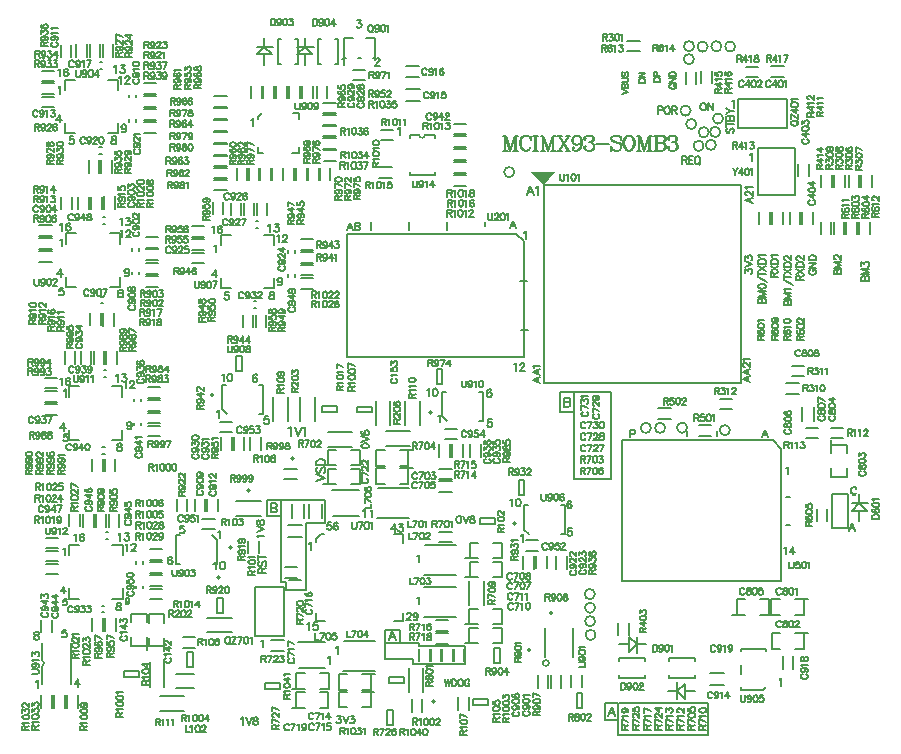
<source format=gto>
G04*
G04 #@! TF.GenerationSoftware,Altium Limited,Altium Designer,25.7.1 (20)*
G04*
G04 Layer_Color=65535*
%FSLAX44Y44*%
%MOMM*%
G71*
G04*
G04 #@! TF.SameCoordinates,73AB98AC-F87E-4787-825B-23B2420A13CA*
G04*
G04*
G04 #@! TF.FilePolarity,Positive*
G04*
G01*
G75*
%ADD10C,0.1524*%
%ADD11C,0.1519*%
%ADD12C,0.1270*%
%ADD13C,0.2032*%
G36*
X443738Y467995D02*
X432816Y479552D01*
X453136D01*
X443738Y467995D01*
D02*
G37*
D10*
X179532Y161140D02*
G03*
X179532Y161140I-1270J0D01*
G01*
X419842Y181633D02*
G03*
X419842Y181633I-1270J0D01*
G01*
X169527Y136025D02*
G03*
X169527Y136025I-1270J0D01*
G01*
X450863Y105755D02*
G03*
X450863Y105755I-1270J0D01*
G01*
X432267Y74572D02*
G03*
X432267Y74572I-1270J0D01*
G01*
X351780Y30734D02*
G03*
X351780Y30734I-1270J0D01*
G01*
X232308Y236411D02*
G03*
X232308Y236411I-1270J0D01*
G01*
X349240Y275669D02*
G03*
X349240Y275669I-1270J0D01*
G01*
X164081Y290175D02*
G03*
X164081Y290175I-1270J0D01*
G01*
X194739Y209664D02*
G03*
X194739Y209664I-1270J0D01*
G01*
X605876Y585465D02*
G03*
X605876Y585465I-4300J0D01*
G01*
X594170Y585709D02*
G03*
X594170Y585709I-4300J0D01*
G01*
X583481Y512854D02*
G03*
X583481Y512854I-4300J0D01*
G01*
X601322Y260571D02*
G03*
X601322Y260571I-4300J0D01*
G01*
X589521Y502166D02*
G03*
X589521Y502166I-4300J0D01*
G01*
X572854Y519867D02*
G03*
X572854Y519867I-4300J0D01*
G01*
X593105Y513085D02*
G03*
X593105Y513085I-4300J0D01*
G01*
X570880Y574726D02*
G03*
X570880Y574726I-4300J0D01*
G01*
X582544Y585384D02*
G03*
X582544Y585384I-4300J0D01*
G01*
X571002Y585661D02*
G03*
X571002Y585661I-4300J0D01*
G01*
X546501Y262514D02*
G03*
X546501Y262514I-4300J0D01*
G01*
X565137Y262743D02*
G03*
X565137Y262743I-4300J0D01*
G01*
X534474Y262540D02*
G03*
X534474Y262540I-4300J0D01*
G01*
X418770Y479125D02*
G03*
X418770Y479125I-4300J0D01*
G01*
X447937Y63490D02*
G03*
X447937Y63490I-2500J0D01*
G01*
X18580Y60053D02*
G03*
X18580Y66500I-1391J3223D01*
G01*
X338181Y510786D02*
G03*
X343261Y510786I2540J-0D01*
G01*
X487208Y110340D02*
G03*
X487208Y110340I-4300J0D01*
G01*
X487243Y98862D02*
G03*
X487243Y98862I-4300J0D01*
G01*
X486921Y121811D02*
G03*
X486921Y121811I-4300J0D01*
G01*
X568084Y531211D02*
G03*
X568084Y531211I-4300J0D01*
G01*
X579100Y501350D02*
G03*
X579100Y501350I-4300J0D01*
G01*
X487652Y87320D02*
G03*
X487652Y87320I-4300J0D01*
G01*
X595503Y524426D02*
G03*
X595503Y524426I-4300J0D01*
G01*
X389395Y185852D02*
X402095D01*
X389395Y181026D02*
Y185852D01*
Y181026D02*
X402095D01*
Y185852D01*
X201567Y524165D02*
Y525539D01*
X205565Y529537D01*
X231198D02*
X236121D01*
Y523918D02*
Y529537D01*
X201567Y494982D02*
X206370D01*
X201567D02*
Y500454D01*
X236121Y494982D02*
Y500367D01*
X230350Y494982D02*
X236121D01*
X207625Y46205D02*
X220325D01*
X207625Y41379D02*
Y46205D01*
Y41379D02*
X220325D01*
Y46205D01*
X315984Y11227D02*
Y23927D01*
X311158D02*
X315984D01*
X311158Y11227D02*
Y23927D01*
Y11227D02*
X315984D01*
X207566Y41422D02*
X220266D01*
X207566D02*
Y46248D01*
X220266Y41422D02*
Y46248D01*
X207566D02*
X220266D01*
X311386Y23927D02*
X316212D01*
X311386Y11227D02*
X316212D01*
Y23927D01*
X311386Y11227D02*
Y23927D01*
X471592Y25220D02*
Y37920D01*
Y25220D02*
X476418D01*
Y37920D01*
X471592D02*
X476418D01*
X312771Y46553D02*
X325471D01*
Y51379D01*
X312771D02*
X325471D01*
X312771Y46553D02*
Y51379D01*
X146528Y60528D02*
Y73228D01*
X141701D02*
X146528D01*
X141701Y60528D02*
Y73228D01*
Y60528D02*
X146528D01*
X384241Y28344D02*
Y33170D01*
X396941Y28344D02*
Y33170D01*
X384241D02*
X396941D01*
X384241Y28344D02*
X396941D01*
X353159Y312146D02*
X357985D01*
X353159Y299446D02*
Y312146D01*
X357985Y299446D02*
Y312146D01*
X353159Y299446D02*
X357985D01*
X255653Y280721D02*
X268354D01*
X255653Y275895D02*
Y280721D01*
Y275895D02*
X268354D01*
Y280721D01*
X285333Y280619D02*
X298033D01*
X285333Y275793D02*
Y280619D01*
Y275793D02*
X298033D01*
Y280619D01*
X88382Y51587D02*
X101082D01*
X88382D02*
Y56413D01*
X101082Y51587D02*
Y56413D01*
X88382D02*
X101082D01*
X183002Y323842D02*
X187828D01*
X183002Y311142D02*
X187828D01*
Y323842D01*
X183002Y311142D02*
Y323842D01*
X171849Y106101D02*
Y118801D01*
X167023D02*
X171849D01*
X167023Y106101D02*
Y118801D01*
Y106101D02*
X171849D01*
X427291Y205486D02*
Y218186D01*
X422466D02*
X427291D01*
X422466Y205486D02*
Y218186D01*
Y205486D02*
X427291D01*
X406588Y63119D02*
Y75819D01*
X401762D02*
X406588D01*
X401762Y63119D02*
Y75819D01*
Y63119D02*
X406588D01*
X108527Y277264D02*
X119027D01*
X108527Y286322D02*
X119027D01*
X108527Y297294D02*
X119027D01*
X108527Y288237D02*
X119027D01*
X244282Y472288D02*
Y482788D01*
X234208Y472288D02*
Y482788D01*
X214061Y472288D02*
Y482788D01*
X253340Y472288D02*
Y482788D01*
X243266Y472288D02*
Y482788D01*
X108527Y266342D02*
X119027D01*
X61118Y225834D02*
Y236334D01*
X305585Y515048D02*
X316085D01*
X108527Y275399D02*
X119027D01*
X70175Y225834D02*
Y236334D01*
X71592Y316870D02*
Y327370D01*
X62535Y316870D02*
Y327370D01*
X81021Y225702D02*
Y236202D01*
X71963Y225702D02*
Y236202D01*
X164902Y482859D02*
X175402D01*
X164902Y473801D02*
X175402D01*
X164902Y483875D02*
X175402D01*
X164902Y492933D02*
X175402D01*
X204755Y541599D02*
Y552099D01*
X192898Y472288D02*
Y482788D01*
X188679Y347962D02*
Y358463D01*
X195697Y541599D02*
Y552099D01*
X183840Y472288D02*
Y482788D01*
X21229Y305087D02*
X31730D01*
X133025Y191861D02*
Y202362D01*
X223119Y472288D02*
Y482788D01*
X21229Y296029D02*
X31730D01*
X142083Y191861D02*
Y202362D01*
X164902Y523154D02*
X175402D01*
X164902Y514096D02*
X175402D01*
X237472Y541835D02*
Y552336D01*
X228415Y541835D02*
Y552336D01*
X195301Y244231D02*
Y254732D01*
X204358Y244231D02*
Y254732D01*
X257195Y537825D02*
X267696D01*
X257195Y528767D02*
X267696D01*
X463182Y143175D02*
Y153675D01*
X43706Y576572D02*
Y587073D01*
X18705Y564932D02*
X29205D01*
X454124Y143175D02*
Y153675D01*
X34648Y576572D02*
Y587073D01*
X163373Y443250D02*
Y453751D01*
X145870Y424071D02*
X156370D01*
X282138Y556771D02*
X292638D01*
X172430Y443250D02*
Y453751D01*
X145870Y433128D02*
X156370D01*
X215473Y541599D02*
Y552099D01*
X206416Y541599D02*
Y552099D01*
X145842Y422067D02*
X156342D01*
X145842Y413009D02*
X156342D01*
X21923Y158742D02*
X32423D01*
X21923Y149685D02*
X32423D01*
X21913Y160642D02*
X32413D01*
X21913Y169700D02*
X32413D01*
X367680Y509293D02*
X378181D01*
X367680Y476349D02*
X378181D01*
X305585Y505991D02*
X316085D01*
X367680Y500235D02*
X378181D01*
X367680Y467291D02*
X378181D01*
X18781Y554218D02*
X29281D01*
X47186Y316832D02*
Y327332D01*
X18705Y555874D02*
X29205D01*
X18781Y545160D02*
X29281D01*
X38128Y316832D02*
Y327332D01*
X50660Y179179D02*
Y189680D01*
X41603Y179179D02*
Y189680D01*
X35314Y447914D02*
Y458414D01*
X44371Y447914D02*
Y458414D01*
X29464Y25532D02*
Y36032D01*
X38522Y25532D02*
Y36032D01*
X341010Y22415D02*
Y32916D01*
X331953Y22415D02*
Y32916D01*
X27244Y25715D02*
Y36215D01*
X110424Y126487D02*
X120924D01*
X110424Y137612D02*
X120924D01*
X18186Y25715D02*
Y36215D01*
X110424Y117429D02*
X120924D01*
X106665Y404660D02*
X117165D01*
X224224Y227924D02*
X234724D01*
X106756Y424294D02*
X117257D01*
X106665Y413718D02*
X117165D01*
X224224Y218867D02*
X234724D01*
X138029Y85204D02*
X148529D01*
X138029Y76147D02*
X148529D01*
X217310Y541599D02*
Y552099D01*
X226367Y541599D02*
Y552099D01*
X304500Y483542D02*
X315001D01*
X304500Y474485D02*
X315001D01*
X367680Y487474D02*
X378181D01*
X367680Y478417D02*
X378181D01*
X202232Y156705D02*
Y167206D01*
X80561Y448046D02*
Y458546D01*
X110424Y150653D02*
X120924D01*
X193175Y156705D02*
Y167206D01*
X71504Y448046D02*
Y458546D01*
X237957Y389542D02*
X248458D01*
X237886Y400667D02*
X248387D01*
X110424Y128554D02*
X120924D01*
X237957Y380484D02*
X248458D01*
X237886Y391610D02*
X248387D01*
X367680Y489339D02*
X378181D01*
X367680Y498396D02*
X378181D01*
X69461Y447939D02*
Y458439D01*
X60404Y447939D02*
Y458439D01*
X237889Y402397D02*
X248389D01*
X237889Y411455D02*
X248389D01*
X237858Y422199D02*
X248359D01*
X237858Y413141D02*
X248359D01*
X104986Y521546D02*
X115486D01*
X104986Y532442D02*
X115486D01*
X67551Y478450D02*
Y488950D01*
X104986Y512488D02*
X115486D01*
X104986Y523385D02*
X115486D01*
X72227Y90747D02*
Y101247D01*
X199779Y347876D02*
Y358376D01*
X197736Y347962D02*
Y358463D01*
X81285Y90747D02*
Y101247D01*
X208836Y347876D02*
Y358376D01*
X209613Y442648D02*
Y453149D01*
X200556Y442648D02*
Y453149D01*
X189608Y442648D02*
Y453149D01*
X198666Y442648D02*
Y453149D01*
X106756Y391198D02*
X117257D01*
X106756Y382141D02*
X117257D01*
X104986Y534510D02*
X115486D01*
X104986Y543568D02*
X115486D01*
X106756Y393164D02*
X117257D01*
X59822Y349301D02*
Y359801D01*
X106756Y415237D02*
X117257D01*
X106756Y402222D02*
X117257D01*
X68880Y349301D02*
Y359801D01*
X78295Y478495D02*
Y488996D01*
X59342Y576880D02*
Y587380D01*
X58494Y478450D02*
Y488950D01*
X69238Y478495D02*
Y488996D01*
X68400Y576880D02*
Y587380D01*
X104986Y554490D02*
X115486D01*
X104986Y545432D02*
X115486D01*
X79347Y576732D02*
Y587233D01*
X70289Y576732D02*
Y587233D01*
X400942Y152303D02*
X408181D01*
Y165511D01*
X381003Y152303D02*
Y165511D01*
Y152303D02*
X388242D01*
X400942Y165511D02*
X408181D01*
X381003Y136047D02*
Y149256D01*
Y136047D02*
X388242D01*
X377192D02*
X381003D01*
Y149256D02*
X388242D01*
X380853Y80101D02*
Y93309D01*
Y80101D02*
X388092D01*
X377043D02*
X380853D01*
Y93309D02*
X388092D01*
X400792Y80101D02*
X408031D01*
X377192Y152303D02*
X381003D01*
Y165511D02*
X388242D01*
X408031Y80101D02*
Y93309D01*
X400792D02*
X408031D01*
X321688Y230383D02*
X328927D01*
Y243591D01*
X301937Y215118D02*
X309176D01*
X328927Y243591D02*
X332738D01*
X321688D02*
X328927D01*
X301749Y230383D02*
X308988D01*
X614693Y559338D02*
X625193D01*
X301749Y243591D02*
X308988D01*
X301749Y230383D02*
Y243591D01*
X400942Y149256D02*
X408181D01*
X329115Y228326D02*
X332925D01*
X400942Y136047D02*
X408181D01*
Y149256D01*
X321876Y215118D02*
X329115D01*
X301937Y228326D02*
X309176D01*
X301937Y215118D02*
Y228326D01*
X329115Y215118D02*
Y228326D01*
X321876D02*
X329115D01*
X234058Y25441D02*
X241297D01*
X253997D02*
X261236D01*
X234058Y38649D02*
X241297D01*
X234058Y25441D02*
Y38649D01*
X261236Y25441D02*
Y38649D01*
X290147Y25867D02*
X297386D01*
Y39075D01*
X253997Y38649D02*
X261236D01*
X297386Y39075D02*
X299632D01*
X234363Y55006D02*
X241602D01*
X234363Y41798D02*
Y55006D01*
X280871Y228006D02*
X288110D01*
X230553Y41798D02*
X234363D01*
X241602D01*
X254302Y55006D02*
X261541D01*
X230249Y25441D02*
X234058D01*
X254302Y41798D02*
X261541D01*
Y55006D01*
X377043Y96357D02*
X380853D01*
Y109565D02*
X388092D01*
X270182Y40894D02*
Y54102D01*
Y40894D02*
X277421D01*
X380853Y96357D02*
Y109565D01*
X408031Y96357D02*
Y109565D01*
X400792D02*
X408031D01*
X380853Y96357D02*
X388092D01*
X400792D02*
X408031D01*
X270208Y25867D02*
Y39075D01*
Y25867D02*
X277447D01*
X290147Y39075D02*
X297386D01*
X270208D02*
X277447D01*
X297360Y54102D02*
X301170D01*
X290121D02*
X297360D01*
X270182D02*
X277421D01*
X290121Y40894D02*
X297360D01*
Y54102D01*
X701787Y466164D02*
Y476664D01*
X710844Y466164D02*
Y476664D01*
X671629Y435064D02*
Y445564D01*
X662572Y435064D02*
Y445564D01*
X721599Y466364D02*
Y476865D01*
X698538Y466110D02*
Y476611D01*
X687908Y466113D02*
Y476613D01*
X712541Y466364D02*
Y476865D01*
X689481Y466110D02*
Y476611D01*
X653534Y306205D02*
X664035D01*
X515902Y86794D02*
Y97295D01*
X649084Y300584D02*
X659585D01*
X653534Y315262D02*
X664035D01*
X506844Y86794D02*
Y97295D01*
X540713Y279060D02*
X551213D01*
X540713Y270002D02*
X551213D01*
X574992Y264709D02*
X585493D01*
X574992Y255651D02*
X585493D01*
X338229Y65240D02*
Y75740D01*
X347287Y65240D02*
Y75740D01*
X357038Y65174D02*
Y75674D01*
X347980Y65174D02*
Y75674D01*
X21125Y284825D02*
X31625D01*
X381693Y238115D02*
Y248615D01*
X282138Y565828D02*
X292638D01*
X21125Y293883D02*
X31625D01*
X390751Y238115D02*
Y248615D01*
X592945Y278331D02*
X603446D01*
X635023Y435005D02*
Y445506D01*
X678851Y466113D02*
Y476613D01*
X592945Y287388D02*
X603446D01*
X625965Y435005D02*
Y445506D01*
X709046Y426606D02*
Y437106D01*
X699988Y426606D02*
Y437106D01*
X689102Y426413D02*
Y436913D01*
X698160Y426413D02*
Y436913D01*
X686692Y262679D02*
X697192D01*
X686692Y253622D02*
X697192D01*
X665518Y262628D02*
X676019D01*
X665518Y253571D02*
X676019D01*
X257350Y488803D02*
X267851D01*
X257203Y509283D02*
X267703D01*
X257195Y527751D02*
X267696D01*
X257350Y497860D02*
X267851D01*
X257203Y518340D02*
X267703D01*
X636519Y568571D02*
X647019D01*
X514355Y581233D02*
X524855D01*
X614693Y568396D02*
X625193D01*
X636519Y559514D02*
X647019D01*
X514355Y590291D02*
X524855D01*
X573032Y553733D02*
Y564233D01*
X563974Y553733D02*
Y564233D01*
X576743Y554426D02*
Y564926D01*
X585800Y554426D02*
Y564926D01*
X710535Y426684D02*
Y437185D01*
X719592Y426684D02*
Y437185D01*
X687271Y426349D02*
Y436850D01*
X678213Y426349D02*
Y436850D01*
X224683Y135743D02*
X235184D01*
X366862Y65171D02*
Y75672D01*
X649084Y291526D02*
X659585D01*
X224683Y144800D02*
X235184D01*
X357805Y65171D02*
Y75672D01*
X257195Y507604D02*
X267696D01*
X40152Y25611D02*
Y36111D01*
X257195Y518693D02*
X267696D01*
X257195Y498546D02*
X267696D01*
X49210Y25611D02*
Y36111D01*
X651840Y434909D02*
Y445409D01*
X660898Y434909D02*
Y445409D01*
X646227Y434932D02*
Y445432D01*
X637169Y434932D02*
Y445432D01*
X110424Y159710D02*
X120924D01*
X326962Y539179D02*
X338960D01*
X326962Y549735D02*
X338960D01*
X443680Y300911D02*
Y468018D01*
Y300911D02*
X610786D01*
Y468018D01*
X443680D02*
X610786D01*
X132624Y54183D02*
X147864D01*
X704406Y198803D02*
X718375D01*
X132624Y42499D02*
X147864D01*
X565094Y255946D02*
Y259946D01*
X468714Y68963D02*
Y93017D01*
X590093Y255946D02*
Y259946D01*
X644870Y132667D02*
Y244831D01*
X637479Y252225D02*
X644870Y244831D01*
X648594Y180447D02*
X652595D01*
X648594Y204445D02*
X652595D01*
X357960Y292987D02*
X361236D01*
X389237Y268430D02*
X392514D01*
X357960Y272430D02*
X361958Y268430D01*
X357960Y272430D02*
Y292987D01*
X389237D02*
X392514D01*
X444660Y68963D02*
Y93017D01*
X392514Y268430D02*
Y292987D01*
X329850Y430466D02*
Y436466D01*
X297848Y430466D02*
Y436466D01*
X393847Y433182D02*
Y436466D01*
X361848Y430466D02*
Y436466D01*
X43137Y45999D02*
Y80554D01*
X351262Y476755D02*
Y479445D01*
X330200Y476755D02*
X351262D01*
X18580Y45999D02*
Y60053D01*
Y66500D02*
Y80554D01*
X277071Y322189D02*
Y426745D01*
Y322189D02*
X426626D01*
X92845Y542422D02*
Y544454D01*
X98687Y542422D02*
Y544454D01*
X426626Y322189D02*
Y420395D01*
X423598Y386834D02*
X429372D01*
X424457Y345854D02*
X430456D01*
X420276Y426745D02*
X426626Y420395D01*
X277071Y426745D02*
X420276D01*
X687387Y206931D02*
X701104D01*
X687387Y178102D02*
Y206931D01*
Y177975D02*
X701104D01*
Y206931D01*
X710755Y198803D02*
Y206423D01*
X704406Y192453D02*
X710755Y198803D01*
Y183563D02*
Y192453D01*
Y198803D02*
X717105Y192453D01*
X704406D02*
X717105D01*
X330200Y508107D02*
Y510797D01*
X351262Y508107D02*
Y510797D01*
X330200Y476755D02*
Y479445D01*
Y510797D02*
X338191D01*
X343271D02*
X351262D01*
X549222Y39545D02*
X556842D01*
X563192Y45895D01*
X549984Y50721D02*
X571828D01*
X549984D02*
Y53388D01*
X563192Y33195D02*
Y45895D01*
X556842Y33195D02*
Y47165D01*
X549984Y65453D02*
Y67993D01*
X556842Y39545D02*
X563192Y33195D01*
Y39545D02*
X572082D01*
X249784Y268282D02*
Y288841D01*
X300594Y575389D02*
Y592661D01*
X299446Y575373D02*
X300594Y575389D01*
X571828Y50721D02*
Y53261D01*
X237226Y268282D02*
Y288841D01*
X549984Y67993D02*
X571828D01*
Y65326D02*
Y67993D01*
X250967Y98844D02*
Y105989D01*
X39558Y418663D02*
Y427190D01*
X317307Y98844D02*
X324526D01*
Y164701D02*
Y172402D01*
X39558Y427190D02*
X48085D01*
X84613Y382135D02*
Y390662D01*
X76086Y382135D02*
X84613D01*
X39558D02*
X48085D01*
X39558D02*
Y390662D01*
X510317Y132667D02*
X644870D01*
X250967Y165677D02*
Y168402D01*
X510317Y252225D02*
X637479D01*
X510317Y132667D02*
Y252225D01*
X250967Y168402D02*
X254968Y172402D01*
X317309D02*
X324526D01*
X250967Y98844D02*
X258562D01*
X254968Y172402D02*
X257576D01*
X324526Y98844D02*
Y105763D01*
X656422Y460134D02*
Y499793D01*
X624764D02*
X656422D01*
X624764Y460134D02*
Y499793D01*
Y460134D02*
X656422D01*
X286657Y575373D02*
X288867D01*
X274940Y592661D02*
X282517Y592676D01*
X293477D02*
X300594Y592661D01*
X274940Y575389D02*
X275976Y575373D01*
X274940Y575389D02*
Y592661D01*
X610565Y54265D02*
Y61885D01*
X629125Y40549D02*
X631627Y43297D01*
X76086Y427190D02*
X84613D01*
Y418663D02*
Y427190D01*
X610565Y40549D02*
X629125D01*
X610565Y75601D02*
X631627D01*
Y73315D02*
Y75601D01*
X610565Y40549D02*
Y42835D01*
Y73315D02*
Y75601D01*
X21979Y147719D02*
X32479D01*
X21257Y282936D02*
X31758D01*
X253934Y472465D02*
Y482966D01*
X21979Y138661D02*
X32479D01*
X21257Y273878D02*
X31758D01*
X437365Y143505D02*
Y154005D01*
X446423Y143505D02*
Y154005D01*
X367680Y520062D02*
X378181D01*
X367680Y511005D02*
X378181D01*
X164902Y524170D02*
X175402D01*
X164902Y533227D02*
X175402D01*
X164902Y513080D02*
X175402D01*
X164902Y504022D02*
X175402D01*
X212903Y472371D02*
Y482872D01*
X232291Y472277D02*
Y482778D01*
X262992Y472465D02*
Y482966D01*
X203845Y472371D02*
Y482872D01*
X223233Y472277D02*
Y482778D01*
X58283Y447937D02*
Y458437D01*
X157251Y192034D02*
Y202535D01*
X458688Y42733D02*
Y53233D01*
X49225Y447937D02*
Y458437D01*
X148194Y192034D02*
Y202535D01*
X16667Y412186D02*
X27168D01*
X16667Y403129D02*
X27168D01*
X48070Y576730D02*
Y587230D01*
X57127Y576730D02*
Y587230D01*
X181280Y244089D02*
Y254589D01*
X190337Y244089D02*
Y254589D01*
X375364Y238079D02*
Y248580D01*
X366306Y238079D02*
Y248580D01*
X239067Y541853D02*
Y552354D01*
X178661Y442648D02*
Y453149D01*
X449631Y42733D02*
Y53233D01*
X248125Y541853D02*
Y552354D01*
X187719Y442648D02*
Y453149D01*
X355257Y238089D02*
Y248590D01*
X60815Y316913D02*
Y327414D01*
X18456Y89634D02*
Y100134D01*
X364315Y238089D02*
Y248590D01*
X51758Y316913D02*
Y327414D01*
X260538Y541853D02*
Y552354D01*
X251480Y541853D02*
Y552354D01*
X179471Y244079D02*
Y254579D01*
X170414Y244079D02*
Y254579D01*
X108527Y255318D02*
X119027D01*
X108527Y264376D02*
X119027D01*
X110424Y148788D02*
X120924D01*
X110424Y139731D02*
X120924D01*
X646110Y58519D02*
Y69019D01*
X62547Y179032D02*
Y189532D01*
X27513Y89634D02*
Y100134D01*
X655168Y58519D02*
Y69019D01*
X53490Y179032D02*
Y189532D01*
X380390Y23787D02*
Y34288D01*
X202971Y472288D02*
Y482788D01*
X73355Y316901D02*
Y327401D01*
X371333Y23787D02*
Y34288D01*
X193914Y472288D02*
Y482788D01*
X164902Y493949D02*
X175402D01*
X164902Y503006D02*
X175402D01*
X164902Y472785D02*
X175402D01*
X164902Y463728D02*
X175402D01*
X426291Y143393D02*
Y153893D01*
X435348Y143393D02*
Y153893D01*
X145867Y401884D02*
X156368D01*
X145867Y410942D02*
X156368D01*
X61178Y90940D02*
Y101440D01*
X164902Y534243D02*
X175402D01*
X82413Y316901D02*
Y327401D01*
X70236Y90940D02*
Y101440D01*
X164902Y543301D02*
X175402D01*
X215712Y417157D02*
Y425684D01*
X87097Y154600D02*
Y163126D01*
X207185Y380629D02*
X215712D01*
X207185Y425684D02*
X215712D01*
X78570Y163126D02*
X87097D01*
X42042Y118072D02*
Y126599D01*
Y118072D02*
X50569D01*
X78570D02*
X87097D01*
Y126599D01*
X352148Y90500D02*
X362649D01*
X352148Y99558D02*
X362649D01*
X355369Y228016D02*
X365869D01*
X355369Y218958D02*
X365869D01*
X170658Y417157D02*
Y425684D01*
Y380629D02*
Y389156D01*
X215712Y380629D02*
Y389156D01*
X170658Y425684D02*
X179184D01*
X170658Y380629D02*
X179184D01*
X78402Y297624D02*
X86929D01*
X78402Y252570D02*
X86929D01*
X83607Y548866D02*
Y557393D01*
X86929Y289098D02*
Y297624D01*
Y252570D02*
Y261097D01*
X41874Y297624D02*
X50401D01*
X41874Y289098D02*
Y297624D01*
Y252570D02*
Y261097D01*
Y252570D02*
X50401D01*
X38552Y548866D02*
Y557393D01*
X47079D01*
X42042Y163126D02*
X50569D01*
X42042Y154600D02*
Y163126D01*
X38552Y512338D02*
X47079D01*
X75080D02*
X83607D01*
X75080Y557393D02*
X83607D01*
X38552Y512338D02*
Y520865D01*
X83607Y512338D02*
Y520865D01*
X466888Y43076D02*
Y53576D01*
X16594Y424866D02*
X27094D01*
X75306Y179012D02*
Y189512D01*
X475945Y43076D02*
Y53576D01*
X16594Y433923D02*
X27094D01*
X18710Y534020D02*
X29210D01*
X18710Y543077D02*
X29210D01*
X327304Y560009D02*
X337805D01*
X327304Y569067D02*
X337805D01*
X168072Y192197D02*
Y202697D01*
X159014Y192197D02*
Y202697D01*
X447561Y42700D02*
Y53200D01*
X438503Y42700D02*
Y53200D01*
X352148Y88791D02*
X362649D01*
X683806Y183304D02*
Y193804D01*
X84364Y179012D02*
Y189512D01*
X352148Y79733D02*
X362649D01*
X674749Y183304D02*
Y193804D01*
X355188Y174790D02*
X365689D01*
X228090Y125075D02*
X238590D01*
X212931Y73889D02*
X223431D01*
X355188Y165732D02*
X365689D01*
X228090Y134132D02*
X238590D01*
X355280Y208196D02*
X365780D01*
X355280Y217254D02*
X365780D01*
X367345Y65138D02*
Y75639D01*
X376403Y65138D02*
Y75639D01*
X16667Y414152D02*
X27168D01*
X16667Y423210D02*
X27168D01*
X79736Y349184D02*
Y359684D01*
X70678Y349184D02*
Y359684D01*
X64232Y179062D02*
Y189563D01*
X659219Y475493D02*
Y485993D01*
X212931Y82946D02*
X223431D01*
X73289Y179062D02*
Y189563D01*
X668277Y475493D02*
Y485993D01*
X154635Y176578D02*
X165136D01*
X428633Y158206D02*
X439133D01*
X154635Y185636D02*
X165136D01*
X426974Y176393D02*
X430972Y172392D01*
X426974Y176393D02*
Y196949D01*
X166967Y146934D02*
Y167490D01*
X162969Y171491D02*
X166967Y167490D01*
X426974Y196949D02*
X430251D01*
X461528Y172392D02*
Y196949D01*
X205791Y274348D02*
Y298905D01*
X458252Y172392D02*
X461528D01*
X458252Y196949D02*
X461528D01*
X169657Y258671D02*
X180157D01*
X359771Y261996D02*
X370271D01*
X428633Y167264D02*
X439133D01*
X169657Y267729D02*
X180157D01*
X359771Y252938D02*
X370271D01*
X132413Y171491D02*
X135689D01*
X163690Y146934D02*
X166967D01*
X132413D02*
Y171491D01*
Y146934D02*
X135689D01*
X202514Y298905D02*
X205791D01*
X214701Y268379D02*
Y288938D01*
X338577Y265001D02*
Y285560D01*
X227259Y268379D02*
Y288938D01*
X118941Y23025D02*
X139499D01*
X118941Y35583D02*
X139499D01*
X326019Y265001D02*
Y285560D01*
X158984Y101923D02*
X179542D01*
X183525Y187874D02*
X204084D01*
X158984Y89365D02*
X179542D01*
X109946Y43398D02*
Y63957D01*
X122504Y43398D02*
Y63957D01*
X183525Y200431D02*
X204084D01*
X507657Y65448D02*
Y67988D01*
X529501D01*
X235709Y570319D02*
Y592163D01*
X233043Y570319D02*
X235709D01*
X529501Y65321D02*
Y67988D01*
X516293Y72814D02*
Y85514D01*
X522643Y79164D01*
X530263D01*
X516293Y72814D02*
X522643Y79164D01*
X207262Y585305D02*
Y592925D01*
Y585305D02*
X213612Y578955D01*
X218438Y570319D02*
Y592163D01*
X221105D01*
X200912Y578955D02*
X213612D01*
X200912Y585305D02*
X214881D01*
X233169Y592163D02*
X235709D01*
X200912Y578955D02*
X207262Y585305D01*
Y570065D02*
Y578955D01*
X329215Y39106D02*
Y59665D01*
X393235Y112481D02*
Y133040D01*
X341772Y39106D02*
Y59665D01*
X529501Y50716D02*
Y53256D01*
X507657Y50716D02*
X529501D01*
X507403Y79164D02*
X516293D01*
X522643Y71544D02*
Y85514D01*
X507657Y50716D02*
Y53383D01*
X380677Y112481D02*
Y133040D01*
X109184Y77810D02*
X122392D01*
Y85049D01*
Y74000D02*
Y77810D01*
X109184D02*
Y85049D01*
X122392Y97749D02*
Y104988D01*
X107526Y74077D02*
Y77887D01*
X94318D02*
Y85126D01*
X109184Y104988D02*
X122392D01*
X109184Y97749D02*
Y104988D01*
X663684Y117650D02*
X667494D01*
X656445Y104442D02*
X663684D01*
X636676Y75514D02*
Y88722D01*
Y75514D02*
X643915D01*
X663684Y104442D02*
Y117650D01*
X636506Y104442D02*
Y117650D01*
Y104442D02*
X643745D01*
X656445Y117650D02*
X663684D01*
X636506D02*
X643745D01*
X280744Y244033D02*
X287983D01*
X257122Y214798D02*
X260932D01*
X280744Y230825D02*
X287983D01*
Y244033D01*
X260932Y228006D02*
X268171D01*
X280871Y214798D02*
X288110D01*
Y228006D01*
X260932Y214798D02*
Y228006D01*
Y214798D02*
X268171D01*
X107526Y97826D02*
Y105065D01*
X94318D02*
X107526D01*
X94318Y77887D02*
X107526D01*
Y85126D01*
X94318Y97826D02*
Y105065D01*
X260805Y230825D02*
Y244033D01*
Y230825D02*
X268044D01*
X256995D02*
X260805D01*
Y244033D02*
X268044D01*
X309822Y259939D02*
X330380D01*
X260878Y259253D02*
X281437D01*
X603227Y104424D02*
X607037D01*
X309822Y247381D02*
X330380D01*
X301374Y264671D02*
Y285229D01*
X313931Y264671D02*
Y285229D01*
X260878Y246695D02*
X281437D01*
X687349Y221005D02*
X700557D01*
Y228244D01*
X687349Y240944D02*
Y248183D01*
Y221005D02*
Y228244D01*
X663854Y88722D02*
X667664D01*
X656615D02*
X663854D01*
X636676D02*
X643915D01*
X656615Y75514D02*
X663854D01*
Y88722D01*
X607037Y104424D02*
X614276D01*
X626976D02*
X634215D01*
X607037Y117633D02*
X614276D01*
X607037Y104424D02*
Y117633D01*
X634215Y104424D02*
Y117633D01*
X700557Y240944D02*
Y248183D01*
X687349D02*
X700557D01*
X626976Y117633D02*
X634215D01*
X687349Y248183D02*
Y251993D01*
X672805Y268658D02*
Y280657D01*
X584545Y55207D02*
X596544D01*
X230203Y185870D02*
Y197868D01*
X662249Y268658D02*
Y280657D01*
X584545Y44651D02*
X596544D01*
X171237Y278348D02*
Y298905D01*
Y278348D02*
X175235Y274348D01*
X202514D02*
X205791D01*
X171237Y298905D02*
X174513D01*
X255707Y186103D02*
Y198102D01*
X227078Y170012D02*
X239077D01*
X240759Y185870D02*
Y197868D01*
X245151Y186103D02*
Y198102D01*
X227078Y180569D02*
X239077D01*
X73175Y168608D02*
X75207D01*
X73175Y174450D02*
X75207D01*
X95136Y412725D02*
Y414757D01*
X100978Y412725D02*
Y414757D01*
X68618Y367927D02*
X70650D01*
X94879Y392463D02*
Y394495D01*
X68618Y373769D02*
X70650D01*
X100721Y392463D02*
Y394495D01*
X234940Y578955D02*
X241290Y585305D01*
Y570065D02*
Y578955D01*
Y585305D02*
X247640Y578955D01*
X234940D02*
X247640D01*
X234940Y585305D02*
X248910D01*
X267071Y570319D02*
X269738D01*
X218438D02*
X220977D01*
X267198Y592163D02*
X269738D01*
Y570319D02*
Y592163D01*
X252466D02*
X255133D01*
X241290Y585305D02*
Y592925D01*
X252466Y570319D02*
X255006D01*
X252466D02*
Y592163D01*
X92776Y521790D02*
Y523822D01*
X227223Y410723D02*
Y412755D01*
X67384Y500426D02*
X69416D01*
X98618Y521790D02*
Y523822D01*
X233065Y410723D02*
Y412755D01*
X198372Y364279D02*
X200403D01*
X198372Y370121D02*
X200403D01*
X199796Y431848D02*
X201828D01*
X199796Y437690D02*
X201828D01*
X68074Y572221D02*
X70107D01*
X67384Y494584D02*
X69416D01*
X68074Y566379D02*
X70107D01*
X70612Y440977D02*
X72644D01*
X98679Y147467D02*
Y149499D01*
X227424Y390606D02*
Y392638D01*
X70612Y435135D02*
X72644D01*
X104521Y147467D02*
Y149499D01*
X70018Y240541D02*
X72050D01*
X70018Y246383D02*
X72050D01*
X103050Y264594D02*
Y266626D01*
X97208Y264594D02*
Y266626D01*
X97107Y285402D02*
Y287434D01*
X102949Y285402D02*
Y287434D01*
X69619Y106279D02*
X71651D01*
X69619Y112121D02*
X71651D01*
X104592Y126934D02*
Y128966D01*
X71450Y311440D02*
X73482D01*
X233266Y390606D02*
Y392638D01*
X98750Y126934D02*
Y128966D01*
X71450Y305598D02*
X73482D01*
D11*
X608239Y541254D02*
X649737D01*
X608239Y532003D02*
Y541254D01*
Y516753D02*
X649737D01*
Y541254D01*
X302831Y186611D02*
X329634D01*
X303192Y212072D02*
X329992D01*
X236281Y59375D02*
X258862D01*
X608239Y516753D02*
Y532003D01*
X236040Y80955D02*
X258620D01*
X199423Y86121D02*
Y127620D01*
Y86121D02*
X208674D01*
X223924D02*
Y127620D01*
X199423D02*
X223924D01*
X264909Y188364D02*
X287490D01*
X273903Y56970D02*
X300706D01*
X264668Y209944D02*
X287249D01*
X208674Y86121D02*
X223924D01*
X342600Y128105D02*
X369400D01*
X342481Y137935D02*
X369283D01*
X274264Y82431D02*
X301064D01*
X342240Y102644D02*
X369042D01*
X342842Y163396D02*
X369641D01*
D12*
X309240Y80729D02*
Y91750D01*
X338247Y77833D02*
Y80635D01*
Y77833D02*
X377467D01*
Y62829D02*
Y77833D01*
X309146Y67079D02*
X332915D01*
Y62829D02*
Y67079D01*
X309146Y80635D02*
X313484D01*
X309146Y67079D02*
Y80635D01*
X332915Y62829D02*
X377467D01*
X313484Y80635D02*
X338247D01*
X457888Y276383D02*
X469102D01*
X457888D02*
Y292804D01*
X582526Y2370D02*
Y29662D01*
X507698D02*
X582526D01*
X457888Y292804D02*
X469636D01*
X500880Y219367D02*
Y292804D01*
X469636D02*
X500880D01*
X469636Y219367D02*
Y292804D01*
Y219367D02*
X500880D01*
X221557Y201879D02*
X228148D01*
X322072Y81356D02*
Y91750D01*
X309240D02*
X322072D01*
X209339Y187787D02*
Y201879D01*
X221557D01*
X495590Y14844D02*
X506613D01*
X506794Y2370D02*
Y29754D01*
Y2370D02*
X582526D01*
X495590Y14844D02*
Y29754D01*
X506794D01*
X225562Y125164D02*
Y132105D01*
Y125164D02*
X242568D01*
X221557Y132105D02*
Y201879D01*
Y132105D02*
X225562D01*
X242568Y125164D02*
Y182118D01*
X228148Y201879D02*
X258859D01*
X209339Y187787D02*
X221557D01*
X242568Y182118D02*
X258859D01*
Y201879D01*
X195834Y523299D02*
X196439Y523602D01*
X197346Y524509D01*
Y518160D01*
X712725Y386842D02*
X719074D01*
X712725D02*
Y389563D01*
X713028Y390470D01*
X713330Y390772D01*
X713935Y391074D01*
X714539D01*
X715144Y390772D01*
X715446Y390470D01*
X715749Y389563D01*
Y386842D02*
Y389563D01*
X716051Y390470D01*
X716353Y390772D01*
X716958Y391074D01*
X717865D01*
X718469Y390772D01*
X718772Y390470D01*
X719074Y389563D01*
Y386842D01*
X712725Y392495D02*
X719074D01*
X712725D02*
X719074Y394914D01*
X712725Y397332D02*
X719074Y394914D01*
X712725Y397332D02*
X719074D01*
X712725Y399751D02*
Y403076D01*
X715144Y401263D01*
Y402169D01*
X715446Y402774D01*
X715749Y403076D01*
X716656Y403379D01*
X717260D01*
X718167Y403076D01*
X718772Y402472D01*
X719074Y401565D01*
Y400658D01*
X718772Y399751D01*
X718469Y399449D01*
X717865Y399146D01*
X689357Y392684D02*
X695706D01*
X689357D02*
Y395405D01*
X689660Y396312D01*
X689962Y396614D01*
X690567Y396916D01*
X691171D01*
X691776Y396614D01*
X692078Y396312D01*
X692381Y395405D01*
Y392684D02*
Y395405D01*
X692683Y396312D01*
X692985Y396614D01*
X693590Y396916D01*
X694497D01*
X695101Y396614D01*
X695404Y396312D01*
X695706Y395405D01*
Y392684D01*
X689357Y398337D02*
X695706D01*
X689357D02*
X695706Y400756D01*
X689357Y403174D02*
X695706Y400756D01*
X689357Y403174D02*
X695706D01*
X690869Y405291D02*
X690567D01*
X689962Y405593D01*
X689660Y405895D01*
X689357Y406500D01*
Y407709D01*
X689660Y408314D01*
X689962Y408616D01*
X690567Y408918D01*
X691171D01*
X691776Y408616D01*
X692683Y408011D01*
X695706Y404988D01*
Y409221D01*
X669533Y396873D02*
X668928Y396571D01*
X668324Y395966D01*
X668021Y395361D01*
Y394152D01*
X668324Y393547D01*
X668928Y392943D01*
X669533Y392640D01*
X670440Y392338D01*
X671951D01*
X672858Y392640D01*
X673463Y392943D01*
X674068Y393547D01*
X674370Y394152D01*
Y395361D01*
X674068Y395966D01*
X673463Y396571D01*
X672858Y396873D01*
X671951D01*
Y395361D02*
Y396873D01*
X668021Y398324D02*
X674370D01*
X668021D02*
X674370Y402556D01*
X668021D02*
X674370D01*
X668021Y404310D02*
X674370D01*
X668021D02*
Y406426D01*
X668324Y407333D01*
X668928Y407938D01*
X669533Y408240D01*
X670440Y408542D01*
X671951D01*
X672858Y408240D01*
X673463Y407938D01*
X674068Y407333D01*
X674370Y406426D01*
Y404310D01*
X657564Y387350D02*
X663912D01*
X657564D02*
Y390071D01*
X657866Y390978D01*
X658168Y391280D01*
X658773Y391582D01*
X659378D01*
X659982Y391280D01*
X660285Y390978D01*
X660587Y390071D01*
Y387350D01*
Y389466D02*
X663912Y391582D01*
X657564Y393003D02*
X663912Y397236D01*
X657564D02*
X663912Y393003D01*
X657564Y398657D02*
X663912D01*
X657564D02*
Y400773D01*
X657866Y401680D01*
X658471Y402284D01*
X659075Y402587D01*
X659982Y402889D01*
X661494D01*
X662401Y402587D01*
X663005Y402284D01*
X663610Y401680D01*
X663912Y400773D01*
Y398657D01*
X659075Y404612D02*
X658773D01*
X658168Y404915D01*
X657866Y405217D01*
X657564Y405821D01*
Y407031D01*
X657866Y407635D01*
X658168Y407938D01*
X658773Y408240D01*
X659378D01*
X659982Y407938D01*
X660889Y407333D01*
X663912Y404310D01*
Y408542D01*
X635742Y390071D02*
X642090D01*
X635742D02*
Y392792D01*
X636044Y393699D01*
X636346Y394001D01*
X636951Y394303D01*
X637555D01*
X638160Y394001D01*
X638462Y393699D01*
X638765Y392792D01*
Y390071D01*
Y392187D02*
X642090Y394303D01*
X635742Y395724D02*
X642090Y399957D01*
X635742D02*
X642090Y395724D01*
X635742Y401377D02*
X642090D01*
X635742D02*
Y403494D01*
X636044Y404401D01*
X636648Y405005D01*
X637253Y405308D01*
X638160Y405610D01*
X639672D01*
X640579Y405308D01*
X641183Y405005D01*
X641788Y404401D01*
X642090Y403494D01*
Y401377D01*
X636951Y407031D02*
X636648Y407635D01*
X635742Y408542D01*
X642090D01*
X647106Y366399D02*
X653455D01*
X647106D02*
Y369120D01*
X647408Y370027D01*
X647711Y370330D01*
X648315Y370632D01*
X648920D01*
X649525Y370330D01*
X649827Y370027D01*
X650129Y369120D01*
Y366399D02*
Y369120D01*
X650432Y370027D01*
X650734Y370330D01*
X651339Y370632D01*
X652245D01*
X652850Y370330D01*
X653152Y370027D01*
X653455Y369120D01*
Y366399D01*
X647106Y372053D02*
X653455D01*
X647106D02*
X653455Y374471D01*
X647106Y376890D02*
X653455Y374471D01*
X647106Y376890D02*
X653455D01*
X648315Y378704D02*
X648013Y379308D01*
X647106Y380215D01*
X653455D01*
X654362Y383359D02*
X647106Y387592D01*
Y390131D02*
X653455D01*
X647106Y388015D02*
Y392248D01*
Y393003D02*
X653455Y397236D01*
X647106D02*
X653455Y393003D01*
X647106Y398657D02*
X653455D01*
X647106D02*
Y400773D01*
X647408Y401680D01*
X648013Y402284D01*
X648618Y402587D01*
X649525Y402889D01*
X651036D01*
X651943Y402587D01*
X652548Y402284D01*
X653152Y401680D01*
X653455Y400773D01*
Y398657D01*
X648618Y404612D02*
X648315D01*
X647711Y404915D01*
X647408Y405217D01*
X647106Y405821D01*
Y407031D01*
X647408Y407635D01*
X647711Y407938D01*
X648315Y408240D01*
X648920D01*
X649525Y407938D01*
X650432Y407333D01*
X653455Y404310D01*
Y408542D01*
X625284Y368123D02*
X631632D01*
X625284D02*
Y370844D01*
X625586Y371750D01*
X625888Y372053D01*
X626493Y372355D01*
X627098D01*
X627702Y372053D01*
X628005Y371750D01*
X628307Y370844D01*
Y368123D02*
Y370844D01*
X628609Y371750D01*
X628912Y372053D01*
X629516Y372355D01*
X630423D01*
X631028Y372053D01*
X631330Y371750D01*
X631632Y370844D01*
Y368123D01*
X625284Y373776D02*
X631632D01*
X625284D02*
X631632Y376195D01*
X625284Y378613D02*
X631632Y376195D01*
X625284Y378613D02*
X631632D01*
X625284Y382241D02*
X625586Y381334D01*
X626493Y380729D01*
X628005Y380427D01*
X628912D01*
X630423Y380729D01*
X631330Y381334D01*
X631632Y382241D01*
Y382845D01*
X631330Y383753D01*
X630423Y384357D01*
X628912Y384659D01*
X628005D01*
X626493Y384357D01*
X625586Y383753D01*
X625284Y382845D01*
Y382241D01*
X632539Y386080D02*
X625284Y390313D01*
Y392852D02*
X631632D01*
X625284Y390736D02*
Y394968D01*
Y395724D02*
X631632Y399957D01*
X625284D02*
X631632Y395724D01*
X625284Y401377D02*
X631632D01*
X625284D02*
Y403494D01*
X625586Y404401D01*
X626191Y405005D01*
X626796Y405308D01*
X627702Y405610D01*
X629214D01*
X630121Y405308D01*
X630726Y405005D01*
X631330Y404401D01*
X631632Y403494D01*
Y401377D01*
X626493Y407031D02*
X626191Y407635D01*
X625284Y408542D01*
X631632D01*
X613919Y393608D02*
Y396933D01*
X616338Y395120D01*
Y396026D01*
X616640Y396631D01*
X616942Y396933D01*
X617850Y397236D01*
X618454D01*
X619361Y396933D01*
X619966Y396329D01*
X620268Y395422D01*
Y394515D01*
X619966Y393608D01*
X619663Y393306D01*
X619059Y393003D01*
X613919Y398657D02*
X620268Y401075D01*
X613919Y403494D02*
X620268Y401075D01*
X613919Y404915D02*
Y408240D01*
X616338Y406426D01*
Y407333D01*
X616640Y407938D01*
X616942Y408240D01*
X617850Y408542D01*
X618454D01*
X619361Y408240D01*
X619966Y407635D01*
X620268Y406728D01*
Y405821D01*
X619966Y404915D01*
X619663Y404612D01*
X619059Y404310D01*
X551495Y553647D02*
X550963Y553381D01*
X550431Y552848D01*
X550165Y552316D01*
Y551252D01*
X550431Y550720D01*
X550963Y550188D01*
X551495Y549922D01*
X552294Y549656D01*
X553624D01*
X554422Y549922D01*
X554954Y550188D01*
X555486Y550720D01*
X555752Y551252D01*
Y552316D01*
X555486Y552848D01*
X554954Y553381D01*
X554422Y553647D01*
X553624D01*
Y552316D02*
Y553647D01*
X550165Y554924D02*
X555752D01*
X550165D02*
X555752Y558648D01*
X550165D02*
X555752D01*
X550165Y560191D02*
X555752D01*
X550165D02*
Y562053D01*
X550431Y562851D01*
X550963Y563384D01*
X551495Y563650D01*
X552294Y563916D01*
X553624D01*
X554422Y563650D01*
X554954Y563384D01*
X555486Y562851D01*
X555752Y562053D01*
Y560191D01*
X536957Y555498D02*
X542544D01*
X536957D02*
Y557360D01*
X537223Y558158D01*
X537755Y558690D01*
X538287Y558956D01*
X539086Y559222D01*
X540416D01*
X541214Y558956D01*
X541746Y558690D01*
X542278Y558158D01*
X542544Y557360D01*
Y555498D01*
X539884Y560473D02*
Y562867D01*
X539618Y563665D01*
X539352Y563931D01*
X538820Y564197D01*
X538021D01*
X537489Y563931D01*
X537223Y563665D01*
X536957Y562867D01*
Y560473D01*
X542544D01*
X524257Y554736D02*
X529844D01*
X524257D02*
Y556598D01*
X524523Y557396D01*
X525055Y557928D01*
X525587Y558195D01*
X526385Y558461D01*
X527716D01*
X528514Y558195D01*
X529046Y557928D01*
X529578Y557396D01*
X529844Y556598D01*
Y554736D01*
X524257Y559711D02*
X529844D01*
X524257D02*
X529844Y563435D01*
X524257D02*
X529844D01*
X509779Y545084D02*
X515366Y547212D01*
X509779Y549341D02*
X515366Y547212D01*
X509779Y550059D02*
X515366D01*
X509779D02*
Y552453D01*
X510045Y553251D01*
X510311Y553517D01*
X510843Y553783D01*
X511375D01*
X511908Y553517D01*
X512174Y553251D01*
X512440Y552453D01*
Y550059D02*
Y552453D01*
X512706Y553251D01*
X512972Y553517D01*
X513504Y553783D01*
X514302D01*
X514834Y553517D01*
X515100Y553251D01*
X515366Y552453D01*
Y550059D01*
X509779Y555034D02*
X513770D01*
X514568Y555300D01*
X515100Y555832D01*
X515366Y556630D01*
Y557162D01*
X515100Y557960D01*
X514568Y558492D01*
X513770Y558758D01*
X509779D01*
X510577Y564026D02*
X510045Y563494D01*
X509779Y562696D01*
Y561632D01*
X510045Y560834D01*
X510577Y560301D01*
X511109D01*
X511642Y560567D01*
X511908Y560834D01*
X512174Y561366D01*
X512706Y562962D01*
X512972Y563494D01*
X513238Y563760D01*
X513770Y564026D01*
X514568D01*
X515100Y563494D01*
X515366Y562696D01*
Y561632D01*
X515100Y560834D01*
X514568Y560301D01*
X599078Y516296D02*
X598474Y515692D01*
X598171Y514785D01*
Y513576D01*
X598474Y512669D01*
X599078Y512064D01*
X599683D01*
X600288Y512366D01*
X600590Y512669D01*
X600892Y513273D01*
X601497Y515087D01*
X601799Y515692D01*
X602102Y515994D01*
X602706Y516296D01*
X603613D01*
X604218Y515692D01*
X604520Y514785D01*
Y513576D01*
X604218Y512669D01*
X603613Y512064D01*
X598171Y519833D02*
X604520D01*
X598171Y517717D02*
Y521950D01*
Y522705D02*
X604520D01*
X598171D02*
Y525426D01*
X598474Y526333D01*
X598776Y526636D01*
X599381Y526938D01*
X599985D01*
X600590Y526636D01*
X600892Y526333D01*
X601194Y525426D01*
Y522705D02*
Y525426D01*
X601497Y526333D01*
X601799Y526636D01*
X602404Y526938D01*
X603311D01*
X603915Y526636D01*
X604218Y526333D01*
X604520Y525426D01*
Y522705D01*
X598171Y528359D02*
X601194Y530777D01*
X604520D01*
X598171Y533196D02*
X601194Y530777D01*
X578140Y537717D02*
X577535Y537414D01*
X576931Y536810D01*
X576628Y536205D01*
X576326Y535298D01*
Y533787D01*
X576628Y532880D01*
X576931Y532275D01*
X577535Y531670D01*
X578140Y531368D01*
X579349D01*
X579954Y531670D01*
X580558Y532275D01*
X580861Y532880D01*
X581163Y533787D01*
Y535298D01*
X580861Y536205D01*
X580558Y536810D01*
X579954Y537414D01*
X579349Y537717D01*
X578140D01*
X582644D02*
Y531368D01*
Y537717D02*
X586877Y531368D01*
Y537717D02*
Y531368D01*
X540258Y531343D02*
X542979D01*
X543886Y531646D01*
X544188Y531948D01*
X544490Y532552D01*
Y533459D01*
X544188Y534064D01*
X543886Y534366D01*
X542979Y534669D01*
X540258D01*
Y528320D01*
X547725Y534669D02*
X547121Y534366D01*
X546516Y533762D01*
X546214Y533157D01*
X545911Y532250D01*
Y530738D01*
X546214Y529832D01*
X546516Y529227D01*
X547121Y528622D01*
X547725Y528320D01*
X548935D01*
X549539Y528622D01*
X550144Y529227D01*
X550446Y529832D01*
X550748Y530738D01*
Y532250D01*
X550446Y533157D01*
X550144Y533762D01*
X549539Y534366D01*
X548935Y534669D01*
X547725D01*
X552230D02*
Y528320D01*
Y534669D02*
X554951D01*
X555858Y534366D01*
X556160Y534064D01*
X556462Y533459D01*
Y532855D01*
X556160Y532250D01*
X555858Y531948D01*
X554951Y531646D01*
X552230D01*
X554346D02*
X556462Y528320D01*
X560832Y492347D02*
Y485999D01*
Y492347D02*
X563553D01*
X564460Y492045D01*
X564762Y491743D01*
X565064Y491138D01*
Y490533D01*
X564762Y489929D01*
X564460Y489626D01*
X563553Y489324D01*
X560832D01*
X562948D02*
X565064Y485999D01*
X570415Y492347D02*
X566485D01*
Y485999D01*
X570415D01*
X566485Y489324D02*
X568904D01*
X573287Y492347D02*
X572683Y492045D01*
X572078Y491440D01*
X571776Y490836D01*
X571474Y489929D01*
Y488417D01*
X571776Y487510D01*
X572078Y486906D01*
X572683Y486301D01*
X573287Y485999D01*
X574497D01*
X575101Y486301D01*
X575706Y486906D01*
X576008Y487510D01*
X576311Y488417D01*
Y489929D01*
X576008Y490836D01*
X575706Y491440D01*
X575101Y492045D01*
X574497Y492347D01*
X573287D01*
X574194Y487208D02*
X576008Y485394D01*
X268829Y18795D02*
X272154D01*
X270340Y16376D01*
X271247D01*
X271852Y16074D01*
X272154Y15771D01*
X272456Y14864D01*
Y14260D01*
X272154Y13353D01*
X271549Y12748D01*
X270643Y12446D01*
X269736D01*
X268829Y12748D01*
X268526Y13051D01*
X268224Y13655D01*
X273877Y18795D02*
X276296Y12446D01*
X278714Y18795D02*
X276296Y12446D01*
X280135Y18795D02*
X283461D01*
X281647Y16376D01*
X282554D01*
X283158Y16074D01*
X283461Y15771D01*
X283763Y14864D01*
Y14260D01*
X283461Y13353D01*
X282856Y12748D01*
X281949Y12446D01*
X281042D01*
X280135Y12748D01*
X279833Y13051D01*
X279531Y13655D01*
X187198Y16315D02*
X187803Y16618D01*
X188710Y17525D01*
Y11176D01*
X191854Y17525D02*
X194272Y11176D01*
X196691Y17525D02*
X194272Y11176D01*
X199019Y17525D02*
X198112Y17222D01*
X197809Y16618D01*
Y16013D01*
X198112Y15408D01*
X198716Y15106D01*
X199925Y14804D01*
X200832Y14502D01*
X201437Y13897D01*
X201739Y13292D01*
Y12385D01*
X201437Y11781D01*
X201135Y11478D01*
X200228Y11176D01*
X199019D01*
X198112Y11478D01*
X197809Y11781D01*
X197507Y12385D01*
Y13292D01*
X197809Y13897D01*
X198414Y14502D01*
X199321Y14804D01*
X200530Y15106D01*
X201135Y15408D01*
X201437Y16013D01*
Y16618D01*
X201135Y17222D01*
X200228Y17525D01*
X199019D01*
X359855Y49667D02*
X361185Y44081D01*
X362515Y49667D02*
X361185Y44081D01*
X362515Y49667D02*
X363845Y44081D01*
X365175Y49667D02*
X363845Y44081D01*
X366293Y49667D02*
Y44081D01*
Y49667D02*
X368155D01*
X368953Y49401D01*
X369485Y48869D01*
X369751Y48337D01*
X370017Y47539D01*
Y46209D01*
X369751Y45411D01*
X369485Y44879D01*
X368953Y44347D01*
X368155Y44081D01*
X366293D01*
X372864Y49667D02*
X372332Y49401D01*
X371800Y48869D01*
X371534Y48337D01*
X371268Y47539D01*
Y46209D01*
X371534Y45411D01*
X371800Y44879D01*
X372332Y44347D01*
X372864Y44081D01*
X373928D01*
X374460Y44347D01*
X374992Y44879D01*
X375258Y45411D01*
X375524Y46209D01*
Y47539D01*
X375258Y48337D01*
X374992Y48869D01*
X374460Y49401D01*
X373928Y49667D01*
X372864D01*
X380818Y48337D02*
X380552Y48869D01*
X380020Y49401D01*
X379488Y49667D01*
X378424D01*
X377892Y49401D01*
X377360Y48869D01*
X377094Y48337D01*
X376828Y47539D01*
Y46209D01*
X377094Y45411D01*
X377360Y44879D01*
X377892Y44347D01*
X378424Y44081D01*
X379488D01*
X380020Y44347D01*
X380552Y44879D01*
X380818Y45411D01*
Y46209D01*
X379488D02*
X380818D01*
X202185Y139700D02*
X208534D01*
X202185D02*
Y142421D01*
X202488Y143328D01*
X202790Y143630D01*
X203395Y143932D01*
X203999D01*
X204604Y143630D01*
X204906Y143328D01*
X205208Y142421D01*
Y139700D01*
Y141816D02*
X208534Y143932D01*
X203092Y149586D02*
X202488Y148981D01*
X202185Y148074D01*
Y146865D01*
X202488Y145958D01*
X203092Y145353D01*
X203697D01*
X204302Y145656D01*
X204604Y145958D01*
X204906Y146563D01*
X205511Y148377D01*
X205813Y148981D01*
X206115Y149283D01*
X206720Y149586D01*
X207627D01*
X208232Y148981D01*
X208534Y148074D01*
Y146865D01*
X208232Y145958D01*
X207627Y145353D01*
X202185Y153123D02*
X208534D01*
X202185Y151007D02*
Y155239D01*
X201871Y169926D02*
X201568Y170531D01*
X200661Y171438D01*
X207010D01*
X200661Y174582D02*
X207010Y177000D01*
X200661Y179419D02*
X207010Y177000D01*
X200661Y181747D02*
X200964Y180840D01*
X201568Y180537D01*
X202173D01*
X202778Y180840D01*
X203080Y181444D01*
X203382Y182654D01*
X203685Y183560D01*
X204289Y184165D01*
X204894Y184467D01*
X205801D01*
X206405Y184165D01*
X206708Y183863D01*
X207010Y182956D01*
Y181747D01*
X206708Y180840D01*
X206405Y180537D01*
X205801Y180235D01*
X204894D01*
X204289Y180537D01*
X203685Y181142D01*
X203382Y182049D01*
X203080Y183258D01*
X202778Y183863D01*
X202173Y184165D01*
X201568D01*
X200964Y183863D01*
X200661Y182956D01*
Y181747D01*
X371614Y188269D02*
X370707Y187967D01*
X370102Y187060D01*
X369800Y185548D01*
Y184641D01*
X370102Y183130D01*
X370707Y182223D01*
X371614Y181921D01*
X372219D01*
X373125Y182223D01*
X373730Y183130D01*
X374032Y184641D01*
Y185548D01*
X373730Y187060D01*
X373125Y187967D01*
X372219Y188269D01*
X371614D01*
X375453D02*
X377872Y181921D01*
X380290Y188269D02*
X377872Y181921D01*
X382618Y188269D02*
X381711Y187967D01*
X381409Y187362D01*
Y186758D01*
X381711Y186153D01*
X382316Y185851D01*
X383525Y185548D01*
X384432Y185246D01*
X385037Y184641D01*
X385339Y184037D01*
Y183130D01*
X385037Y182525D01*
X384734Y182223D01*
X383827Y181921D01*
X382618D01*
X381711Y182223D01*
X381409Y182525D01*
X381106Y183130D01*
Y184037D01*
X381409Y184641D01*
X382014Y185246D01*
X382920Y185548D01*
X384130Y185851D01*
X384734Y186153D01*
X385037Y186758D01*
Y187362D01*
X384734Y187967D01*
X383827Y188269D01*
X382618D01*
X289307Y246924D02*
X289610Y246017D01*
X290517Y245412D01*
X292028Y245110D01*
X292935D01*
X294447Y245412D01*
X295354Y246017D01*
X295656Y246924D01*
Y247528D01*
X295354Y248435D01*
X294447Y249040D01*
X292935Y249342D01*
X292028D01*
X290517Y249040D01*
X289610Y248435D01*
X289307Y247528D01*
Y246924D01*
Y250763D02*
X295656Y253182D01*
X289307Y255600D02*
X295656Y253182D01*
X290214Y260044D02*
X289610Y259742D01*
X289307Y258835D01*
Y258230D01*
X289610Y257324D01*
X290517Y256719D01*
X292028Y256417D01*
X293540D01*
X294749Y256719D01*
X295354Y257324D01*
X295656Y258230D01*
Y258533D01*
X295354Y259440D01*
X294749Y260044D01*
X293842Y260347D01*
X293540D01*
X292633Y260044D01*
X292028Y259440D01*
X291726Y258533D01*
Y258230D01*
X292028Y257324D01*
X292633Y256719D01*
X293540Y256417D01*
X251183Y217295D02*
X258802Y220197D01*
X251183Y223099D02*
X258802Y220197D01*
X252272Y229158D02*
X251546Y228432D01*
X251183Y227344D01*
Y225893D01*
X251546Y224804D01*
X252272Y224079D01*
X252997D01*
X253723Y224442D01*
X254086Y224804D01*
X254449Y225530D01*
X255174Y227707D01*
X255537Y228432D01*
X255900Y228795D01*
X256625Y229158D01*
X257714D01*
X258439Y228432D01*
X258802Y227344D01*
Y225893D01*
X258439Y224804D01*
X257714Y224079D01*
X251183Y230863D02*
X258802D01*
X251183D02*
Y233402D01*
X251546Y234491D01*
X252272Y235216D01*
X252997Y235579D01*
X254086Y235942D01*
X255900D01*
X256988Y235579D01*
X257714Y235216D01*
X258439Y234491D01*
X258802Y233402D01*
Y230863D01*
X227584Y262199D02*
X228310Y262562D01*
X229398Y263650D01*
Y256032D01*
X233171Y263650D02*
X236073Y256032D01*
X238975Y263650D02*
X236073Y256032D01*
X239955Y262199D02*
X240680Y262562D01*
X241769Y263650D01*
Y256032D01*
X461099Y288178D02*
Y280560D01*
Y288178D02*
X464364D01*
X465452Y287815D01*
X465815Y287453D01*
X466178Y286727D01*
Y286001D01*
X465815Y285276D01*
X465452Y284913D01*
X464364Y284550D01*
X461099D02*
X464364D01*
X465452Y284188D01*
X465815Y283825D01*
X466178Y283099D01*
Y282011D01*
X465815Y281285D01*
X465452Y280923D01*
X464364Y280560D01*
X461099D01*
X318370Y82551D02*
X315468Y90169D01*
X312566Y82551D01*
X313654Y85090D02*
X317282D01*
X504298Y18543D02*
X501396Y26161D01*
X498494Y18543D01*
X499582Y21082D02*
X503210D01*
X212599Y198627D02*
Y191009D01*
Y198627D02*
X215864D01*
X216952Y198264D01*
X217315Y197902D01*
X217677Y197176D01*
Y196451D01*
X217315Y195725D01*
X216952Y195362D01*
X215864Y194999D01*
X212599D02*
X215864D01*
X216952Y194637D01*
X217315Y194274D01*
X217677Y193548D01*
Y192460D01*
X217315Y191734D01*
X216952Y191372D01*
X215864Y191009D01*
X212599D01*
X602986Y538898D02*
X603591Y539200D01*
X604497Y540107D01*
Y533758D01*
X261366Y68131D02*
X261971Y68434D01*
X262878Y69341D01*
Y62992D01*
X297129Y192050D02*
X297734Y192353D01*
X298641Y193260D01*
Y186911D01*
X273304Y574607D02*
X273909Y574910D01*
X274816Y575817D01*
Y569468D01*
X301038Y574051D02*
Y574353D01*
X301341Y574958D01*
X301643Y575260D01*
X302248Y575563D01*
X303457D01*
X304062Y575260D01*
X304364Y574958D01*
X304666Y574353D01*
Y573749D01*
X304364Y573144D01*
X303759Y572237D01*
X300736Y569214D01*
X304968D01*
X285910Y607823D02*
X289236D01*
X287422Y605405D01*
X288329D01*
X288933Y605102D01*
X289236Y604800D01*
X289538Y603893D01*
Y603288D01*
X289236Y602382D01*
X288631Y601777D01*
X287724Y601474D01*
X286817D01*
X285910Y601777D01*
X285608Y602079D01*
X285306Y602684D01*
X618619Y493868D02*
X619224Y494171D01*
X620131Y495078D01*
Y488729D01*
X643382Y49335D02*
X643987Y49638D01*
X644894Y50545D01*
Y44196D01*
X34290Y421445D02*
X34895Y421748D01*
X35802Y422655D01*
Y416306D01*
X35027Y397001D02*
X32004Y392768D01*
X36539D01*
X35027Y397001D02*
Y390652D01*
X36902Y380999D02*
X33879D01*
X33576Y378278D01*
X33879Y378580D01*
X34786Y378882D01*
X35693D01*
X36600Y378580D01*
X37204Y377976D01*
X37506Y377068D01*
Y376464D01*
X37204Y375557D01*
X36600Y374952D01*
X35693Y374650D01*
X34786D01*
X33879Y374952D01*
X33576Y375255D01*
X33274Y375859D01*
X84824Y379475D02*
X83917Y379172D01*
X83614Y378568D01*
Y377963D01*
X83917Y377358D01*
X84521Y377056D01*
X85730Y376754D01*
X86637Y376451D01*
X87242Y375847D01*
X87544Y375242D01*
Y374335D01*
X87242Y373731D01*
X86940Y373428D01*
X86033Y373126D01*
X84824D01*
X83917Y373428D01*
X83614Y373731D01*
X83312Y374335D01*
Y375242D01*
X83614Y375847D01*
X84219Y376451D01*
X85126Y376754D01*
X86335Y377056D01*
X86940Y377358D01*
X87242Y377963D01*
Y378568D01*
X86940Y379172D01*
X86033Y379475D01*
X84824D01*
X92467Y395227D02*
X92165Y394320D01*
X91560Y393716D01*
X90653Y393413D01*
X90351D01*
X89444Y393716D01*
X88839Y394320D01*
X88537Y395227D01*
Y395530D01*
X88839Y396437D01*
X89444Y397041D01*
X90351Y397343D01*
X90653D01*
X91560Y397041D01*
X92165Y396437D01*
X92467Y395227D01*
Y393716D01*
X92165Y392204D01*
X91560Y391297D01*
X90653Y390995D01*
X90048D01*
X89141Y391297D01*
X88839Y391902D01*
X85456Y429010D02*
X86060Y429312D01*
X86967Y430219D01*
Y423870D01*
X90414Y428707D02*
Y429010D01*
X90716Y429614D01*
X91018Y429916D01*
X91623Y430219D01*
X92832D01*
X93437Y429916D01*
X93739Y429614D01*
X94042Y429010D01*
Y428405D01*
X93739Y427800D01*
X93135Y426893D01*
X90111Y423870D01*
X94344D01*
X85095Y439309D02*
X85700Y439612D01*
X86607Y440518D01*
Y434170D01*
X90355Y440518D02*
X93681D01*
X91867Y438100D01*
X92774D01*
X93379Y437798D01*
X93681Y437495D01*
X93983Y436588D01*
Y435984D01*
X93681Y435077D01*
X93076Y434472D01*
X92169Y434170D01*
X91262D01*
X90355Y434472D01*
X90053Y434774D01*
X89751Y435379D01*
X34544Y434653D02*
X35149Y434956D01*
X36056Y435863D01*
Y429514D01*
X42828Y434956D02*
X42525Y435560D01*
X41618Y435863D01*
X41014D01*
X40107Y435560D01*
X39502Y434653D01*
X39200Y433142D01*
Y431630D01*
X39502Y430421D01*
X40107Y429816D01*
X41014Y429514D01*
X41316D01*
X42223Y429816D01*
X42828Y430421D01*
X43130Y431328D01*
Y431630D01*
X42828Y432537D01*
X42223Y433142D01*
X41316Y433444D01*
X41014D01*
X40107Y433142D01*
X39502Y432537D01*
X39200Y431630D01*
X244856Y164397D02*
X245461Y164700D01*
X246368Y165607D01*
Y159258D01*
X327795Y104629D02*
Y104931D01*
X328097Y105535D01*
X328399Y105838D01*
X329004Y106140D01*
X330213D01*
X330818Y105838D01*
X331120Y105535D01*
X331423Y104931D01*
Y104326D01*
X331120Y103722D01*
X330516Y102815D01*
X327492Y99791D01*
X331725D01*
X337076Y104024D02*
X336773Y103117D01*
X336169Y102512D01*
X335262Y102210D01*
X334960D01*
X334053Y102512D01*
X333448Y103117D01*
X333146Y104024D01*
Y104326D01*
X333448Y105233D01*
X334053Y105838D01*
X334960Y106140D01*
X335262D01*
X336169Y105838D01*
X336773Y105233D01*
X337076Y104024D01*
Y102512D01*
X336773Y101001D01*
X336169Y100094D01*
X335262Y99791D01*
X334657D01*
X333750Y100094D01*
X333448Y100698D01*
X317683Y180968D02*
X314660Y176736D01*
X319195D01*
X317683Y180968D02*
Y174620D01*
X320918Y180968D02*
X324244D01*
X322430Y178550D01*
X323337D01*
X323941Y178248D01*
X324244Y177945D01*
X324546Y177038D01*
Y176434D01*
X324244Y175527D01*
X323639Y174922D01*
X322732Y174620D01*
X321825D01*
X320918Y174922D01*
X320616Y175224D01*
X320314Y175829D01*
X263703Y182594D02*
X260680D01*
X260378Y179873D01*
X260680Y180176D01*
X261587Y180478D01*
X262494D01*
X263401Y180176D01*
X264006Y179571D01*
X264308Y178664D01*
Y178059D01*
X264006Y177153D01*
X263401Y176548D01*
X262494Y176245D01*
X261587D01*
X260680Y176548D01*
X260378Y176850D01*
X260076Y177455D01*
X269357Y181687D02*
X269055Y182292D01*
X268148Y182594D01*
X267543D01*
X266636Y182292D01*
X266031Y181385D01*
X265729Y179873D01*
Y178362D01*
X266031Y177153D01*
X266636Y176548D01*
X267543Y176245D01*
X267845D01*
X268752Y176548D01*
X269357Y177153D01*
X269659Y178059D01*
Y178362D01*
X269357Y179269D01*
X268752Y179873D01*
X267845Y180176D01*
X267543D01*
X266636Y179873D01*
X266031Y179269D01*
X265729Y178362D01*
X243586Y96579D02*
X244191Y96882D01*
X245098Y97789D01*
Y91440D01*
X251870Y97789D02*
X248846D01*
X248544Y95068D01*
X248846Y95370D01*
X249753Y95672D01*
X250660D01*
X251567Y95370D01*
X252172Y94766D01*
X252474Y93858D01*
Y93254D01*
X252172Y92347D01*
X251567Y91742D01*
X250660Y91440D01*
X249753D01*
X248846Y91742D01*
X248544Y92045D01*
X248242Y92649D01*
X649036Y228423D02*
X649641Y228725D01*
X650548Y229632D01*
Y223284D01*
X647205Y160603D02*
X647809Y160905D01*
X648716Y161812D01*
Y155463D01*
X654883Y161812D02*
X651860Y157579D01*
X656395D01*
X654883Y161812D02*
Y155463D01*
X517129Y257501D02*
X519850D01*
X520757Y257803D01*
X521059Y258105D01*
X521361Y258710D01*
Y259617D01*
X521059Y260222D01*
X520757Y260524D01*
X519850Y260826D01*
X517129D01*
Y254478D01*
X633225Y254787D02*
X630807Y261136D01*
X628388Y254787D01*
X629295Y256904D02*
X632318D01*
X354076Y272601D02*
X354681Y272904D01*
X355588Y273811D01*
Y267462D01*
X344932Y294699D02*
X345537Y295002D01*
X346444Y295909D01*
Y289560D01*
X351402Y295909D02*
X350495Y295606D01*
X349890Y294699D01*
X349588Y293188D01*
Y292281D01*
X349890Y290769D01*
X350495Y289862D01*
X351402Y289560D01*
X352006D01*
X352913Y289862D01*
X353518Y290769D01*
X353820Y292281D01*
Y293188D01*
X353518Y294699D01*
X352913Y295606D01*
X352006Y295909D01*
X351402D01*
X399614Y269747D02*
X396591D01*
X396288Y267026D01*
X396591Y267328D01*
X397498Y267630D01*
X398405D01*
X399311Y267328D01*
X399916Y266723D01*
X400218Y265816D01*
Y265212D01*
X399916Y264305D01*
X399311Y263700D01*
X398405Y263398D01*
X397498D01*
X396591Y263700D01*
X396288Y264003D01*
X395986Y264607D01*
X399360Y294240D02*
X399058Y294844D01*
X398150Y295147D01*
X397546D01*
X396639Y294844D01*
X396034Y293937D01*
X395732Y292426D01*
Y290914D01*
X396034Y289705D01*
X396639Y289100D01*
X397546Y288798D01*
X397848D01*
X398755Y289100D01*
X399360Y289705D01*
X399662Y290612D01*
Y290914D01*
X399360Y291821D01*
X398755Y292426D01*
X397848Y292728D01*
X397546D01*
X396639Y292426D01*
X396034Y291821D01*
X395732Y290914D01*
X620596Y457576D02*
X614247Y455157D01*
X620596Y452739D01*
X618479Y453646D02*
Y456669D01*
X615758Y459360D02*
X615456D01*
X614851Y459662D01*
X614549Y459964D01*
X614247Y460569D01*
Y461778D01*
X614549Y462383D01*
X614851Y462685D01*
X615456Y462987D01*
X616061D01*
X616665Y462685D01*
X617572Y462080D01*
X620596Y459057D01*
Y463290D01*
X615456Y464710D02*
X615154Y465315D01*
X614247Y466222D01*
X620596D01*
X440746Y305797D02*
X434397Y303378D01*
X440746Y300959D01*
X438630Y301866D02*
Y304890D01*
X440746Y312115D02*
X434397Y309697D01*
X440746Y307278D01*
X438630Y308185D02*
Y311208D01*
X435606Y313596D02*
X435304Y314201D01*
X434397Y315108D01*
X440746D01*
X435268Y459689D02*
X432365Y467308D01*
X429463Y459689D01*
X430551Y462229D02*
X434179D01*
X437045Y465856D02*
X437771Y466219D01*
X438859Y467308D01*
Y459689D01*
X618744Y306081D02*
X612395Y303662D01*
X618744Y301244D01*
X616628Y302151D02*
Y305174D01*
X618744Y312400D02*
X612395Y309981D01*
X618744Y307562D01*
X616628Y308469D02*
Y311493D01*
X613907Y314183D02*
X613605D01*
X613000Y314485D01*
X612698Y314788D01*
X612395Y315392D01*
Y316602D01*
X612698Y317206D01*
X613000Y317509D01*
X613605Y317811D01*
X614209D01*
X614814Y317509D01*
X615721Y316904D01*
X618744Y313881D01*
Y318113D01*
X613605Y319534D02*
X613302Y320139D01*
X612395Y321046D01*
X618744D01*
X707424Y175659D02*
X705005Y182007D01*
X702587Y175659D01*
X703494Y177775D02*
X706517D01*
X708516Y210973D02*
X708214Y211578D01*
X707609Y212183D01*
X707004Y212485D01*
X705795D01*
X705191Y212183D01*
X704586Y211578D01*
X704284Y210973D01*
X703981Y210066D01*
Y208555D01*
X704284Y207648D01*
X704586Y207043D01*
X705191Y206439D01*
X705795Y206136D01*
X707004D01*
X707609Y206439D01*
X708214Y207043D01*
X708516Y207648D01*
X320568Y515855D02*
X321173Y516157D01*
X322080Y517064D01*
Y510715D01*
X13704Y89661D02*
X12797Y89358D01*
X12494Y88754D01*
Y88149D01*
X12797Y87544D01*
X13401Y87242D01*
X14611Y86940D01*
X15517Y86637D01*
X16122Y86033D01*
X16424Y85428D01*
Y84521D01*
X16122Y83917D01*
X15820Y83614D01*
X14913Y83312D01*
X13704D01*
X12797Y83614D01*
X12494Y83917D01*
X12192Y84521D01*
Y85428D01*
X12494Y86033D01*
X13099Y86637D01*
X14006Y86940D01*
X15215Y87242D01*
X15820Y87544D01*
X16122Y88149D01*
Y88754D01*
X15820Y89358D01*
X14913Y89661D01*
X13704D01*
X39579Y91594D02*
X36556D01*
X36253Y88873D01*
X36556Y89175D01*
X37463Y89477D01*
X38370D01*
X39277Y89175D01*
X39881Y88570D01*
X40184Y87663D01*
Y87059D01*
X39881Y86152D01*
X39277Y85547D01*
X38370Y85245D01*
X37463D01*
X36556Y85547D01*
X36253Y85850D01*
X35951Y86454D01*
X49759Y49529D02*
X46736Y45296D01*
X51271D01*
X49759Y49529D02*
Y43180D01*
X13716Y47557D02*
X14321Y47860D01*
X15228Y48767D01*
Y42418D01*
X418813Y316261D02*
X419418Y316564D01*
X420325Y317471D01*
Y311122D01*
X423771Y315959D02*
Y316261D01*
X424073Y316866D01*
X424376Y317168D01*
X424980Y317471D01*
X426189D01*
X426794Y317168D01*
X427096Y316866D01*
X427399Y316261D01*
Y315657D01*
X427096Y315052D01*
X426492Y314145D01*
X423469Y311122D01*
X427701D01*
X426974Y427742D02*
X427579Y428044D01*
X428486Y428951D01*
Y422603D01*
X419865Y431444D02*
X417447Y437793D01*
X415028Y431444D01*
X415935Y433561D02*
X418959D01*
X282281Y430088D02*
X279863Y436437D01*
X277444Y430088D01*
X278351Y432204D02*
X281374D01*
X283763Y436437D02*
Y430088D01*
Y436437D02*
X286483D01*
X287390Y436134D01*
X287693Y435832D01*
X287995Y435227D01*
Y434623D01*
X287693Y434018D01*
X287390Y433716D01*
X286483Y433414D01*
X283763D02*
X286483D01*
X287390Y433111D01*
X287693Y432809D01*
X287995Y432204D01*
Y431297D01*
X287693Y430693D01*
X287390Y430390D01*
X286483Y430088D01*
X283763D01*
X34290Y303843D02*
X34895Y304146D01*
X35802Y305053D01*
Y298704D01*
X42573Y304146D02*
X42271Y304750D01*
X41364Y305053D01*
X40760D01*
X39853Y304750D01*
X39248Y303843D01*
X38946Y302332D01*
Y300820D01*
X39248Y299611D01*
X39853Y299006D01*
X40760Y298704D01*
X41062D01*
X41969Y299006D01*
X42573Y299611D01*
X42876Y300518D01*
Y300820D01*
X42573Y301727D01*
X41969Y302332D01*
X41062Y302634D01*
X40760D01*
X39853Y302332D01*
X39248Y301727D01*
X38946Y300820D01*
X81788Y306891D02*
X82393Y307194D01*
X83300Y308101D01*
Y301752D01*
X87048Y308101D02*
X90374D01*
X88560Y305682D01*
X89467D01*
X90071Y305380D01*
X90374Y305077D01*
X90676Y304170D01*
Y303566D01*
X90374Y302659D01*
X89769Y302054D01*
X88862Y301752D01*
X87955D01*
X87048Y302054D01*
X86746Y302357D01*
X86444Y302961D01*
X88559Y301262D02*
X89164Y301564D01*
X90070Y302471D01*
Y296122D01*
X93517Y300959D02*
Y301262D01*
X93819Y301866D01*
X94122Y302169D01*
X94726Y302471D01*
X95935D01*
X96540Y302169D01*
X96842Y301866D01*
X97145Y301262D01*
Y300657D01*
X96842Y300053D01*
X96238Y299146D01*
X93215Y296122D01*
X97447D01*
X94783Y265662D02*
X94481Y264755D01*
X93876Y264150D01*
X92970Y263848D01*
X92667D01*
X91760Y264150D01*
X91156Y264755D01*
X90853Y265662D01*
Y265964D01*
X91156Y266871D01*
X91760Y267476D01*
X92667Y267778D01*
X92970D01*
X93876Y267476D01*
X94481Y266871D01*
X94783Y265662D01*
Y264150D01*
X94481Y262639D01*
X93876Y261732D01*
X92970Y261430D01*
X92365D01*
X91458Y261732D01*
X91156Y262337D01*
X83808Y249427D02*
X82901Y249124D01*
X82598Y248520D01*
Y247915D01*
X82901Y247310D01*
X83505Y247008D01*
X84714Y246706D01*
X85622Y246404D01*
X86226Y245799D01*
X86528Y245194D01*
Y244287D01*
X86226Y243683D01*
X85924Y243380D01*
X85017Y243078D01*
X83808D01*
X82901Y243380D01*
X82598Y243683D01*
X82296Y244287D01*
Y245194D01*
X82598Y245799D01*
X83203Y246404D01*
X84110Y246706D01*
X85319Y247008D01*
X85924Y247310D01*
X86226Y247915D01*
Y248520D01*
X85924Y249124D01*
X85017Y249427D01*
X83808D01*
X40712Y257555D02*
X37689D01*
X37386Y254834D01*
X37689Y255136D01*
X38596Y255438D01*
X39502D01*
X40409Y255136D01*
X41014Y254531D01*
X41316Y253624D01*
Y253020D01*
X41014Y252113D01*
X40409Y251508D01*
X39502Y251206D01*
X38596D01*
X37689Y251508D01*
X37386Y251811D01*
X37084Y252415D01*
X37567Y266445D02*
X34544Y262212D01*
X39079D01*
X37567Y266445D02*
Y260096D01*
X37338Y293937D02*
X37943Y294240D01*
X38850Y295147D01*
Y288798D01*
X33020Y550477D02*
X33625Y550780D01*
X34532Y551687D01*
Y545338D01*
X34011Y527557D02*
X30988Y523324D01*
X35523D01*
X34011Y527557D02*
Y521208D01*
X45538Y509269D02*
X42515D01*
X42212Y506548D01*
X42515Y506850D01*
X43422Y507152D01*
X44328D01*
X45236Y506850D01*
X45840Y506245D01*
X46142Y505339D01*
Y504734D01*
X45840Y503827D01*
X45236Y503222D01*
X44328Y502920D01*
X43422D01*
X42515Y503222D01*
X42212Y503525D01*
X41910Y504129D01*
X79236Y509269D02*
X78329Y508966D01*
X78026Y508362D01*
Y507757D01*
X78329Y507152D01*
X78933Y506850D01*
X80142Y506548D01*
X81049Y506245D01*
X81654Y505641D01*
X81956Y505036D01*
Y504129D01*
X81654Y503525D01*
X81352Y503222D01*
X80445Y502920D01*
X79236D01*
X78329Y503222D01*
X78026Y503525D01*
X77724Y504129D01*
Y505036D01*
X78026Y505641D01*
X78631Y506245D01*
X79538Y506548D01*
X80747Y506850D01*
X81352Y507152D01*
X81654Y507757D01*
Y508362D01*
X81352Y508966D01*
X80445Y509269D01*
X79236D01*
X90036Y517312D02*
X89734Y516405D01*
X89129Y515801D01*
X88222Y515499D01*
X87920D01*
X87013Y515801D01*
X86408Y516405D01*
X86106Y517312D01*
Y517615D01*
X86408Y518522D01*
X87013Y519126D01*
X87920Y519429D01*
X88222D01*
X89129Y519126D01*
X89734Y518522D01*
X90036Y517312D01*
Y515801D01*
X89734Y514289D01*
X89129Y513382D01*
X88222Y513080D01*
X87618D01*
X86711Y513382D01*
X86408Y513987D01*
X84450Y559212D02*
X85055Y559515D01*
X85962Y560422D01*
Y554073D01*
X89408Y558910D02*
Y559212D01*
X89710Y559817D01*
X90013Y560119D01*
X90617Y560422D01*
X91826D01*
X92431Y560119D01*
X92733Y559817D01*
X93036Y559212D01*
Y558608D01*
X92733Y558003D01*
X92129Y557096D01*
X89106Y554073D01*
X93338D01*
X80264Y568257D02*
X80869Y568560D01*
X81776Y569467D01*
Y563118D01*
X85524Y569467D02*
X88850D01*
X87036Y567048D01*
X87943D01*
X88547Y566746D01*
X88850Y566443D01*
X89152Y565536D01*
Y564932D01*
X88850Y564025D01*
X88245Y563420D01*
X87338Y563118D01*
X86431D01*
X85524Y563420D01*
X85222Y563723D01*
X84920Y564327D01*
X32766Y565209D02*
X33371Y565512D01*
X34278Y566419D01*
Y560070D01*
X41049Y565512D02*
X40747Y566116D01*
X39840Y566419D01*
X39236D01*
X38329Y566116D01*
X37724Y565209D01*
X37422Y563698D01*
Y562186D01*
X37724Y560977D01*
X38329Y560372D01*
X39236Y560070D01*
X39538D01*
X40445Y560372D01*
X41049Y560977D01*
X41352Y561884D01*
Y562186D01*
X41049Y563093D01*
X40445Y563698D01*
X39538Y564000D01*
X39236D01*
X38329Y563698D01*
X37724Y563093D01*
X37422Y562186D01*
X46228Y171509D02*
X46833Y171812D01*
X47740Y172719D01*
Y166370D01*
X54511Y171812D02*
X54209Y172416D01*
X53302Y172719D01*
X52698D01*
X51791Y172416D01*
X51186Y171509D01*
X50884Y169998D01*
Y168486D01*
X51186Y167277D01*
X51791Y166672D01*
X52698Y166370D01*
X53000D01*
X53907Y166672D01*
X54511Y167277D01*
X54814Y168184D01*
Y168486D01*
X54511Y169393D01*
X53907Y169998D01*
X53000Y170300D01*
X52698D01*
X51791Y169998D01*
X51186Y169393D01*
X50884Y168486D01*
X83820Y172271D02*
X84425Y172574D01*
X85332Y173481D01*
Y167132D01*
X89080Y173481D02*
X92406D01*
X90592Y171062D01*
X91499D01*
X92104Y170760D01*
X92406Y170457D01*
X92708Y169550D01*
Y168946D01*
X92406Y168039D01*
X91801Y167434D01*
X90894Y167132D01*
X89987D01*
X89080Y167434D01*
X88778Y167737D01*
X88476Y168341D01*
X89662Y163381D02*
X90267Y163684D01*
X91174Y164591D01*
Y158242D01*
X94620Y163079D02*
Y163381D01*
X94922Y163986D01*
X95225Y164288D01*
X95829Y164591D01*
X97038D01*
X97643Y164288D01*
X97945Y163986D01*
X98248Y163381D01*
Y162777D01*
X97945Y162172D01*
X97341Y161265D01*
X94318Y158242D01*
X98550D01*
X92806Y116670D02*
X92564Y115944D01*
X92080Y115461D01*
X91355Y115219D01*
X91113D01*
X90388Y115461D01*
X89904Y115944D01*
X89662Y116670D01*
Y116912D01*
X89904Y117637D01*
X90388Y118121D01*
X91113Y118363D01*
X91355D01*
X92080Y118121D01*
X92564Y117637D01*
X92806Y116670D01*
Y115461D01*
X92564Y114251D01*
X92080Y113526D01*
X91355Y113284D01*
X90871D01*
X90146Y113526D01*
X89904Y114010D01*
X83300Y114299D02*
X82393Y113996D01*
X82090Y113392D01*
Y112787D01*
X82393Y112182D01*
X82997Y111880D01*
X84206Y111578D01*
X85113Y111276D01*
X85718Y110671D01*
X86020Y110066D01*
Y109159D01*
X85718Y108555D01*
X85416Y108252D01*
X84509Y107950D01*
X83300D01*
X82393Y108252D01*
X82090Y108555D01*
X81788Y109159D01*
Y110066D01*
X82090Y110671D01*
X82695Y111276D01*
X83602Y111578D01*
X84811Y111880D01*
X85416Y112182D01*
X85718Y112787D01*
Y113392D01*
X85416Y113996D01*
X84509Y114299D01*
X83300D01*
X39732Y117601D02*
X37314D01*
X37072Y115424D01*
X37314Y115666D01*
X38039Y115908D01*
X38765D01*
X39490Y115666D01*
X39974Y115182D01*
X40216Y114457D01*
Y113973D01*
X39974Y113248D01*
X39490Y112764D01*
X38765Y112522D01*
X38039D01*
X37314Y112764D01*
X37072Y113006D01*
X36830Y113489D01*
X37724Y127761D02*
X35306Y124375D01*
X38934D01*
X37724Y127761D02*
Y122682D01*
X37084Y159825D02*
X37689Y160128D01*
X38596Y161035D01*
Y154686D01*
X164592Y416365D02*
X165197Y416668D01*
X166104Y417575D01*
Y411226D01*
X165837Y396239D02*
X162814Y392006D01*
X167349D01*
X165837Y396239D02*
Y389890D01*
X176856Y377443D02*
X173833D01*
X173530Y374722D01*
X173833Y375024D01*
X174740Y375326D01*
X175646D01*
X176553Y375024D01*
X177158Y374420D01*
X177460Y373512D01*
Y372908D01*
X177158Y372001D01*
X176553Y371396D01*
X175646Y371094D01*
X174740D01*
X173833Y371396D01*
X173530Y371699D01*
X173228Y372303D01*
X212840Y377697D02*
X211933Y377394D01*
X211630Y376790D01*
Y376185D01*
X211933Y375580D01*
X212537Y375278D01*
X213746Y374976D01*
X214653Y374674D01*
X215258Y374069D01*
X215560Y373464D01*
Y372557D01*
X215258Y371953D01*
X214956Y371650D01*
X214049Y371348D01*
X212840D01*
X211933Y371650D01*
X211630Y371953D01*
X211328Y372557D01*
Y373464D01*
X211630Y374069D01*
X212235Y374674D01*
X213142Y374976D01*
X214351Y375278D01*
X214956Y375580D01*
X215258Y376185D01*
Y376790D01*
X214956Y377394D01*
X214049Y377697D01*
X212840D01*
X222116Y387518D02*
X221814Y386612D01*
X221209Y386007D01*
X220302Y385704D01*
X220000D01*
X219093Y386007D01*
X218488Y386612D01*
X218186Y387518D01*
Y387821D01*
X218488Y388728D01*
X219093Y389332D01*
X220000Y389635D01*
X220302D01*
X221209Y389332D01*
X221814Y388728D01*
X222116Y387518D01*
Y386007D01*
X221814Y384495D01*
X221209Y383588D01*
X220302Y383286D01*
X219698D01*
X218791Y383588D01*
X218488Y384193D01*
X217652Y424799D02*
X218256Y425102D01*
X219163Y426008D01*
Y419660D01*
X222610Y424497D02*
Y424799D01*
X222912Y425404D01*
X223214Y425706D01*
X223819Y426008D01*
X225028D01*
X225633Y425706D01*
X225935Y425404D01*
X226238Y424799D01*
Y424195D01*
X225935Y423590D01*
X225331Y422683D01*
X222308Y419660D01*
X226540D01*
X210566Y433891D02*
X211171Y434194D01*
X212078Y435101D01*
Y428752D01*
X215826Y435101D02*
X219152D01*
X217338Y432682D01*
X218245D01*
X218850Y432380D01*
X219152Y432077D01*
X219454Y431171D01*
Y430566D01*
X219152Y429659D01*
X218547Y429054D01*
X217640Y428752D01*
X216733D01*
X215826Y429054D01*
X215524Y429357D01*
X215222Y429961D01*
X163068Y432621D02*
X163673Y432924D01*
X164580Y433831D01*
Y427482D01*
X171352Y432924D02*
X171049Y433528D01*
X170142Y433831D01*
X169538D01*
X168631Y433528D01*
X168026Y432621D01*
X167724Y431110D01*
Y429598D01*
X168026Y428389D01*
X168631Y427784D01*
X169538Y427482D01*
X169840D01*
X170747Y427784D01*
X171352Y428389D01*
X171654Y429296D01*
Y429598D01*
X171352Y430505D01*
X170747Y431110D01*
X169840Y431412D01*
X169538D01*
X168631Y431110D01*
X168026Y430505D01*
X167724Y429598D01*
X336804Y153729D02*
X337409Y154032D01*
X338316Y154939D01*
Y148590D01*
X336550Y118423D02*
X337155Y118726D01*
X338062Y119633D01*
Y113284D01*
X267970Y76513D02*
X268575Y76816D01*
X269482Y77723D01*
Y71374D01*
X290830Y192337D02*
X291435Y192640D01*
X292342Y193547D01*
Y187198D01*
X204216Y81847D02*
X204821Y82150D01*
X205728Y83057D01*
Y76708D01*
X200986Y306940D02*
X200683Y307544D01*
X199776Y307847D01*
X199172D01*
X198265Y307544D01*
X197660Y306637D01*
X197358Y305126D01*
Y303614D01*
X197660Y302405D01*
X198265Y301800D01*
X199172Y301498D01*
X199474D01*
X200381Y301800D01*
X200986Y302405D01*
X201288Y303312D01*
Y303614D01*
X200986Y304521D01*
X200381Y305126D01*
X199474Y305428D01*
X199172D01*
X198265Y305126D01*
X197660Y304521D01*
X197358Y303614D01*
X210384Y272287D02*
X207361D01*
X207058Y269566D01*
X207361Y269868D01*
X208268Y270170D01*
X209174D01*
X210082Y269868D01*
X210686Y269263D01*
X210988Y268356D01*
Y267752D01*
X210686Y266845D01*
X210082Y266240D01*
X209174Y265938D01*
X208268D01*
X207361Y266240D01*
X207058Y266543D01*
X206756Y267147D01*
X171196Y307145D02*
X171801Y307448D01*
X172708Y308355D01*
Y302006D01*
X177666Y308355D02*
X176759Y308052D01*
X176154Y307145D01*
X175852Y305634D01*
Y304727D01*
X176154Y303215D01*
X176759Y302308D01*
X177666Y302006D01*
X178270D01*
X179177Y302308D01*
X179782Y303215D01*
X180084Y304727D01*
Y305634D01*
X179782Y307145D01*
X179177Y308052D01*
X178270Y308355D01*
X177666D01*
X167386Y276411D02*
X167991Y276714D01*
X168898Y277621D01*
Y271272D01*
X424434Y171255D02*
X425039Y171558D01*
X425946Y172465D01*
Y166116D01*
X415290Y201227D02*
X415895Y201530D01*
X416802Y202437D01*
Y196088D01*
X421760Y202437D02*
X420853Y202134D01*
X420248Y201227D01*
X419946Y199716D01*
Y198809D01*
X420248Y197297D01*
X420853Y196390D01*
X421760Y196088D01*
X422364D01*
X423271Y196390D01*
X423876Y197297D01*
X424178Y198809D01*
Y199716D01*
X423876Y201227D01*
X423271Y202134D01*
X422364Y202437D01*
X421760D01*
X467432Y177545D02*
X464409D01*
X464106Y174824D01*
X464409Y175126D01*
X465316Y175428D01*
X466222D01*
X467130Y175126D01*
X467734Y174522D01*
X468036Y173615D01*
Y173010D01*
X467734Y172103D01*
X467130Y171498D01*
X466222Y171196D01*
X465316D01*
X464409Y171498D01*
X464106Y171801D01*
X463804Y172405D01*
X467178Y200006D02*
X466875Y200610D01*
X465969Y200913D01*
X465364D01*
X464457Y200610D01*
X463852Y199703D01*
X463550Y198192D01*
Y196680D01*
X463852Y195471D01*
X464457Y194866D01*
X465364Y194564D01*
X465666D01*
X466573Y194866D01*
X467178Y195471D01*
X467480Y196378D01*
Y196680D01*
X467178Y197587D01*
X466573Y198192D01*
X465666Y198494D01*
X465364D01*
X464457Y198192D01*
X463852Y197587D01*
X463550Y196680D01*
X129198Y152368D02*
X128895Y152973D01*
X127989Y153275D01*
X127384D01*
X126477Y152973D01*
X125872Y152066D01*
X125570Y150554D01*
Y149043D01*
X125872Y147833D01*
X126477Y147229D01*
X127384Y146926D01*
X127686D01*
X128593Y147229D01*
X129198Y147833D01*
X129500Y148740D01*
Y149043D01*
X129198Y149950D01*
X128593Y150554D01*
X127686Y150856D01*
X127384D01*
X126477Y150554D01*
X125872Y149950D01*
X125570Y149043D01*
X139018Y179589D02*
X135995D01*
X135693Y176868D01*
X135995Y177171D01*
X136902Y177473D01*
X137809D01*
X138716Y177171D01*
X139320Y176566D01*
X139623Y175659D01*
Y175054D01*
X139320Y174148D01*
X138716Y173543D01*
X137809Y173241D01*
X136902D01*
X135995Y173543D01*
X135693Y173845D01*
X135390Y174450D01*
X164846Y148141D02*
X165451Y148444D01*
X166358Y149351D01*
Y143002D01*
X171316Y149351D02*
X170409Y149048D01*
X169804Y148141D01*
X169502Y146630D01*
Y145723D01*
X169804Y144211D01*
X170409Y143304D01*
X171316Y143002D01*
X171920D01*
X172827Y143304D01*
X173432Y144211D01*
X173734Y145723D01*
Y146630D01*
X173432Y148141D01*
X172827Y149048D01*
X171920Y149351D01*
X171316D01*
X167706Y174249D02*
X168311Y174552D01*
X169218Y175459D01*
Y169110D01*
X651510Y149224D02*
Y145142D01*
X651782Y144326D01*
X652326Y143782D01*
X653142Y143510D01*
X653687D01*
X654503Y143782D01*
X655047Y144326D01*
X655319Y145142D01*
Y149224D01*
X660162D02*
X657441D01*
X657169Y146775D01*
X657441Y147047D01*
X658258Y147319D01*
X659074D01*
X659890Y147047D01*
X660434Y146503D01*
X660706Y145687D01*
Y145142D01*
X660434Y144326D01*
X659890Y143782D01*
X659074Y143510D01*
X658258D01*
X657441Y143782D01*
X657169Y144054D01*
X656897Y144598D01*
X663618Y149224D02*
X662802Y148952D01*
X662257Y148135D01*
X661985Y146775D01*
Y145959D01*
X662257Y144598D01*
X662802Y143782D01*
X663618Y143510D01*
X664162D01*
X664978Y143782D01*
X665522Y144598D01*
X665794Y145959D01*
Y146775D01*
X665522Y148135D01*
X664978Y148952D01*
X664162Y149224D01*
X663618D01*
X667073Y148135D02*
X667617Y148407D01*
X668434Y149224D01*
Y143510D01*
X281432Y182752D02*
Y178671D01*
X281704Y177854D01*
X282248Y177310D01*
X283064Y177038D01*
X283609D01*
X284425Y177310D01*
X284969Y177854D01*
X285241Y178671D01*
Y182752D01*
X290629D02*
X287908Y177038D01*
X286819Y182752D02*
X290629D01*
X293540D02*
X292724Y182480D01*
X292179Y181663D01*
X291907Y180303D01*
Y179487D01*
X292179Y178126D01*
X292724Y177310D01*
X293540Y177038D01*
X294084D01*
X294900Y177310D01*
X295444Y178126D01*
X295716Y179487D01*
Y180303D01*
X295444Y181663D01*
X294900Y182480D01*
X294084Y182752D01*
X293540D01*
X296995Y181663D02*
X297539Y181936D01*
X298356Y182752D01*
Y177038D01*
X12521Y388791D02*
Y384710D01*
X12793Y383893D01*
X13337Y383349D01*
X14153Y383077D01*
X14697D01*
X15514Y383349D01*
X16058Y383893D01*
X16330Y384710D01*
Y388791D01*
X21445Y386886D02*
X21173Y386070D01*
X20629Y385526D01*
X19813Y385254D01*
X19540D01*
X18724Y385526D01*
X18180Y386070D01*
X17908Y386886D01*
Y387158D01*
X18180Y387975D01*
X18724Y388519D01*
X19540Y388791D01*
X19813D01*
X20629Y388519D01*
X21173Y387975D01*
X21445Y386886D01*
Y385526D01*
X21173Y384165D01*
X20629Y383349D01*
X19813Y383077D01*
X19268D01*
X18452Y383349D01*
X18180Y383893D01*
X24628Y388791D02*
X23812Y388519D01*
X23268Y387703D01*
X22996Y386342D01*
Y385526D01*
X23268Y384165D01*
X23812Y383349D01*
X24628Y383077D01*
X25173D01*
X25989Y383349D01*
X26533Y384165D01*
X26805Y385526D01*
Y386342D01*
X26533Y387703D01*
X25989Y388519D01*
X25173Y388791D01*
X24628D01*
X28356Y387430D02*
Y387703D01*
X28628Y388247D01*
X28900Y388519D01*
X29444Y388791D01*
X30533D01*
X31077Y388519D01*
X31349Y388247D01*
X31621Y387703D01*
Y387158D01*
X31349Y386614D01*
X30805Y385798D01*
X28084Y383077D01*
X31893D01*
X45720Y306958D02*
Y302876D01*
X45992Y302060D01*
X46536Y301516D01*
X47352Y301244D01*
X47897D01*
X48713Y301516D01*
X49257Y302060D01*
X49529Y302876D01*
Y306958D01*
X54644Y305053D02*
X54372Y304237D01*
X53828Y303693D01*
X53012Y303421D01*
X52740D01*
X51923Y303693D01*
X51379Y304237D01*
X51107Y305053D01*
Y305325D01*
X51379Y306141D01*
X51923Y306686D01*
X52740Y306958D01*
X53012D01*
X53828Y306686D01*
X54372Y306141D01*
X54644Y305053D01*
Y303693D01*
X54372Y302332D01*
X53828Y301516D01*
X53012Y301244D01*
X52468D01*
X51651Y301516D01*
X51379Y302060D01*
X56195Y305869D02*
X56739Y306141D01*
X57556Y306958D01*
Y301244D01*
X60385Y305869D02*
X60929Y306141D01*
X61746Y306958D01*
Y301244D01*
X47713Y565472D02*
Y561390D01*
X47985Y560574D01*
X48530Y560030D01*
X49346Y559758D01*
X49890D01*
X50706Y560030D01*
X51250Y560574D01*
X51522Y561390D01*
Y565472D01*
X56638Y563567D02*
X56366Y562751D01*
X55821Y562207D01*
X55005Y561935D01*
X54733D01*
X53917Y562207D01*
X53373Y562751D01*
X53101Y563567D01*
Y563839D01*
X53373Y564655D01*
X53917Y565200D01*
X54733Y565472D01*
X55005D01*
X55821Y565200D01*
X56366Y564655D01*
X56638Y563567D01*
Y562207D01*
X56366Y560846D01*
X55821Y560030D01*
X55005Y559758D01*
X54461D01*
X53645Y560030D01*
X53373Y560574D01*
X59821Y565472D02*
X59005Y565200D01*
X58461Y564383D01*
X58189Y563023D01*
Y562207D01*
X58461Y560846D01*
X59005Y560030D01*
X59821Y559758D01*
X60365D01*
X61182Y560030D01*
X61726Y560846D01*
X61998Y562207D01*
Y563023D01*
X61726Y564383D01*
X61182Y565200D01*
X60365Y565472D01*
X59821D01*
X65997D02*
X63277Y561662D01*
X67358D01*
X65997Y565472D02*
Y559758D01*
X22036Y178092D02*
Y174011D01*
X22308Y173194D01*
X22852Y172650D01*
X23669Y172378D01*
X24213D01*
X25029Y172650D01*
X25573Y173194D01*
X25845Y174011D01*
Y178092D01*
X30961Y176187D02*
X30688Y175371D01*
X30144Y174827D01*
X29328Y174555D01*
X29056D01*
X28240Y174827D01*
X27696Y175371D01*
X27423Y176187D01*
Y176459D01*
X27696Y177276D01*
X28240Y177820D01*
X29056Y178092D01*
X29328D01*
X30144Y177820D01*
X30688Y177276D01*
X30961Y176187D01*
Y174827D01*
X30688Y173466D01*
X30144Y172650D01*
X29328Y172378D01*
X28784D01*
X27968Y172650D01*
X27696Y173194D01*
X32511Y177003D02*
X33056Y177276D01*
X33872Y178092D01*
Y172378D01*
X36974Y176731D02*
Y177003D01*
X37246Y177548D01*
X37518Y177820D01*
X38062Y178092D01*
X39150D01*
X39694Y177820D01*
X39966Y177548D01*
X40239Y177003D01*
Y176459D01*
X39966Y175915D01*
X39422Y175099D01*
X36702Y172378D01*
X40511D01*
X148082Y386714D02*
Y382632D01*
X148354Y381816D01*
X148898Y381272D01*
X149714Y381000D01*
X150259D01*
X151075Y381272D01*
X151619Y381816D01*
X151891Y382632D01*
Y386714D01*
X157006Y384809D02*
X156734Y383993D01*
X156190Y383449D01*
X155374Y383177D01*
X155102D01*
X154285Y383449D01*
X153741Y383993D01*
X153469Y384809D01*
Y385081D01*
X153741Y385897D01*
X154285Y386442D01*
X155102Y386714D01*
X155374D01*
X156190Y386442D01*
X156734Y385897D01*
X157006Y384809D01*
Y383449D01*
X156734Y382088D01*
X156190Y381272D01*
X155374Y381000D01*
X154830D01*
X154013Y381272D01*
X153741Y381816D01*
X160190Y386714D02*
X159374Y386442D01*
X158829Y385625D01*
X158557Y384265D01*
Y383449D01*
X158829Y382088D01*
X159374Y381272D01*
X160190Y381000D01*
X160734D01*
X161550Y381272D01*
X162094Y382088D01*
X162366Y383449D01*
Y384265D01*
X162094Y385625D01*
X161550Y386442D01*
X160734Y386714D01*
X160190D01*
X167454D02*
X164734Y381000D01*
X163645Y386714D02*
X167454D01*
X610616Y36194D02*
Y32113D01*
X610888Y31296D01*
X611432Y30752D01*
X612248Y30480D01*
X612793D01*
X613609Y30752D01*
X614153Y31296D01*
X614425Y32113D01*
Y36194D01*
X619540Y34289D02*
X619268Y33473D01*
X618724Y32929D01*
X617908Y32657D01*
X617636D01*
X616819Y32929D01*
X616275Y33473D01*
X616003Y34289D01*
Y34561D01*
X616275Y35378D01*
X616819Y35922D01*
X617636Y36194D01*
X617908D01*
X618724Y35922D01*
X619268Y35378D01*
X619540Y34289D01*
Y32929D01*
X619268Y31568D01*
X618724Y30752D01*
X617908Y30480D01*
X617364D01*
X616547Y30752D01*
X616275Y31296D01*
X622724Y36194D02*
X621908Y35922D01*
X621363Y35105D01*
X621091Y33745D01*
Y32929D01*
X621363Y31568D01*
X621908Y30752D01*
X622724Y30480D01*
X623268D01*
X624084Y30752D01*
X624628Y31568D01*
X624900Y32929D01*
Y33745D01*
X624628Y35105D01*
X624084Y35922D01*
X623268Y36194D01*
X622724D01*
X629444D02*
X626723D01*
X626451Y33745D01*
X626723Y34017D01*
X627540Y34289D01*
X628356D01*
X629172Y34017D01*
X629716Y33473D01*
X629988Y32657D01*
Y32113D01*
X629716Y31296D01*
X629172Y30752D01*
X628356Y30480D01*
X627540D01*
X626723Y30752D01*
X626451Y31024D01*
X626179Y31568D01*
X603758Y482218D02*
X605935Y479497D01*
Y476504D01*
X608111Y482218D02*
X605935Y479497D01*
X611567Y482218D02*
X608846Y478409D01*
X612927D01*
X611567Y482218D02*
Y476504D01*
X615566Y482218D02*
X614750Y481946D01*
X614206Y481129D01*
X613934Y479769D01*
Y478953D01*
X614206Y477592D01*
X614750Y476776D01*
X615566Y476504D01*
X616111D01*
X616927Y476776D01*
X617471Y477592D01*
X617743Y478953D01*
Y479769D01*
X617471Y481129D01*
X616927Y481946D01*
X616111Y482218D01*
X615566D01*
X619022Y481129D02*
X619566Y481401D01*
X620382Y482218D01*
Y476504D01*
X296527Y603630D02*
X295982Y603358D01*
X295438Y602813D01*
X295166Y602269D01*
X294894Y601453D01*
Y600093D01*
X295166Y599276D01*
X295438Y598732D01*
X295982Y598188D01*
X296527Y597916D01*
X297615D01*
X298159Y598188D01*
X298703Y598732D01*
X298975Y599276D01*
X299247Y600093D01*
Y601453D01*
X298975Y602269D01*
X298703Y602813D01*
X298159Y603358D01*
X297615Y603630D01*
X296527D01*
X297343Y599004D02*
X298975Y597372D01*
X304118Y601725D02*
X303846Y600909D01*
X303301Y600365D01*
X302485Y600093D01*
X302213D01*
X301397Y600365D01*
X300853Y600909D01*
X300581Y601725D01*
Y601997D01*
X300853Y602813D01*
X301397Y603358D01*
X302213Y603630D01*
X302485D01*
X303301Y603358D01*
X303846Y602813D01*
X304118Y601725D01*
Y600365D01*
X303846Y599004D01*
X303301Y598188D01*
X302485Y597916D01*
X301941D01*
X301125Y598188D01*
X300853Y598732D01*
X307301Y603630D02*
X306485Y603358D01*
X305941Y602541D01*
X305669Y601181D01*
Y600365D01*
X305941Y599004D01*
X306485Y598188D01*
X307301Y597916D01*
X307845D01*
X308661Y598188D01*
X309206Y599004D01*
X309478Y600365D01*
Y601181D01*
X309206Y602541D01*
X308661Y603358D01*
X307845Y603630D01*
X307301D01*
X310756Y602541D02*
X311301Y602813D01*
X312117Y603630D01*
Y597916D01*
X330454Y96900D02*
Y91186D01*
Y96900D02*
X332903D01*
X333719Y96628D01*
X333991Y96356D01*
X334263Y95811D01*
Y95267D01*
X333991Y94723D01*
X333719Y94451D01*
X332903Y94179D01*
X330454D01*
X332359D02*
X334263Y91186D01*
X339351Y96900D02*
X336630Y91186D01*
X335542Y96900D02*
X339351D01*
X340630Y95811D02*
X341174Y96083D01*
X341990Y96900D01*
Y91186D01*
X348085Y96083D02*
X347813Y96628D01*
X346997Y96900D01*
X346453D01*
X345636Y96628D01*
X345092Y95811D01*
X344820Y94451D01*
Y93091D01*
X345092Y92002D01*
X345636Y91458D01*
X346453Y91186D01*
X346725D01*
X347541Y91458D01*
X348085Y92002D01*
X348357Y92818D01*
Y93091D01*
X348085Y93907D01*
X347541Y94451D01*
X346725Y94723D01*
X346453D01*
X345636Y94451D01*
X345092Y93907D01*
X344820Y93091D01*
X368300Y234314D02*
Y228600D01*
Y234314D02*
X370749D01*
X371565Y234042D01*
X371837Y233770D01*
X372109Y233225D01*
Y232681D01*
X371837Y232137D01*
X371565Y231865D01*
X370749Y231593D01*
X368300D01*
X370205D02*
X372109Y228600D01*
X377197Y234314D02*
X374476Y228600D01*
X373388Y234314D02*
X377197D01*
X378476Y233225D02*
X379020Y233498D01*
X379836Y234314D01*
Y228600D01*
X385931Y234314D02*
X383210D01*
X382938Y231865D01*
X383210Y232137D01*
X384026Y232409D01*
X384843D01*
X385659Y232137D01*
X386203Y231593D01*
X386475Y230777D01*
Y230233D01*
X386203Y229416D01*
X385659Y228872D01*
X384843Y228600D01*
X384026D01*
X383210Y228872D01*
X382938Y229144D01*
X382666Y229688D01*
X368300Y225678D02*
Y219964D01*
Y225678D02*
X370749D01*
X371565Y225406D01*
X371837Y225134D01*
X372109Y224589D01*
Y224045D01*
X371837Y223501D01*
X371565Y223229D01*
X370749Y222957D01*
X368300D01*
X370205D02*
X372109Y219964D01*
X377197Y225678D02*
X374476Y219964D01*
X373388Y225678D02*
X377197D01*
X378476Y224589D02*
X379020Y224862D01*
X379836Y225678D01*
Y219964D01*
X385387Y225678D02*
X382666Y221869D01*
X386747D01*
X385387Y225678D02*
Y219964D01*
X575426Y7112D02*
X581140D01*
X575426D02*
Y9561D01*
X575698Y10377D01*
X575970Y10649D01*
X576514Y10921D01*
X577058D01*
X577603Y10649D01*
X577875Y10377D01*
X578147Y9561D01*
Y7112D01*
Y9017D02*
X581140Y10921D01*
X575426Y16009D02*
X581140Y13288D01*
X575426Y12200D02*
Y16009D01*
X576514Y17288D02*
X576242Y17832D01*
X575426Y18648D01*
X581140D01*
X575426Y23110D02*
X575698Y22294D01*
X576514Y21750D01*
X577875Y21478D01*
X578691D01*
X580051Y21750D01*
X580868Y22294D01*
X581140Y23110D01*
Y23655D01*
X580868Y24471D01*
X580051Y25015D01*
X578691Y25287D01*
X577875D01*
X576514Y25015D01*
X575698Y24471D01*
X575426Y23655D01*
Y23110D01*
X474980Y228980D02*
Y223266D01*
Y228980D02*
X477429D01*
X478245Y228708D01*
X478517Y228436D01*
X478789Y227891D01*
Y227347D01*
X478517Y226803D01*
X478245Y226531D01*
X477429Y226259D01*
X474980D01*
X476885D02*
X478789Y223266D01*
X483877Y228980D02*
X481156Y223266D01*
X480068Y228980D02*
X483877D01*
X486788D02*
X485972Y228708D01*
X485428Y227891D01*
X485156Y226531D01*
Y225715D01*
X485428Y224354D01*
X485972Y223538D01*
X486788Y223266D01*
X487333D01*
X488149Y223538D01*
X488693Y224354D01*
X488965Y225715D01*
Y226531D01*
X488693Y227891D01*
X488149Y228708D01*
X487333Y228980D01*
X486788D01*
X493509Y228164D02*
X493237Y228708D01*
X492421Y228980D01*
X491876D01*
X491060Y228708D01*
X490516Y227891D01*
X490244Y226531D01*
Y225171D01*
X490516Y224082D01*
X491060Y223538D01*
X491876Y223266D01*
X492149D01*
X492965Y223538D01*
X493509Y224082D01*
X493781Y224898D01*
Y225171D01*
X493509Y225987D01*
X492965Y226531D01*
X492149Y226803D01*
X491876D01*
X491060Y226531D01*
X490516Y225987D01*
X490244Y225171D01*
X349504Y184022D02*
Y178308D01*
Y184022D02*
X351953D01*
X352769Y183750D01*
X353041Y183478D01*
X353313Y182933D01*
Y182389D01*
X353041Y181845D01*
X352769Y181573D01*
X351953Y181301D01*
X349504D01*
X351409D02*
X353313Y178308D01*
X358401Y184022D02*
X355680Y178308D01*
X354592Y184022D02*
X358401D01*
X361312D02*
X360496Y183750D01*
X359952Y182933D01*
X359680Y181573D01*
Y180757D01*
X359952Y179396D01*
X360496Y178580D01*
X361312Y178308D01*
X361857D01*
X362673Y178580D01*
X363217Y179396D01*
X363489Y180757D01*
Y181573D01*
X363217Y182933D01*
X362673Y183750D01*
X361857Y184022D01*
X361312D01*
X364768Y182933D02*
X365312Y183206D01*
X366128Y184022D01*
Y178308D01*
X204724Y69722D02*
Y64008D01*
Y69722D02*
X207173D01*
X207989Y69450D01*
X208261Y69178D01*
X208533Y68633D01*
Y68089D01*
X208261Y67545D01*
X207989Y67273D01*
X207173Y67001D01*
X204724D01*
X206629D02*
X208533Y64008D01*
X213621Y69722D02*
X210900Y64008D01*
X209812Y69722D02*
X213621D01*
X215172Y68361D02*
Y68633D01*
X215444Y69178D01*
X215716Y69450D01*
X216260Y69722D01*
X217349D01*
X217893Y69450D01*
X218165Y69178D01*
X218437Y68633D01*
Y68089D01*
X218165Y67545D01*
X217621Y66729D01*
X214900Y64008D01*
X218709D01*
X220532Y69722D02*
X223525D01*
X221893Y67545D01*
X222709D01*
X223253Y67273D01*
X223525Y67001D01*
X223797Y66185D01*
Y65641D01*
X223525Y64824D01*
X222981Y64280D01*
X222165Y64008D01*
X221348D01*
X220532Y64280D01*
X220260Y64552D01*
X219988Y65096D01*
X674752Y481838D02*
X680466D01*
X674752D02*
Y484287D01*
X675024Y485103D01*
X675296Y485375D01*
X675841Y485647D01*
X676385D01*
X676929Y485375D01*
X677201Y485103D01*
X677473Y484287D01*
Y481838D01*
Y483743D02*
X680466Y485647D01*
X674752Y489647D02*
X678561Y486926D01*
Y491007D01*
X674752Y489647D02*
X680466D01*
X675841Y492014D02*
X675568Y492558D01*
X674752Y493374D01*
X680466D01*
X674752Y498925D02*
X678561Y496204D01*
Y500285D01*
X674752Y498925D02*
X680466D01*
X65914Y192278D02*
X71628D01*
X65914D02*
Y194727D01*
X66186Y195543D01*
X66458Y195815D01*
X67003Y196087D01*
X67547D01*
X68091Y195815D01*
X68363Y195543D01*
X68635Y194727D01*
Y192278D01*
Y194183D02*
X71628Y196087D01*
X67819Y200903D02*
X68635Y200631D01*
X69179Y200087D01*
X69451Y199271D01*
Y198999D01*
X69179Y198182D01*
X68635Y197638D01*
X67819Y197366D01*
X67547D01*
X66730Y197638D01*
X66186Y198182D01*
X65914Y198999D01*
Y199271D01*
X66186Y200087D01*
X66730Y200631D01*
X67819Y200903D01*
X69179D01*
X70540Y200631D01*
X71356Y200087D01*
X71628Y199271D01*
Y198726D01*
X71356Y197910D01*
X70812Y197638D01*
X65914Y204086D02*
X66186Y203270D01*
X67003Y202726D01*
X68363Y202454D01*
X69179D01*
X70540Y202726D01*
X71356Y203270D01*
X71628Y204086D01*
Y204631D01*
X71356Y205447D01*
X70540Y205991D01*
X69179Y206263D01*
X68363D01*
X67003Y205991D01*
X66186Y205447D01*
X65914Y204631D01*
Y204086D01*
X67819Y211079D02*
X68635Y210807D01*
X69179Y210263D01*
X69451Y209447D01*
Y209174D01*
X69179Y208358D01*
X68635Y207814D01*
X67819Y207542D01*
X67547D01*
X66730Y207814D01*
X66186Y208358D01*
X65914Y209174D01*
Y209447D01*
X66186Y210263D01*
X66730Y210807D01*
X67819Y211079D01*
X69179D01*
X70540Y210807D01*
X71356Y210263D01*
X71628Y209447D01*
Y208902D01*
X71356Y208086D01*
X70812Y207814D01*
X11938Y459104D02*
Y453390D01*
Y459104D02*
X14387D01*
X15203Y458832D01*
X15475Y458560D01*
X15747Y458015D01*
Y457471D01*
X15475Y456927D01*
X15203Y456655D01*
X14387Y456383D01*
X11938D01*
X13843D02*
X15747Y453390D01*
X20563Y457199D02*
X20291Y456383D01*
X19747Y455839D01*
X18931Y455567D01*
X18658D01*
X17842Y455839D01*
X17298Y456383D01*
X17026Y457199D01*
Y457471D01*
X17298Y458288D01*
X17842Y458832D01*
X18658Y459104D01*
X18931D01*
X19747Y458832D01*
X20291Y458288D01*
X20563Y457199D01*
Y455839D01*
X20291Y454478D01*
X19747Y453662D01*
X18931Y453390D01*
X18386D01*
X17570Y453662D01*
X17298Y454206D01*
X22114Y458015D02*
X22658Y458288D01*
X23474Y459104D01*
Y453390D01*
X26848Y459104D02*
X29841D01*
X28209Y456927D01*
X29025D01*
X29569Y456655D01*
X29841Y456383D01*
X30113Y455567D01*
Y455023D01*
X29841Y454206D01*
X29297Y453662D01*
X28481Y453390D01*
X27664D01*
X26848Y453662D01*
X26576Y453934D01*
X26304Y454478D01*
X31878Y344932D02*
X37592D01*
X31878D02*
Y347381D01*
X32150Y348197D01*
X32422Y348469D01*
X32967Y348741D01*
X33511D01*
X34055Y348469D01*
X34327Y348197D01*
X34599Y347381D01*
Y344932D01*
Y346837D02*
X37592Y348741D01*
X33783Y353557D02*
X34599Y353285D01*
X35143Y352741D01*
X35415Y351925D01*
Y351652D01*
X35143Y350836D01*
X34599Y350292D01*
X33783Y350020D01*
X33511D01*
X32694Y350292D01*
X32150Y350836D01*
X31878Y351652D01*
Y351925D01*
X32150Y352741D01*
X32694Y353285D01*
X33783Y353557D01*
X35143D01*
X36504Y353285D01*
X37320Y352741D01*
X37592Y351925D01*
Y351380D01*
X37320Y350564D01*
X36776Y350292D01*
X32967Y355108D02*
X32694Y355652D01*
X31878Y356468D01*
X37592D01*
X32967Y359298D02*
X32694Y359842D01*
X31878Y360658D01*
X37592D01*
X15257Y530387D02*
X14985Y530932D01*
X14441Y531476D01*
X13897Y531748D01*
X12809D01*
X12264Y531476D01*
X11720Y530932D01*
X11448Y530387D01*
X11176Y529571D01*
Y528211D01*
X11448Y527394D01*
X11720Y526850D01*
X12264Y526306D01*
X12809Y526034D01*
X13897D01*
X14441Y526306D01*
X14985Y526850D01*
X15257Y527394D01*
X20400Y529843D02*
X20128Y529027D01*
X19583Y528483D01*
X18767Y528211D01*
X18495D01*
X17679Y528483D01*
X17135Y529027D01*
X16863Y529843D01*
Y530115D01*
X17135Y530932D01*
X17679Y531476D01*
X18495Y531748D01*
X18767D01*
X19583Y531476D01*
X20128Y530932D01*
X20400Y529843D01*
Y528483D01*
X20128Y527122D01*
X19583Y526306D01*
X18767Y526034D01*
X18223D01*
X17407Y526306D01*
X17135Y526850D01*
X21951Y530659D02*
X22495Y530932D01*
X23311Y531748D01*
Y526034D01*
X26685Y531748D02*
X29678D01*
X28045Y529571D01*
X28861D01*
X29406Y529299D01*
X29678Y529027D01*
X29950Y528211D01*
Y527667D01*
X29678Y526850D01*
X29134Y526306D01*
X28317Y526034D01*
X27501D01*
X26685Y526306D01*
X26413Y526578D01*
X26141Y527122D01*
X344695Y565693D02*
X344423Y566237D01*
X343879Y566782D01*
X343335Y567054D01*
X342247D01*
X341702Y566782D01*
X341158Y566237D01*
X340886Y565693D01*
X340614Y564877D01*
Y563517D01*
X340886Y562700D01*
X341158Y562156D01*
X341702Y561612D01*
X342247Y561340D01*
X343335D01*
X343879Y561612D01*
X344423Y562156D01*
X344695Y562700D01*
X349838Y565149D02*
X349566Y564333D01*
X349021Y563789D01*
X348205Y563517D01*
X347933D01*
X347117Y563789D01*
X346573Y564333D01*
X346301Y565149D01*
Y565421D01*
X346573Y566237D01*
X347117Y566782D01*
X347933Y567054D01*
X348205D01*
X349021Y566782D01*
X349566Y566237D01*
X349838Y565149D01*
Y563789D01*
X349566Y562428D01*
X349021Y561612D01*
X348205Y561340D01*
X347661D01*
X346845Y561612D01*
X346573Y562156D01*
X351389Y565965D02*
X351933Y566237D01*
X352749Y567054D01*
Y561340D01*
X358844Y566237D02*
X358572Y566782D01*
X357755Y567054D01*
X357211D01*
X356395Y566782D01*
X355851Y565965D01*
X355579Y564605D01*
Y563245D01*
X355851Y562156D01*
X356395Y561612D01*
X357211Y561340D01*
X357483D01*
X358299Y561612D01*
X358844Y562156D01*
X359116Y562972D01*
Y563245D01*
X358844Y564061D01*
X358299Y564605D01*
X357483Y564877D01*
X357211D01*
X356395Y564605D01*
X355851Y564061D01*
X355579Y563245D01*
X11938Y467486D02*
Y461772D01*
Y467486D02*
X14387D01*
X15203Y467214D01*
X15475Y466942D01*
X15747Y466397D01*
Y465853D01*
X15475Y465309D01*
X15203Y465037D01*
X14387Y464765D01*
X11938D01*
X13843D02*
X15747Y461772D01*
X20563Y465581D02*
X20291Y464765D01*
X19747Y464221D01*
X18931Y463949D01*
X18658D01*
X17842Y464221D01*
X17298Y464765D01*
X17026Y465581D01*
Y465853D01*
X17298Y466670D01*
X17842Y467214D01*
X18658Y467486D01*
X18931D01*
X19747Y467214D01*
X20291Y466670D01*
X20563Y465581D01*
Y464221D01*
X20291Y462860D01*
X19747Y462044D01*
X18931Y461772D01*
X18386D01*
X17570Y462044D01*
X17298Y462588D01*
X22114Y466397D02*
X22658Y466670D01*
X23474Y467486D01*
Y461772D01*
X29025Y467486D02*
X26304Y463677D01*
X30385D01*
X29025Y467486D02*
Y461772D01*
X434976Y19050D02*
X440690D01*
X434976D02*
Y21499D01*
X435248Y22315D01*
X435520Y22587D01*
X436065Y22859D01*
X436609D01*
X437153Y22587D01*
X437425Y22315D01*
X437697Y21499D01*
Y19050D01*
Y20955D02*
X440690Y22859D01*
X436881Y27675D02*
X437697Y27403D01*
X438241Y26859D01*
X438513Y26043D01*
Y25770D01*
X438241Y24954D01*
X437697Y24410D01*
X436881Y24138D01*
X436609D01*
X435793Y24410D01*
X435248Y24954D01*
X434976Y25770D01*
Y26043D01*
X435248Y26859D01*
X435793Y27403D01*
X436881Y27675D01*
X438241D01*
X439602Y27403D01*
X440418Y26859D01*
X440690Y26043D01*
Y25498D01*
X440418Y24682D01*
X439874Y24410D01*
X434976Y30859D02*
X435248Y30042D01*
X436065Y29498D01*
X437425Y29226D01*
X438241D01*
X439602Y29498D01*
X440418Y30042D01*
X440690Y30859D01*
Y31403D01*
X440418Y32219D01*
X439602Y32763D01*
X438241Y33035D01*
X437425D01*
X436065Y32763D01*
X435248Y32219D01*
X434976Y31403D01*
Y30859D01*
Y38123D02*
X440690Y35402D01*
X434976Y34314D02*
Y38123D01*
X76582Y192024D02*
X82296D01*
X76582D02*
Y194473D01*
X76854Y195289D01*
X77126Y195561D01*
X77671Y195833D01*
X78215D01*
X78759Y195561D01*
X79031Y195289D01*
X79303Y194473D01*
Y192024D01*
Y193929D02*
X82296Y195833D01*
X78487Y200649D02*
X79303Y200377D01*
X79847Y199833D01*
X80119Y199017D01*
Y198745D01*
X79847Y197928D01*
X79303Y197384D01*
X78487Y197112D01*
X78215D01*
X77399Y197384D01*
X76854Y197928D01*
X76582Y198745D01*
Y199017D01*
X76854Y199833D01*
X77399Y200377D01*
X78487Y200649D01*
X79847D01*
X81208Y200377D01*
X82024Y199833D01*
X82296Y199017D01*
Y198472D01*
X82024Y197656D01*
X81480Y197384D01*
X76582Y203832D02*
X76854Y203016D01*
X77671Y202472D01*
X79031Y202200D01*
X79847D01*
X81208Y202472D01*
X82024Y203016D01*
X82296Y203832D01*
Y204377D01*
X82024Y205193D01*
X81208Y205737D01*
X79847Y206009D01*
X79031D01*
X77671Y205737D01*
X76854Y205193D01*
X76582Y204377D01*
Y203832D01*
Y210553D02*
Y207832D01*
X79031Y207560D01*
X78759Y207832D01*
X78487Y208648D01*
Y209465D01*
X78759Y210281D01*
X79303Y210825D01*
X80119Y211097D01*
X80663D01*
X81480Y210825D01*
X82024Y210281D01*
X82296Y209465D01*
Y208648D01*
X82024Y207832D01*
X81752Y207560D01*
X81208Y207288D01*
X665354Y179832D02*
X671068D01*
X665354D02*
Y182281D01*
X665626Y183097D01*
X665898Y183369D01*
X666443Y183641D01*
X666987D01*
X667531Y183369D01*
X667803Y183097D01*
X668075Y182281D01*
Y179832D01*
Y181737D02*
X671068Y183641D01*
X666171Y188185D02*
X665626Y187913D01*
X665354Y187097D01*
Y186553D01*
X665626Y185736D01*
X666443Y185192D01*
X667803Y184920D01*
X669163D01*
X670252Y185192D01*
X670796Y185736D01*
X671068Y186553D01*
Y186825D01*
X670796Y187641D01*
X670252Y188185D01*
X669436Y188457D01*
X669163D01*
X668347Y188185D01*
X667803Y187641D01*
X667531Y186825D01*
Y186553D01*
X667803Y185736D01*
X668347Y185192D01*
X669163Y184920D01*
X665354Y191341D02*
X665626Y190525D01*
X666443Y189981D01*
X667803Y189709D01*
X668619D01*
X669980Y189981D01*
X670796Y190525D01*
X671068Y191341D01*
Y191885D01*
X670796Y192702D01*
X669980Y193246D01*
X668619Y193518D01*
X667803D01*
X666443Y193246D01*
X665626Y192702D01*
X665354Y191885D01*
Y191341D01*
Y198062D02*
Y195341D01*
X667803Y195069D01*
X667531Y195341D01*
X667259Y196157D01*
Y196973D01*
X667531Y197790D01*
X668075Y198334D01*
X668891Y198606D01*
X669436D01*
X670252Y198334D01*
X670796Y197790D01*
X671068Y196973D01*
Y196157D01*
X670796Y195341D01*
X670524Y195069D01*
X669980Y194797D01*
X330454Y88518D02*
Y82804D01*
Y88518D02*
X332903D01*
X333719Y88246D01*
X333991Y87974D01*
X334263Y87429D01*
Y86885D01*
X333991Y86341D01*
X333719Y86069D01*
X332903Y85797D01*
X330454D01*
X332359D02*
X334263Y82804D01*
X339351Y88518D02*
X336630Y82804D01*
X335542Y88518D02*
X339351D01*
X340630Y87429D02*
X341174Y87702D01*
X341990Y88518D01*
Y82804D01*
X346180Y88518D02*
X345364Y88246D01*
X345092Y87702D01*
Y87157D01*
X345364Y86613D01*
X345908Y86341D01*
X346997Y86069D01*
X347813Y85797D01*
X348357Y85253D01*
X348629Y84709D01*
Y83892D01*
X348357Y83348D01*
X348085Y83076D01*
X347269Y82804D01*
X346180D01*
X345364Y83076D01*
X345092Y83348D01*
X344820Y83892D01*
Y84709D01*
X345092Y85253D01*
X345636Y85797D01*
X346453Y86069D01*
X347541Y86341D01*
X348085Y86613D01*
X348357Y87157D01*
Y87702D01*
X348085Y88246D01*
X347269Y88518D01*
X346180D01*
X162017Y209313D02*
X161472Y209041D01*
X160928Y208497D01*
X160656Y207953D01*
Y206864D01*
X160928Y206320D01*
X161472Y205776D01*
X162017Y205504D01*
X162833Y205232D01*
X164193D01*
X165010Y205504D01*
X165554Y205776D01*
X166098Y206320D01*
X166370Y206864D01*
Y207953D01*
X166098Y208497D01*
X165554Y209041D01*
X165010Y209313D01*
X162561Y214456D02*
X163377Y214184D01*
X163921Y213639D01*
X164193Y212823D01*
Y212551D01*
X163921Y211735D01*
X163377Y211191D01*
X162561Y210919D01*
X162289D01*
X161472Y211191D01*
X160928Y211735D01*
X160656Y212551D01*
Y212823D01*
X160928Y213639D01*
X161472Y214184D01*
X162561Y214456D01*
X163921D01*
X165282Y214184D01*
X166098Y213639D01*
X166370Y212823D01*
Y212279D01*
X166098Y211463D01*
X165554Y211191D01*
X161745Y216007D02*
X161472Y216551D01*
X160656Y217367D01*
X166370D01*
X162017Y220469D02*
X161745D01*
X161200Y220741D01*
X160928Y221013D01*
X160656Y221557D01*
Y222645D01*
X160928Y223190D01*
X161200Y223462D01*
X161745Y223734D01*
X162289D01*
X162833Y223462D01*
X163649Y222917D01*
X166370Y220197D01*
Y224006D01*
X418557Y22369D02*
X418013Y22097D01*
X417468Y21553D01*
X417196Y21009D01*
Y19921D01*
X417468Y19376D01*
X418013Y18832D01*
X418557Y18560D01*
X419373Y18288D01*
X420733D01*
X421550Y18560D01*
X422094Y18832D01*
X422638Y19376D01*
X422910Y19921D01*
Y21009D01*
X422638Y21553D01*
X422094Y22097D01*
X421550Y22369D01*
X419101Y27512D02*
X419917Y27240D01*
X420461Y26695D01*
X420733Y25879D01*
Y25607D01*
X420461Y24791D01*
X419917Y24247D01*
X419101Y23975D01*
X418829D01*
X418013Y24247D01*
X417468Y24791D01*
X417196Y25607D01*
Y25879D01*
X417468Y26695D01*
X418013Y27240D01*
X419101Y27512D01*
X420461D01*
X421822Y27240D01*
X422638Y26695D01*
X422910Y25879D01*
Y25335D01*
X422638Y24519D01*
X422094Y24247D01*
X417196Y30695D02*
X417468Y29879D01*
X418285Y29335D01*
X419645Y29063D01*
X420461D01*
X421822Y29335D01*
X422638Y29879D01*
X422910Y30695D01*
Y31239D01*
X422638Y32055D01*
X421822Y32600D01*
X420461Y32872D01*
X419645D01*
X418285Y32600D01*
X417468Y32055D01*
X417196Y31239D01*
Y30695D01*
X418013Y37415D02*
X417468Y37143D01*
X417196Y36327D01*
Y35783D01*
X417468Y34967D01*
X418285Y34423D01*
X419645Y34151D01*
X421005D01*
X422094Y34423D01*
X422638Y34967D01*
X422910Y35783D01*
Y36055D01*
X422638Y36871D01*
X422094Y37415D01*
X421278Y37688D01*
X421005D01*
X420189Y37415D01*
X419645Y36871D01*
X419373Y36055D01*
Y35783D01*
X419645Y34967D01*
X420189Y34423D01*
X421005Y34151D01*
X15765Y449615D02*
X15493Y450159D01*
X14949Y450704D01*
X14405Y450976D01*
X13317D01*
X12772Y450704D01*
X12228Y450159D01*
X11956Y449615D01*
X11684Y448799D01*
Y447439D01*
X11956Y446622D01*
X12228Y446078D01*
X12772Y445534D01*
X13317Y445262D01*
X14405D01*
X14949Y445534D01*
X15493Y446078D01*
X15765Y446622D01*
X20908Y449071D02*
X20636Y448255D01*
X20091Y447711D01*
X19275Y447439D01*
X19003D01*
X18187Y447711D01*
X17643Y448255D01*
X17371Y449071D01*
Y449343D01*
X17643Y450159D01*
X18187Y450704D01*
X19003Y450976D01*
X19275D01*
X20091Y450704D01*
X20636Y450159D01*
X20908Y449071D01*
Y447711D01*
X20636Y446350D01*
X20091Y445534D01*
X19275Y445262D01*
X18731D01*
X17915Y445534D01*
X17643Y446078D01*
X24091Y450976D02*
X23275Y450704D01*
X22731Y449887D01*
X22459Y448527D01*
Y447711D01*
X22731Y446350D01*
X23275Y445534D01*
X24091Y445262D01*
X24635D01*
X25452Y445534D01*
X25996Y446350D01*
X26268Y447711D01*
Y448527D01*
X25996Y449887D01*
X25452Y450704D01*
X24635Y450976D01*
X24091D01*
X30267D02*
X27547Y447167D01*
X31628D01*
X30267Y450976D02*
Y445262D01*
X27905Y589043D02*
X27360Y588771D01*
X26816Y588227D01*
X26544Y587683D01*
Y586595D01*
X26816Y586050D01*
X27360Y585506D01*
X27905Y585234D01*
X28721Y584962D01*
X30081D01*
X30898Y585234D01*
X31442Y585506D01*
X31986Y586050D01*
X32258Y586595D01*
Y587683D01*
X31986Y588227D01*
X31442Y588771D01*
X30898Y589043D01*
X28449Y594186D02*
X29265Y593914D01*
X29809Y593369D01*
X30081Y592553D01*
Y592281D01*
X29809Y591465D01*
X29265Y590921D01*
X28449Y590649D01*
X28177D01*
X27360Y590921D01*
X26816Y591465D01*
X26544Y592281D01*
Y592553D01*
X26816Y593369D01*
X27360Y593914D01*
X28449Y594186D01*
X29809D01*
X31170Y593914D01*
X31986Y593369D01*
X32258Y592553D01*
Y592009D01*
X31986Y591193D01*
X31442Y590921D01*
X27633Y595737D02*
X27360Y596281D01*
X26544Y597097D01*
X32258D01*
X27633Y599927D02*
X27360Y600471D01*
X26544Y601287D01*
X32258D01*
X151095Y209567D02*
X150550Y209295D01*
X150006Y208751D01*
X149734Y208207D01*
Y207118D01*
X150006Y206574D01*
X150550Y206030D01*
X151095Y205758D01*
X151911Y205486D01*
X153271D01*
X154088Y205758D01*
X154632Y206030D01*
X155176Y206574D01*
X155448Y207118D01*
Y208207D01*
X155176Y208751D01*
X154632Y209295D01*
X154088Y209567D01*
X151639Y214710D02*
X152455Y214438D01*
X152999Y213893D01*
X153271Y213077D01*
Y212805D01*
X152999Y211989D01*
X152455Y211445D01*
X151639Y211173D01*
X151367D01*
X150550Y211445D01*
X150006Y211989D01*
X149734Y212805D01*
Y213077D01*
X150006Y213893D01*
X150550Y214438D01*
X151639Y214710D01*
X152999D01*
X154360Y214438D01*
X155176Y213893D01*
X155448Y213077D01*
Y212533D01*
X155176Y211717D01*
X154632Y211445D01*
X149734Y217893D02*
X150006Y217077D01*
X150823Y216533D01*
X152183Y216261D01*
X152999D01*
X154360Y216533D01*
X155176Y217077D01*
X155448Y217893D01*
Y218437D01*
X155176Y219254D01*
X154360Y219798D01*
X152999Y220070D01*
X152183D01*
X150823Y219798D01*
X150006Y219254D01*
X149734Y218437D01*
Y217893D01*
X151639Y224886D02*
X152455Y224613D01*
X152999Y224069D01*
X153271Y223253D01*
Y222981D01*
X152999Y222165D01*
X152455Y221621D01*
X151639Y221348D01*
X151367D01*
X150550Y221621D01*
X150006Y222165D01*
X149734Y222981D01*
Y223253D01*
X150006Y224069D01*
X150550Y224613D01*
X151639Y224886D01*
X152999D01*
X154360Y224613D01*
X155176Y224069D01*
X155448Y223253D01*
Y222709D01*
X155176Y221893D01*
X154632Y221621D01*
X92929Y453407D02*
X92385Y453135D01*
X91840Y452591D01*
X91568Y452047D01*
Y450959D01*
X91840Y450414D01*
X92385Y449870D01*
X92929Y449598D01*
X93745Y449326D01*
X95105D01*
X95922Y449598D01*
X96466Y449870D01*
X97010Y450414D01*
X97282Y450959D01*
Y452047D01*
X97010Y452591D01*
X96466Y453135D01*
X95922Y453407D01*
X93473Y458550D02*
X94289Y458278D01*
X94833Y457733D01*
X95105Y456917D01*
Y456645D01*
X94833Y455829D01*
X94289Y455285D01*
X93473Y455013D01*
X93201D01*
X92385Y455285D01*
X91840Y455829D01*
X91568Y456645D01*
Y456917D01*
X91840Y457733D01*
X92385Y458278D01*
X93473Y458550D01*
X94833D01*
X96194Y458278D01*
X97010Y457733D01*
X97282Y456917D01*
Y456373D01*
X97010Y455557D01*
X96466Y455285D01*
X91568Y461733D02*
X91840Y460917D01*
X92657Y460373D01*
X94017Y460101D01*
X94833D01*
X96194Y460373D01*
X97010Y460917D01*
X97282Y461733D01*
Y462277D01*
X97010Y463093D01*
X96194Y463638D01*
X94833Y463910D01*
X94017D01*
X92657Y463638D01*
X91840Y463093D01*
X91568Y462277D01*
Y461733D01*
Y465733D02*
Y468726D01*
X93745Y467093D01*
Y467909D01*
X94017Y468453D01*
X94289Y468726D01*
X95105Y468998D01*
X95649D01*
X96466Y468726D01*
X97010Y468181D01*
X97282Y467365D01*
Y466549D01*
X97010Y465733D01*
X96738Y465461D01*
X96194Y465188D01*
X427447Y22877D02*
X426903Y22605D01*
X426358Y22061D01*
X426086Y21517D01*
Y20429D01*
X426358Y19884D01*
X426903Y19340D01*
X427447Y19068D01*
X428263Y18796D01*
X429623D01*
X430440Y19068D01*
X430984Y19340D01*
X431528Y19884D01*
X431800Y20429D01*
Y21517D01*
X431528Y22061D01*
X430984Y22605D01*
X430440Y22877D01*
X427991Y28020D02*
X428807Y27748D01*
X429351Y27203D01*
X429623Y26387D01*
Y26115D01*
X429351Y25299D01*
X428807Y24755D01*
X427991Y24483D01*
X427719D01*
X426903Y24755D01*
X426358Y25299D01*
X426086Y26115D01*
Y26387D01*
X426358Y27203D01*
X426903Y27748D01*
X427991Y28020D01*
X429351D01*
X430712Y27748D01*
X431528Y27203D01*
X431800Y26387D01*
Y25843D01*
X431528Y25027D01*
X430984Y24755D01*
X426086Y31203D02*
X426358Y30387D01*
X427175Y29843D01*
X428535Y29571D01*
X429351D01*
X430712Y29843D01*
X431528Y30387D01*
X431800Y31203D01*
Y31747D01*
X431528Y32564D01*
X430712Y33108D01*
X429351Y33380D01*
X428535D01*
X427175Y33108D01*
X426358Y32564D01*
X426086Y31747D01*
Y31203D01*
X427175Y34659D02*
X426903Y35203D01*
X426086Y36019D01*
X431800D01*
X177297Y460213D02*
X177025Y460757D01*
X176481Y461301D01*
X175937Y461573D01*
X174849D01*
X174305Y461301D01*
X173760Y460757D01*
X173488Y460213D01*
X173216Y459397D01*
Y458036D01*
X173488Y457220D01*
X173760Y456676D01*
X174305Y456132D01*
X174849Y455859D01*
X175937D01*
X176481Y456132D01*
X177025Y456676D01*
X177297Y457220D01*
X182440Y459669D02*
X182168Y458852D01*
X181623Y458308D01*
X180807Y458036D01*
X180535D01*
X179719Y458308D01*
X179175Y458852D01*
X178903Y459669D01*
Y459941D01*
X179175Y460757D01*
X179719Y461301D01*
X180535Y461573D01*
X180807D01*
X181623Y461301D01*
X182168Y460757D01*
X182440Y459669D01*
Y458308D01*
X182168Y456948D01*
X181623Y456132D01*
X180807Y455859D01*
X180263D01*
X179447Y456132D01*
X179175Y456676D01*
X184263Y460213D02*
Y460485D01*
X184535Y461029D01*
X184807Y461301D01*
X185351Y461573D01*
X186439D01*
X186984Y461301D01*
X187256Y461029D01*
X187528Y460485D01*
Y459941D01*
X187256Y459397D01*
X186712Y458580D01*
X183991Y455859D01*
X187800D01*
X192344Y460757D02*
X192072Y461301D01*
X191255Y461573D01*
X190711D01*
X189895Y461301D01*
X189351Y460485D01*
X189079Y459124D01*
Y457764D01*
X189351Y456676D01*
X189895Y456132D01*
X190711Y455859D01*
X190983D01*
X191800Y456132D01*
X192344Y456676D01*
X192616Y457492D01*
Y457764D01*
X192344Y458580D01*
X191800Y459124D01*
X190983Y459397D01*
X190711D01*
X189895Y459124D01*
X189351Y458580D01*
X189079Y457764D01*
X279111Y537989D02*
X278566Y537717D01*
X278022Y537173D01*
X277750Y536629D01*
Y535541D01*
X278022Y534996D01*
X278566Y534452D01*
X279111Y534180D01*
X279927Y533908D01*
X281287D01*
X282104Y534180D01*
X282648Y534452D01*
X283192Y534996D01*
X283464Y535541D01*
Y536629D01*
X283192Y537173D01*
X282648Y537717D01*
X282104Y537989D01*
X279655Y543132D02*
X280471Y542860D01*
X281015Y542315D01*
X281287Y541499D01*
Y541227D01*
X281015Y540411D01*
X280471Y539867D01*
X279655Y539595D01*
X279383D01*
X278566Y539867D01*
X278022Y540411D01*
X277750Y541227D01*
Y541499D01*
X278022Y542315D01*
X278566Y542860D01*
X279655Y543132D01*
X281015D01*
X282376Y542860D01*
X283192Y542315D01*
X283464Y541499D01*
Y540955D01*
X283192Y540139D01*
X282648Y539867D01*
X279111Y544955D02*
X278839D01*
X278294Y545227D01*
X278022Y545499D01*
X277750Y546043D01*
Y547131D01*
X278022Y547676D01*
X278294Y547948D01*
X278839Y548220D01*
X279383D01*
X279927Y547948D01*
X280743Y547403D01*
X283464Y544683D01*
Y548492D01*
X279655Y553308D02*
X280471Y553036D01*
X281015Y552491D01*
X281287Y551675D01*
Y551403D01*
X281015Y550587D01*
X280471Y550043D01*
X279655Y549771D01*
X279383D01*
X278566Y550043D01*
X278022Y550587D01*
X277750Y551403D01*
Y551675D01*
X278022Y552491D01*
X278566Y553036D01*
X279655Y553308D01*
X281015D01*
X282376Y553036D01*
X283192Y552491D01*
X283464Y551675D01*
Y551131D01*
X283192Y550315D01*
X282648Y550043D01*
X155667Y240301D02*
X155122Y240029D01*
X154578Y239485D01*
X154306Y238941D01*
Y237852D01*
X154578Y237308D01*
X155122Y236764D01*
X155667Y236492D01*
X156483Y236220D01*
X157843D01*
X158660Y236492D01*
X159204Y236764D01*
X159748Y237308D01*
X160020Y237852D01*
Y238941D01*
X159748Y239485D01*
X159204Y240029D01*
X158660Y240301D01*
X156211Y245444D02*
X157027Y245172D01*
X157571Y244627D01*
X157843Y243811D01*
Y243539D01*
X157571Y242723D01*
X157027Y242179D01*
X156211Y241907D01*
X155939D01*
X155122Y242179D01*
X154578Y242723D01*
X154306Y243539D01*
Y243811D01*
X154578Y244627D01*
X155122Y245172D01*
X156211Y245444D01*
X157571D01*
X158932Y245172D01*
X159748Y244627D01*
X160020Y243811D01*
Y243267D01*
X159748Y242451D01*
X159204Y242179D01*
X154306Y247539D02*
Y250532D01*
X156483Y248899D01*
Y249715D01*
X156755Y250260D01*
X157027Y250532D01*
X157843Y250804D01*
X158387D01*
X159204Y250532D01*
X159748Y249988D01*
X160020Y249171D01*
Y248355D01*
X159748Y247539D01*
X159476Y247267D01*
X158932Y246995D01*
X155395Y252083D02*
X155122Y252627D01*
X154306Y253443D01*
X160020D01*
X402301Y236745D02*
X401757Y236473D01*
X401212Y235929D01*
X400940Y235385D01*
Y234296D01*
X401212Y233752D01*
X401757Y233208D01*
X402301Y232936D01*
X403117Y232664D01*
X404477D01*
X405294Y232936D01*
X405838Y233208D01*
X406382Y233752D01*
X406654Y234296D01*
Y235385D01*
X406382Y235929D01*
X405838Y236473D01*
X405294Y236745D01*
X402845Y241888D02*
X403661Y241616D01*
X404205Y241071D01*
X404477Y240255D01*
Y239983D01*
X404205Y239167D01*
X403661Y238623D01*
X402845Y238351D01*
X402573D01*
X401757Y238623D01*
X401212Y239167D01*
X400940Y239983D01*
Y240255D01*
X401212Y241071D01*
X401757Y241616D01*
X402845Y241888D01*
X404205D01*
X405566Y241616D01*
X406382Y241071D01*
X406654Y240255D01*
Y239711D01*
X406382Y238895D01*
X405838Y238623D01*
X400940Y243983D02*
Y246976D01*
X403117Y245343D01*
Y246159D01*
X403389Y246704D01*
X403661Y246976D01*
X404477Y247248D01*
X405022D01*
X405838Y246976D01*
X406382Y246432D01*
X406654Y245615D01*
Y244799D01*
X406382Y243983D01*
X406110Y243711D01*
X405566Y243439D01*
X400940Y251791D02*
Y249071D01*
X403389Y248799D01*
X403117Y249071D01*
X402845Y249887D01*
Y250703D01*
X403117Y251520D01*
X403661Y252064D01*
X404477Y252336D01*
X405022D01*
X405838Y252064D01*
X406382Y251520D01*
X406654Y250703D01*
Y249887D01*
X406382Y249071D01*
X406110Y248799D01*
X405566Y248526D01*
X475199Y142511D02*
X474655Y142239D01*
X474110Y141695D01*
X473838Y141151D01*
Y140063D01*
X474110Y139518D01*
X474655Y138974D01*
X475199Y138702D01*
X476015Y138430D01*
X477375D01*
X478192Y138702D01*
X478736Y138974D01*
X479280Y139518D01*
X479552Y140063D01*
Y141151D01*
X479280Y141695D01*
X478736Y142239D01*
X478192Y142511D01*
X475743Y147654D02*
X476559Y147382D01*
X477103Y146837D01*
X477375Y146021D01*
Y145749D01*
X477103Y144933D01*
X476559Y144389D01*
X475743Y144117D01*
X475471D01*
X474655Y144389D01*
X474110Y144933D01*
X473838Y145749D01*
Y146021D01*
X474110Y146837D01*
X474655Y147382D01*
X475743Y147654D01*
X477103D01*
X478464Y147382D01*
X479280Y146837D01*
X479552Y146021D01*
Y145477D01*
X479280Y144661D01*
X478736Y144389D01*
X475199Y149477D02*
X474927D01*
X474382Y149749D01*
X474110Y150021D01*
X473838Y150565D01*
Y151653D01*
X474110Y152198D01*
X474382Y152470D01*
X474927Y152742D01*
X475471D01*
X476015Y152470D01*
X476831Y151925D01*
X479552Y149205D01*
Y153014D01*
X473838Y154837D02*
Y157830D01*
X476015Y156197D01*
Y157013D01*
X476287Y157557D01*
X476559Y157830D01*
X477375Y158102D01*
X477920D01*
X478736Y157830D01*
X479280Y157285D01*
X479552Y156469D01*
Y155653D01*
X479280Y154837D01*
X479008Y154565D01*
X478464Y154292D01*
X348505Y527847D02*
X348233Y528391D01*
X347689Y528936D01*
X347145Y529208D01*
X346057D01*
X345512Y528936D01*
X344968Y528391D01*
X344696Y527847D01*
X344424Y527031D01*
Y525671D01*
X344696Y524854D01*
X344968Y524310D01*
X345512Y523766D01*
X346057Y523494D01*
X347145D01*
X347689Y523766D01*
X348233Y524310D01*
X348505Y524854D01*
X353648Y527303D02*
X353376Y526487D01*
X352831Y525943D01*
X352015Y525671D01*
X351743D01*
X350927Y525943D01*
X350383Y526487D01*
X350111Y527303D01*
Y527575D01*
X350383Y528391D01*
X350927Y528936D01*
X351743Y529208D01*
X352015D01*
X352831Y528936D01*
X353376Y528391D01*
X353648Y527303D01*
Y525943D01*
X353376Y524582D01*
X352831Y523766D01*
X352015Y523494D01*
X351471D01*
X350655Y523766D01*
X350383Y524310D01*
X357919Y529208D02*
X355199Y525399D01*
X359280D01*
X357919Y529208D02*
Y523494D01*
X360559Y527847D02*
Y528119D01*
X360831Y528664D01*
X361103Y528936D01*
X361647Y529208D01*
X362735D01*
X363279Y528936D01*
X363551Y528664D01*
X363824Y528119D01*
Y527575D01*
X363551Y527031D01*
X363007Y526215D01*
X360286Y523494D01*
X364096D01*
X11676Y270970D02*
X11403Y271514D01*
X10859Y272058D01*
X10315Y272330D01*
X9227D01*
X8683Y272058D01*
X8138Y271514D01*
X7866Y270970D01*
X7594Y270153D01*
Y268793D01*
X7866Y267977D01*
X8138Y267432D01*
X8683Y266888D01*
X9227Y266616D01*
X10315D01*
X10859Y266888D01*
X11403Y267432D01*
X11676Y267977D01*
X16818Y270425D02*
X16546Y269609D01*
X16002Y269065D01*
X15186Y268793D01*
X14913D01*
X14097Y269065D01*
X13553Y269609D01*
X13281Y270425D01*
Y270698D01*
X13553Y271514D01*
X14097Y272058D01*
X14913Y272330D01*
X15186D01*
X16002Y272058D01*
X16546Y271514D01*
X16818Y270425D01*
Y269065D01*
X16546Y267705D01*
X16002Y266888D01*
X15186Y266616D01*
X14641D01*
X13825Y266888D01*
X13553Y267432D01*
X18913Y272330D02*
X21906D01*
X20273Y270153D01*
X21090D01*
X21634Y269881D01*
X21906Y269609D01*
X22178Y268793D01*
Y268249D01*
X21906Y267432D01*
X21362Y266888D01*
X20545Y266616D01*
X19729D01*
X18913Y266888D01*
X18641Y267160D01*
X18369Y267705D01*
X27266Y272330D02*
X24545Y266616D01*
X23457Y272330D02*
X27266D01*
X20083Y195615D02*
X19811Y196159D01*
X19267Y196704D01*
X18723Y196976D01*
X17635D01*
X17090Y196704D01*
X16546Y196159D01*
X16274Y195615D01*
X16002Y194799D01*
Y193439D01*
X16274Y192622D01*
X16546Y192078D01*
X17090Y191534D01*
X17635Y191262D01*
X18723D01*
X19267Y191534D01*
X19811Y192078D01*
X20083Y192622D01*
X25226Y195071D02*
X24954Y194255D01*
X24409Y193711D01*
X23593Y193439D01*
X23321D01*
X22505Y193711D01*
X21961Y194255D01*
X21689Y195071D01*
Y195343D01*
X21961Y196159D01*
X22505Y196704D01*
X23321Y196976D01*
X23593D01*
X24409Y196704D01*
X24954Y196159D01*
X25226Y195071D01*
Y193711D01*
X24954Y192350D01*
X24409Y191534D01*
X23593Y191262D01*
X23049D01*
X22233Y191534D01*
X21961Y192078D01*
X29497Y196976D02*
X26777Y193167D01*
X30858D01*
X29497Y196976D02*
Y191262D01*
X35674Y196976D02*
X32953Y191262D01*
X31865Y196976D02*
X35674D01*
X282830Y455930D02*
X288544D01*
X282830D02*
Y458379D01*
X283102Y459195D01*
X283374Y459467D01*
X283919Y459739D01*
X284463D01*
X285007Y459467D01*
X285279Y459195D01*
X285551Y458379D01*
Y455930D01*
Y457835D02*
X288544Y459739D01*
X284735Y464555D02*
X285551Y464283D01*
X286095Y463739D01*
X286367Y462923D01*
Y462650D01*
X286095Y461834D01*
X285551Y461290D01*
X284735Y461018D01*
X284463D01*
X283647Y461290D01*
X283102Y461834D01*
X282830Y462650D01*
Y462923D01*
X283102Y463739D01*
X283647Y464283D01*
X284735Y464555D01*
X286095D01*
X287456Y464283D01*
X288272Y463739D01*
X288544Y462923D01*
Y462378D01*
X288272Y461562D01*
X287728Y461290D01*
X282830Y469915D02*
X288544Y467194D01*
X282830Y466106D02*
Y469915D01*
Y474459D02*
Y471738D01*
X285279Y471466D01*
X285007Y471738D01*
X284735Y472554D01*
Y473371D01*
X285007Y474187D01*
X285551Y474731D01*
X286367Y475003D01*
X286912D01*
X287728Y474731D01*
X288272Y474187D01*
X288544Y473371D01*
Y472554D01*
X288272Y471738D01*
X288000Y471466D01*
X287456Y471194D01*
X248286Y486918D02*
X254000D01*
X248286D02*
Y489367D01*
X248558Y490183D01*
X248830Y490455D01*
X249375Y490727D01*
X249919D01*
X250463Y490455D01*
X250735Y490183D01*
X251007Y489367D01*
Y486918D01*
Y488823D02*
X254000Y490727D01*
X250191Y495543D02*
X251007Y495271D01*
X251551Y494727D01*
X251823Y493911D01*
Y493638D01*
X251551Y492822D01*
X251007Y492278D01*
X250191Y492006D01*
X249919D01*
X249102Y492278D01*
X248558Y492822D01*
X248286Y493638D01*
Y493911D01*
X248558Y494727D01*
X249102Y495271D01*
X250191Y495543D01*
X251551D01*
X252912Y495271D01*
X253728Y494727D01*
X254000Y493911D01*
Y493366D01*
X253728Y492550D01*
X253184Y492278D01*
X248286Y500903D02*
X254000Y498182D01*
X248286Y497094D02*
Y500903D01*
X249102Y505447D02*
X248558Y505175D01*
X248286Y504359D01*
Y503814D01*
X248558Y502998D01*
X249375Y502454D01*
X250735Y502182D01*
X252095D01*
X253184Y502454D01*
X253728Y502998D01*
X254000Y503814D01*
Y504086D01*
X253728Y504903D01*
X253184Y505447D01*
X252367Y505719D01*
X252095D01*
X251279Y505447D01*
X250735Y504903D01*
X250463Y504086D01*
Y503814D01*
X250735Y502998D01*
X251279Y502454D01*
X252095Y502182D01*
X192406Y485648D02*
X198120D01*
X192406D02*
Y488097D01*
X192678Y488913D01*
X192950Y489185D01*
X193495Y489457D01*
X194039D01*
X194583Y489185D01*
X194855Y488913D01*
X195127Y488097D01*
Y485648D01*
Y487553D02*
X198120Y489457D01*
X194311Y494273D02*
X195127Y494001D01*
X195671Y493457D01*
X195943Y492641D01*
Y492369D01*
X195671Y491552D01*
X195127Y491008D01*
X194311Y490736D01*
X194039D01*
X193223Y491008D01*
X192678Y491552D01*
X192406Y492369D01*
Y492641D01*
X192678Y493457D01*
X193223Y494001D01*
X194311Y494273D01*
X195671D01*
X197032Y494001D01*
X197848Y493457D01*
X198120Y492641D01*
Y492096D01*
X197848Y491280D01*
X197304Y491008D01*
X192406Y499633D02*
X198120Y496912D01*
X192406Y495824D02*
Y499633D01*
Y504721D02*
X198120Y502000D01*
X192406Y500912D02*
Y504721D01*
X127508Y532002D02*
Y526288D01*
Y532002D02*
X129957D01*
X130773Y531730D01*
X131045Y531458D01*
X131317Y530913D01*
Y530369D01*
X131045Y529825D01*
X130773Y529553D01*
X129957Y529281D01*
X127508D01*
X129413D02*
X131317Y526288D01*
X136133Y530097D02*
X135861Y529281D01*
X135317Y528737D01*
X134501Y528465D01*
X134228D01*
X133412Y528737D01*
X132868Y529281D01*
X132596Y530097D01*
Y530369D01*
X132868Y531185D01*
X133412Y531730D01*
X134228Y532002D01*
X134501D01*
X135317Y531730D01*
X135861Y531185D01*
X136133Y530097D01*
Y528737D01*
X135861Y527376D01*
X135317Y526560D01*
X134501Y526288D01*
X133956D01*
X133140Y526560D01*
X132868Y527104D01*
X141493Y532002D02*
X138772Y526288D01*
X137684Y532002D02*
X141493D01*
X144132D02*
X143316Y531730D01*
X143044Y531185D01*
Y530641D01*
X143316Y530097D01*
X143860Y529825D01*
X144949Y529553D01*
X145765Y529281D01*
X146309Y528737D01*
X146581Y528193D01*
Y527376D01*
X146309Y526832D01*
X146037Y526560D01*
X145221Y526288D01*
X144132D01*
X143316Y526560D01*
X143044Y526832D01*
X142772Y527376D01*
Y528193D01*
X143044Y528737D01*
X143588Y529281D01*
X144404Y529553D01*
X145493Y529825D01*
X146037Y530097D01*
X146309Y530641D01*
Y531185D01*
X146037Y531730D01*
X145221Y532002D01*
X144132D01*
X127508Y512444D02*
Y506730D01*
Y512444D02*
X129957D01*
X130773Y512172D01*
X131045Y511900D01*
X131317Y511355D01*
Y510811D01*
X131045Y510267D01*
X130773Y509995D01*
X129957Y509723D01*
X127508D01*
X129413D02*
X131317Y506730D01*
X136133Y510539D02*
X135861Y509723D01*
X135317Y509179D01*
X134501Y508907D01*
X134228D01*
X133412Y509179D01*
X132868Y509723D01*
X132596Y510539D01*
Y510811D01*
X132868Y511628D01*
X133412Y512172D01*
X134228Y512444D01*
X134501D01*
X135317Y512172D01*
X135861Y511628D01*
X136133Y510539D01*
Y509179D01*
X135861Y507818D01*
X135317Y507002D01*
X134501Y506730D01*
X133956D01*
X133140Y507002D01*
X132868Y507546D01*
X141493Y512444D02*
X138772Y506730D01*
X137684Y512444D02*
X141493D01*
X146309Y510539D02*
X146037Y509723D01*
X145493Y509179D01*
X144677Y508907D01*
X144404D01*
X143588Y509179D01*
X143044Y509723D01*
X142772Y510539D01*
Y510811D01*
X143044Y511628D01*
X143588Y512172D01*
X144404Y512444D01*
X144677D01*
X145493Y512172D01*
X146037Y511628D01*
X146309Y510539D01*
Y509179D01*
X146037Y507818D01*
X145493Y507002D01*
X144677Y506730D01*
X144132D01*
X143316Y507002D01*
X143044Y507546D01*
X127508Y503046D02*
Y497332D01*
Y503046D02*
X129957D01*
X130773Y502774D01*
X131045Y502502D01*
X131317Y501957D01*
Y501413D01*
X131045Y500869D01*
X130773Y500597D01*
X129957Y500325D01*
X127508D01*
X129413D02*
X131317Y497332D01*
X136133Y501141D02*
X135861Y500325D01*
X135317Y499781D01*
X134501Y499509D01*
X134228D01*
X133412Y499781D01*
X132868Y500325D01*
X132596Y501141D01*
Y501413D01*
X132868Y502229D01*
X133412Y502774D01*
X134228Y503046D01*
X134501D01*
X135317Y502774D01*
X135861Y502229D01*
X136133Y501141D01*
Y499781D01*
X135861Y498420D01*
X135317Y497604D01*
X134501Y497332D01*
X133956D01*
X133140Y497604D01*
X132868Y498148D01*
X139044Y503046D02*
X138228Y502774D01*
X137956Y502229D01*
Y501685D01*
X138228Y501141D01*
X138772Y500869D01*
X139861Y500597D01*
X140677Y500325D01*
X141221Y499781D01*
X141493Y499237D01*
Y498420D01*
X141221Y497876D01*
X140949Y497604D01*
X140133Y497332D01*
X139044D01*
X138228Y497604D01*
X137956Y497876D01*
X137684Y498420D01*
Y499237D01*
X137956Y499781D01*
X138500Y500325D01*
X139317Y500597D01*
X140405Y500869D01*
X140949Y501141D01*
X141221Y501685D01*
Y502229D01*
X140949Y502774D01*
X140133Y503046D01*
X139044D01*
X144404D02*
X143588Y502774D01*
X143044Y501957D01*
X142772Y500597D01*
Y499781D01*
X143044Y498420D01*
X143588Y497604D01*
X144404Y497332D01*
X144949D01*
X145765Y497604D01*
X146309Y498420D01*
X146581Y499781D01*
Y500597D01*
X146309Y501957D01*
X145765Y502774D01*
X144949Y503046D01*
X144404D01*
X125476Y471042D02*
Y465328D01*
Y471042D02*
X127925D01*
X128741Y470770D01*
X129013Y470498D01*
X129285Y469953D01*
Y469409D01*
X129013Y468865D01*
X128741Y468593D01*
X127925Y468321D01*
X125476D01*
X127381D02*
X129285Y465328D01*
X134101Y469137D02*
X133829Y468321D01*
X133285Y467777D01*
X132469Y467505D01*
X132197D01*
X131380Y467777D01*
X130836Y468321D01*
X130564Y469137D01*
Y469409D01*
X130836Y470225D01*
X131380Y470770D01*
X132197Y471042D01*
X132469D01*
X133285Y470770D01*
X133829Y470225D01*
X134101Y469137D01*
Y467777D01*
X133829Y466416D01*
X133285Y465600D01*
X132469Y465328D01*
X131924D01*
X131108Y465600D01*
X130836Y466144D01*
X137012Y471042D02*
X136196Y470770D01*
X135924Y470225D01*
Y469681D01*
X136196Y469137D01*
X136740Y468865D01*
X137829Y468593D01*
X138645Y468321D01*
X139189Y467777D01*
X139461Y467233D01*
Y466416D01*
X139189Y465872D01*
X138917Y465600D01*
X138101Y465328D01*
X137012D01*
X136196Y465600D01*
X135924Y465872D01*
X135652Y466416D01*
Y467233D01*
X135924Y467777D01*
X136468Y468321D01*
X137284Y468593D01*
X138373Y468865D01*
X138917Y469137D01*
X139189Y469681D01*
Y470225D01*
X138917Y470770D01*
X138101Y471042D01*
X137012D01*
X140740Y469953D02*
X141284Y470225D01*
X142100Y471042D01*
Y465328D01*
X185040Y485648D02*
X190754D01*
X185040D02*
Y488097D01*
X185312Y488913D01*
X185584Y489185D01*
X186129Y489457D01*
X186673D01*
X187217Y489185D01*
X187489Y488913D01*
X187761Y488097D01*
Y485648D01*
Y487553D02*
X190754Y489457D01*
X186945Y494273D02*
X187761Y494001D01*
X188305Y493457D01*
X188577Y492641D01*
Y492369D01*
X188305Y491552D01*
X187761Y491008D01*
X186945Y490736D01*
X186673D01*
X185856Y491008D01*
X185312Y491552D01*
X185040Y492369D01*
Y492641D01*
X185312Y493457D01*
X185856Y494001D01*
X186945Y494273D01*
X188305D01*
X189666Y494001D01*
X190482Y493457D01*
X190754Y492641D01*
Y492096D01*
X190482Y491280D01*
X189938Y491008D01*
X185040Y497184D02*
X185312Y496368D01*
X185856Y496096D01*
X186401D01*
X186945Y496368D01*
X187217Y496912D01*
X187489Y498001D01*
X187761Y498817D01*
X188305Y499361D01*
X188849Y499633D01*
X189666D01*
X190210Y499361D01*
X190482Y499089D01*
X190754Y498273D01*
Y497184D01*
X190482Y496368D01*
X190210Y496096D01*
X189666Y495824D01*
X188849D01*
X188305Y496096D01*
X187761Y496640D01*
X187489Y497457D01*
X187217Y498545D01*
X186945Y499089D01*
X186401Y499361D01*
X185856D01*
X185312Y499089D01*
X185040Y498273D01*
Y497184D01*
X186401Y501184D02*
X186129D01*
X185584Y501456D01*
X185312Y501728D01*
X185040Y502272D01*
Y503361D01*
X185312Y503905D01*
X185584Y504177D01*
X186129Y504449D01*
X186673D01*
X187217Y504177D01*
X188033Y503633D01*
X190754Y500912D01*
Y504721D01*
X373000Y2540D02*
X378714D01*
X373000D02*
Y4989D01*
X373272Y5805D01*
X373544Y6077D01*
X374089Y6349D01*
X374633D01*
X375177Y6077D01*
X375449Y5805D01*
X375721Y4989D01*
Y2540D01*
Y4445D02*
X378714Y6349D01*
X374089Y7628D02*
X373816Y8172D01*
X373000Y8988D01*
X378714D01*
X373000Y13451D02*
X373272Y12634D01*
X374089Y12090D01*
X375449Y11818D01*
X376265D01*
X377626Y12090D01*
X378442Y12634D01*
X378714Y13451D01*
Y13995D01*
X378442Y14811D01*
X377626Y15355D01*
X376265Y15627D01*
X375449D01*
X374089Y15355D01*
X373272Y14811D01*
X373000Y13995D01*
Y13451D01*
Y20715D02*
X378714Y17994D01*
X373000Y16906D02*
Y20715D01*
X92584Y327660D02*
X98298D01*
X92584D02*
Y330109D01*
X92856Y330925D01*
X93128Y331197D01*
X93673Y331469D01*
X94217D01*
X94761Y331197D01*
X95033Y330925D01*
X95305Y330109D01*
Y327660D01*
Y329565D02*
X98298Y331469D01*
X94489Y336285D02*
X95305Y336013D01*
X95849Y335469D01*
X96121Y334653D01*
Y334380D01*
X95849Y333564D01*
X95305Y333020D01*
X94489Y332748D01*
X94217D01*
X93400Y333020D01*
X92856Y333564D01*
X92584Y334380D01*
Y334653D01*
X92856Y335469D01*
X93400Y336013D01*
X94489Y336285D01*
X95849D01*
X97210Y336013D01*
X98026Y335469D01*
X98298Y334653D01*
Y334108D01*
X98026Y333292D01*
X97482Y333020D01*
X92584Y339196D02*
X92856Y338380D01*
X93400Y338108D01*
X93945D01*
X94489Y338380D01*
X94761Y338924D01*
X95033Y340013D01*
X95305Y340829D01*
X95849Y341373D01*
X96393Y341645D01*
X97210D01*
X97754Y341373D01*
X98026Y341101D01*
X98298Y340285D01*
Y339196D01*
X98026Y338380D01*
X97754Y338108D01*
X97210Y337836D01*
X96393D01*
X95849Y338108D01*
X95305Y338652D01*
X95033Y339468D01*
X94761Y340557D01*
X94489Y341101D01*
X93945Y341373D01*
X93400D01*
X92856Y341101D01*
X92584Y340285D01*
Y339196D01*
Y346733D02*
X98298Y344012D01*
X92584Y342924D02*
Y346733D01*
X127762Y541908D02*
Y536194D01*
Y541908D02*
X130211D01*
X131027Y541636D01*
X131299Y541364D01*
X131571Y540819D01*
Y540275D01*
X131299Y539731D01*
X131027Y539459D01*
X130211Y539187D01*
X127762D01*
X129667D02*
X131571Y536194D01*
X136387Y540003D02*
X136115Y539187D01*
X135571Y538643D01*
X134755Y538371D01*
X134482D01*
X133666Y538643D01*
X133122Y539187D01*
X132850Y540003D01*
Y540275D01*
X133122Y541091D01*
X133666Y541636D01*
X134482Y541908D01*
X134755D01*
X135571Y541636D01*
X136115Y541091D01*
X136387Y540003D01*
Y538643D01*
X136115Y537282D01*
X135571Y536466D01*
X134755Y536194D01*
X134210D01*
X133394Y536466D01*
X133122Y537010D01*
X141203Y541091D02*
X140931Y541636D01*
X140115Y541908D01*
X139571D01*
X138754Y541636D01*
X138210Y540819D01*
X137938Y539459D01*
Y538099D01*
X138210Y537010D01*
X138754Y536466D01*
X139571Y536194D01*
X139843D01*
X140659Y536466D01*
X141203Y537010D01*
X141475Y537826D01*
Y538099D01*
X141203Y538915D01*
X140659Y539459D01*
X139843Y539731D01*
X139571D01*
X138754Y539459D01*
X138210Y538915D01*
X137938Y538099D01*
X145992Y541091D02*
X145720Y541636D01*
X144903Y541908D01*
X144359D01*
X143543Y541636D01*
X142999Y540819D01*
X142727Y539459D01*
Y538099D01*
X142999Y537010D01*
X143543Y536466D01*
X144359Y536194D01*
X144631D01*
X145448Y536466D01*
X145992Y537010D01*
X146264Y537826D01*
Y538099D01*
X145992Y538915D01*
X145448Y539459D01*
X144631Y539731D01*
X144359D01*
X143543Y539459D01*
X142999Y538915D01*
X142727Y538099D01*
X63882Y68072D02*
X69596D01*
X63882D02*
Y70521D01*
X64154Y71337D01*
X64426Y71609D01*
X64971Y71881D01*
X65515D01*
X66059Y71609D01*
X66331Y71337D01*
X66603Y70521D01*
Y68072D01*
Y69977D02*
X69596Y71881D01*
X65787Y76697D02*
X66603Y76425D01*
X67147Y75881D01*
X67419Y75065D01*
Y74792D01*
X67147Y73976D01*
X66603Y73432D01*
X65787Y73160D01*
X65515D01*
X64699Y73432D01*
X64154Y73976D01*
X63882Y74792D01*
Y75065D01*
X64154Y75881D01*
X64699Y76425D01*
X65787Y76697D01*
X67147D01*
X68508Y76425D01*
X69324Y75881D01*
X69596Y75065D01*
Y74520D01*
X69324Y73704D01*
X68780Y73432D01*
X64699Y81513D02*
X64154Y81241D01*
X63882Y80425D01*
Y79880D01*
X64154Y79064D01*
X64971Y78520D01*
X66331Y78248D01*
X67691D01*
X68780Y78520D01*
X69324Y79064D01*
X69596Y79880D01*
Y80153D01*
X69324Y80969D01*
X68780Y81513D01*
X67964Y81785D01*
X67691D01*
X66875Y81513D01*
X66331Y80969D01*
X66059Y80153D01*
Y79880D01*
X66331Y79064D01*
X66875Y78520D01*
X67691Y78248D01*
X63882Y86846D02*
X69596Y84125D01*
X63882Y83037D02*
Y86846D01*
X467071Y142003D02*
X466526Y141731D01*
X465982Y141187D01*
X465710Y140643D01*
Y139555D01*
X465982Y139010D01*
X466526Y138466D01*
X467071Y138194D01*
X467887Y137922D01*
X469247D01*
X470064Y138194D01*
X470608Y138466D01*
X471152Y139010D01*
X471424Y139555D01*
Y140643D01*
X471152Y141187D01*
X470608Y141731D01*
X470064Y142003D01*
X467615Y147146D02*
X468431Y146874D01*
X468975Y146329D01*
X469247Y145513D01*
Y145241D01*
X468975Y144425D01*
X468431Y143881D01*
X467615Y143609D01*
X467343D01*
X466526Y143881D01*
X465982Y144425D01*
X465710Y145241D01*
Y145513D01*
X465982Y146329D01*
X466526Y146874D01*
X467615Y147146D01*
X468975D01*
X470336Y146874D01*
X471152Y146329D01*
X471424Y145513D01*
Y144969D01*
X471152Y144153D01*
X470608Y143881D01*
X467071Y148969D02*
X466799D01*
X466254Y149241D01*
X465982Y149513D01*
X465710Y150057D01*
Y151145D01*
X465982Y151690D01*
X466254Y151962D01*
X466799Y152234D01*
X467343D01*
X467887Y151962D01*
X468703Y151417D01*
X471424Y148697D01*
Y152506D01*
X467071Y154057D02*
X466799D01*
X466254Y154329D01*
X465982Y154601D01*
X465710Y155145D01*
Y156233D01*
X465982Y156777D01*
X466254Y157050D01*
X466799Y157322D01*
X467343D01*
X467887Y157050D01*
X468703Y156505D01*
X471424Y153785D01*
Y157594D01*
X127779Y414817D02*
X127507Y415362D01*
X126963Y415906D01*
X126419Y416178D01*
X125330D01*
X124786Y415906D01*
X124242Y415362D01*
X123970Y414817D01*
X123698Y414001D01*
Y412641D01*
X123970Y411824D01*
X124242Y411280D01*
X124786Y410736D01*
X125330Y410464D01*
X126419D01*
X126963Y410736D01*
X127507Y411280D01*
X127779Y411824D01*
X132922Y414273D02*
X132650Y413457D01*
X132105Y412913D01*
X131289Y412641D01*
X131017D01*
X130201Y412913D01*
X129657Y413457D01*
X129385Y414273D01*
Y414545D01*
X129657Y415362D01*
X130201Y415906D01*
X131017Y416178D01*
X131289D01*
X132105Y415906D01*
X132650Y415362D01*
X132922Y414273D01*
Y412913D01*
X132650Y411552D01*
X132105Y410736D01*
X131289Y410464D01*
X130745D01*
X129929Y410736D01*
X129657Y411280D01*
X134745Y414817D02*
Y415089D01*
X135017Y415634D01*
X135289Y415906D01*
X135833Y416178D01*
X136921D01*
X137465Y415906D01*
X137738Y415634D01*
X138010Y415089D01*
Y414545D01*
X137738Y414001D01*
X137193Y413185D01*
X134473Y410464D01*
X138282D01*
X142825Y416178D02*
X140105D01*
X139833Y413729D01*
X140105Y414001D01*
X140921Y414273D01*
X141737D01*
X142554Y414001D01*
X143098Y413457D01*
X143370Y412641D01*
Y412096D01*
X143098Y411280D01*
X142554Y410736D01*
X141737Y410464D01*
X140921D01*
X140105Y410736D01*
X139833Y411008D01*
X139560Y411552D01*
X287239Y537735D02*
X286695Y537463D01*
X286150Y536919D01*
X285878Y536375D01*
Y535286D01*
X286150Y534742D01*
X286695Y534198D01*
X287239Y533926D01*
X288055Y533654D01*
X289415D01*
X290232Y533926D01*
X290776Y534198D01*
X291320Y534742D01*
X291592Y535286D01*
Y536375D01*
X291320Y536919D01*
X290776Y537463D01*
X290232Y537735D01*
X287783Y542878D02*
X288599Y542606D01*
X289143Y542061D01*
X289415Y541245D01*
Y540973D01*
X289143Y540157D01*
X288599Y539613D01*
X287783Y539341D01*
X287511D01*
X286695Y539613D01*
X286150Y540157D01*
X285878Y540973D01*
Y541245D01*
X286150Y542061D01*
X286695Y542606D01*
X287783Y542878D01*
X289143D01*
X290504Y542606D01*
X291320Y542061D01*
X291592Y541245D01*
Y540701D01*
X291320Y539885D01*
X290776Y539613D01*
X287239Y544701D02*
X286967D01*
X286422Y544973D01*
X286150Y545245D01*
X285878Y545789D01*
Y546877D01*
X286150Y547421D01*
X286422Y547694D01*
X286967Y547966D01*
X287511D01*
X288055Y547694D01*
X288871Y547149D01*
X291592Y544429D01*
Y548238D01*
X285878Y550877D02*
X286150Y550061D01*
X286695Y549789D01*
X287239D01*
X287783Y550061D01*
X288055Y550605D01*
X288327Y551693D01*
X288599Y552509D01*
X289143Y553054D01*
X289687Y553326D01*
X290504D01*
X291048Y553054D01*
X291320Y552781D01*
X291592Y551965D01*
Y550877D01*
X291320Y550061D01*
X291048Y549789D01*
X290504Y549516D01*
X289687D01*
X289143Y549789D01*
X288599Y550333D01*
X288327Y551149D01*
X288055Y552237D01*
X287783Y552781D01*
X287239Y553054D01*
X286695D01*
X286150Y552781D01*
X285878Y551965D01*
Y550877D01*
X147285Y240555D02*
X146741Y240283D01*
X146196Y239739D01*
X145924Y239195D01*
Y238106D01*
X146196Y237562D01*
X146741Y237018D01*
X147285Y236746D01*
X148101Y236474D01*
X149461D01*
X150278Y236746D01*
X150822Y237018D01*
X151366Y237562D01*
X151638Y238106D01*
Y239195D01*
X151366Y239739D01*
X150822Y240283D01*
X150278Y240555D01*
X147829Y245698D02*
X148645Y245426D01*
X149189Y244881D01*
X149461Y244065D01*
Y243793D01*
X149189Y242977D01*
X148645Y242433D01*
X147829Y242161D01*
X147557D01*
X146741Y242433D01*
X146196Y242977D01*
X145924Y243793D01*
Y244065D01*
X146196Y244881D01*
X146741Y245426D01*
X147829Y245698D01*
X149189D01*
X150550Y245426D01*
X151366Y244881D01*
X151638Y244065D01*
Y243521D01*
X151366Y242705D01*
X150822Y242433D01*
X145924Y247793D02*
Y250786D01*
X148101Y249153D01*
Y249969D01*
X148373Y250514D01*
X148645Y250786D01*
X149461Y251058D01*
X150006D01*
X150822Y250786D01*
X151366Y250242D01*
X151638Y249425D01*
Y248609D01*
X151366Y247793D01*
X151094Y247521D01*
X150550Y247249D01*
X145924Y253969D02*
X146196Y253153D01*
X147013Y252609D01*
X148373Y252337D01*
X149189D01*
X150550Y252609D01*
X151366Y253153D01*
X151638Y253969D01*
Y254513D01*
X151366Y255329D01*
X150550Y255874D01*
X149189Y256146D01*
X148373D01*
X147013Y255874D01*
X146196Y255329D01*
X145924Y254513D01*
Y253969D01*
X48733Y334027D02*
X48189Y333755D01*
X47644Y333211D01*
X47372Y332667D01*
Y331578D01*
X47644Y331034D01*
X48189Y330490D01*
X48733Y330218D01*
X49549Y329946D01*
X50909D01*
X51726Y330218D01*
X52270Y330490D01*
X52814Y331034D01*
X53086Y331578D01*
Y332667D01*
X52814Y333211D01*
X52270Y333755D01*
X51726Y334027D01*
X49277Y339170D02*
X50093Y338898D01*
X50637Y338353D01*
X50909Y337537D01*
Y337265D01*
X50637Y336449D01*
X50093Y335905D01*
X49277Y335633D01*
X49005D01*
X48189Y335905D01*
X47644Y336449D01*
X47372Y337265D01*
Y337537D01*
X47644Y338353D01*
X48189Y338898D01*
X49277Y339170D01*
X50637D01*
X51998Y338898D01*
X52814Y338353D01*
X53086Y337537D01*
Y336993D01*
X52814Y336177D01*
X52270Y335905D01*
X47372Y341265D02*
Y344258D01*
X49549Y342625D01*
Y343441D01*
X49821Y343986D01*
X50093Y344258D01*
X50909Y344530D01*
X51453D01*
X52270Y344258D01*
X52814Y343713D01*
X53086Y342897D01*
Y342081D01*
X52814Y341265D01*
X52542Y340993D01*
X51998Y340721D01*
X47372Y348529D02*
X51181Y345808D01*
Y349890D01*
X47372Y348529D02*
X53086D01*
X394427Y236491D02*
X393882Y236219D01*
X393338Y235675D01*
X393066Y235131D01*
Y234042D01*
X393338Y233498D01*
X393882Y232954D01*
X394427Y232682D01*
X395243Y232410D01*
X396603D01*
X397420Y232682D01*
X397964Y232954D01*
X398508Y233498D01*
X398780Y234042D01*
Y235131D01*
X398508Y235675D01*
X397964Y236219D01*
X397420Y236491D01*
X394971Y241634D02*
X395787Y241362D01*
X396331Y240817D01*
X396603Y240001D01*
Y239729D01*
X396331Y238913D01*
X395787Y238369D01*
X394971Y238097D01*
X394699D01*
X393882Y238369D01*
X393338Y238913D01*
X393066Y239729D01*
Y240001D01*
X393338Y240817D01*
X393882Y241362D01*
X394971Y241634D01*
X396331D01*
X397692Y241362D01*
X398508Y240817D01*
X398780Y240001D01*
Y239457D01*
X398508Y238641D01*
X397964Y238369D01*
X393066Y243729D02*
Y246722D01*
X395243Y245089D01*
Y245905D01*
X395515Y246450D01*
X395787Y246722D01*
X396603Y246994D01*
X397147D01*
X397964Y246722D01*
X398508Y246178D01*
X398780Y245361D01*
Y244545D01*
X398508Y243729D01*
X398236Y243457D01*
X397692Y243185D01*
X393066Y249633D02*
X393338Y248817D01*
X393882Y248545D01*
X394427D01*
X394971Y248817D01*
X395243Y249361D01*
X395515Y250449D01*
X395787Y251266D01*
X396331Y251810D01*
X396875Y252082D01*
X397692D01*
X398236Y251810D01*
X398508Y251537D01*
X398780Y250721D01*
Y249633D01*
X398508Y248817D01*
X398236Y248545D01*
X397692Y248272D01*
X396875D01*
X396331Y248545D01*
X395787Y249089D01*
X395515Y249905D01*
X395243Y250993D01*
X394971Y251537D01*
X394427Y251810D01*
X393882D01*
X393338Y251537D01*
X393066Y250721D01*
Y249633D01*
X19777Y106443D02*
X19232Y106171D01*
X18688Y105627D01*
X18416Y105083D01*
Y103995D01*
X18688Y103450D01*
X19232Y102906D01*
X19777Y102634D01*
X20593Y102362D01*
X21953D01*
X22770Y102634D01*
X23314Y102906D01*
X23858Y103450D01*
X24130Y103995D01*
Y105083D01*
X23858Y105627D01*
X23314Y106171D01*
X22770Y106443D01*
X20321Y111586D02*
X21137Y111314D01*
X21681Y110769D01*
X21953Y109953D01*
Y109681D01*
X21681Y108865D01*
X21137Y108321D01*
X20321Y108049D01*
X20049D01*
X19232Y108321D01*
X18688Y108865D01*
X18416Y109681D01*
Y109953D01*
X18688Y110769D01*
X19232Y111314D01*
X20321Y111586D01*
X21681D01*
X23042Y111314D01*
X23858Y110769D01*
X24130Y109953D01*
Y109409D01*
X23858Y108593D01*
X23314Y108321D01*
X18416Y115857D02*
X22225Y113137D01*
Y117218D01*
X18416Y115857D02*
X24130D01*
X18416Y118769D02*
Y121762D01*
X20593Y120129D01*
Y120945D01*
X20865Y121489D01*
X21137Y121762D01*
X21953Y122034D01*
X22497D01*
X23314Y121762D01*
X23858Y121217D01*
X24130Y120401D01*
Y119585D01*
X23858Y118769D01*
X23586Y118497D01*
X23042Y118224D01*
X56861Y196105D02*
X56316Y195833D01*
X55772Y195289D01*
X55500Y194745D01*
Y193657D01*
X55772Y193112D01*
X56316Y192568D01*
X56861Y192296D01*
X57677Y192024D01*
X59037D01*
X59854Y192296D01*
X60398Y192568D01*
X60942Y193112D01*
X61214Y193657D01*
Y194745D01*
X60942Y195289D01*
X60398Y195833D01*
X59854Y196105D01*
X57405Y201248D02*
X58221Y200976D01*
X58765Y200431D01*
X59037Y199615D01*
Y199343D01*
X58765Y198527D01*
X58221Y197983D01*
X57405Y197711D01*
X57133D01*
X56316Y197983D01*
X55772Y198527D01*
X55500Y199343D01*
Y199615D01*
X55772Y200431D01*
X56316Y200976D01*
X57405Y201248D01*
X58765D01*
X60126Y200976D01*
X60942Y200431D01*
X61214Y199615D01*
Y199071D01*
X60942Y198255D01*
X60398Y197983D01*
X55500Y205519D02*
X59309Y202799D01*
Y206880D01*
X55500Y205519D02*
X61214D01*
X56316Y211152D02*
X55772Y210879D01*
X55500Y210063D01*
Y209519D01*
X55772Y208703D01*
X56589Y208159D01*
X57949Y207887D01*
X59309D01*
X60398Y208159D01*
X60942Y208703D01*
X61214Y209519D01*
Y209791D01*
X60942Y210607D01*
X60398Y211152D01*
X59581Y211424D01*
X59309D01*
X58493Y211152D01*
X57949Y210607D01*
X57677Y209791D01*
Y209519D01*
X57949Y208703D01*
X58493Y208159D01*
X59309Y207887D01*
X662905Y54119D02*
X662361Y53847D01*
X661816Y53303D01*
X661544Y52759D01*
Y51670D01*
X661816Y51126D01*
X662361Y50582D01*
X662905Y50310D01*
X663721Y50038D01*
X665081D01*
X665898Y50310D01*
X666442Y50582D01*
X666986Y51126D01*
X667258Y51670D01*
Y52759D01*
X666986Y53303D01*
X666442Y53847D01*
X665898Y54119D01*
X663449Y59262D02*
X664265Y58990D01*
X664809Y58445D01*
X665081Y57629D01*
Y57357D01*
X664809Y56541D01*
X664265Y55997D01*
X663449Y55725D01*
X663177D01*
X662361Y55997D01*
X661816Y56541D01*
X661544Y57357D01*
Y57629D01*
X661816Y58445D01*
X662361Y58990D01*
X663449Y59262D01*
X664809D01*
X666170Y58990D01*
X666986Y58445D01*
X667258Y57629D01*
Y57085D01*
X666986Y56269D01*
X666442Y55997D01*
X662633Y60813D02*
X662361Y61357D01*
X661544Y62173D01*
X667258D01*
X661544Y66363D02*
X661816Y65547D01*
X662361Y65275D01*
X662905D01*
X663449Y65547D01*
X663721Y66091D01*
X663993Y67179D01*
X664265Y67996D01*
X664809Y68540D01*
X665353Y68812D01*
X666170D01*
X666714Y68540D01*
X666986Y68268D01*
X667258Y67451D01*
Y66363D01*
X666986Y65547D01*
X666714Y65275D01*
X666170Y65003D01*
X665353D01*
X664809Y65275D01*
X664265Y65819D01*
X663993Y66635D01*
X663721Y67723D01*
X663449Y68268D01*
X662905Y68540D01*
X662361D01*
X661816Y68268D01*
X661544Y67451D01*
Y66363D01*
X109515Y232030D02*
Y226317D01*
Y232030D02*
X111963D01*
X112780Y231758D01*
X113052Y231486D01*
X113324Y230942D01*
Y230398D01*
X113052Y229854D01*
X112780Y229582D01*
X111963Y229310D01*
X109515D01*
X111419D02*
X113324Y226317D01*
X114603Y230942D02*
X115147Y231214D01*
X115963Y232030D01*
Y226317D01*
X120425Y232030D02*
X119609Y231758D01*
X119065Y230942D01*
X118793Y229582D01*
Y228765D01*
X119065Y227405D01*
X119609Y226589D01*
X120425Y226317D01*
X120969D01*
X121786Y226589D01*
X122330Y227405D01*
X122602Y228765D01*
Y229582D01*
X122330Y230942D01*
X121786Y231758D01*
X120969Y232030D01*
X120425D01*
X125513D02*
X124697Y231758D01*
X124153Y230942D01*
X123881Y229582D01*
Y228765D01*
X124153Y227405D01*
X124697Y226589D01*
X125513Y226317D01*
X126057D01*
X126874Y226589D01*
X127418Y227405D01*
X127690Y228765D01*
Y229582D01*
X127418Y230942D01*
X126874Y231758D01*
X126057Y232030D01*
X125513D01*
X130601D02*
X129785Y231758D01*
X129241Y230942D01*
X128969Y229582D01*
Y228765D01*
X129241Y227405D01*
X129785Y226589D01*
X130601Y226317D01*
X131145D01*
X131962Y226589D01*
X132506Y227405D01*
X132778Y228765D01*
Y229582D01*
X132506Y230942D01*
X131962Y231758D01*
X131145Y232030D01*
X130601D01*
X98298Y192150D02*
Y186436D01*
Y192150D02*
X100747D01*
X101563Y191878D01*
X101835Y191606D01*
X102107Y191061D01*
Y190517D01*
X101835Y189973D01*
X101563Y189701D01*
X100747Y189429D01*
X98298D01*
X100203D02*
X102107Y186436D01*
X103386Y191061D02*
X103930Y191334D01*
X104746Y192150D01*
Y186436D01*
X109209Y192150D02*
X108392Y191878D01*
X107848Y191061D01*
X107576Y189701D01*
Y188885D01*
X107848Y187524D01*
X108392Y186708D01*
X109209Y186436D01*
X109753D01*
X110569Y186708D01*
X111113Y187524D01*
X111385Y188885D01*
Y189701D01*
X111113Y191061D01*
X110569Y191878D01*
X109753Y192150D01*
X109209D01*
X114297D02*
X113480Y191878D01*
X112936Y191061D01*
X112664Y189701D01*
Y188885D01*
X112936Y187524D01*
X113480Y186708D01*
X114297Y186436D01*
X114841D01*
X115657Y186708D01*
X116201Y187524D01*
X116473Y188885D01*
Y189701D01*
X116201Y191061D01*
X115657Y191878D01*
X114841Y192150D01*
X114297D01*
X121017D02*
X118296D01*
X118024Y189701D01*
X118296Y189973D01*
X119113Y190245D01*
X119929D01*
X120745Y189973D01*
X121289Y189429D01*
X121561Y188613D01*
Y188069D01*
X121289Y187252D01*
X120745Y186708D01*
X119929Y186436D01*
X119113D01*
X118296Y186708D01*
X118024Y186980D01*
X117752Y187524D01*
X98298Y201802D02*
Y196088D01*
Y201802D02*
X100747D01*
X101563Y201530D01*
X101835Y201258D01*
X102107Y200713D01*
Y200169D01*
X101835Y199625D01*
X101563Y199353D01*
X100747Y199081D01*
X98298D01*
X100203D02*
X102107Y196088D01*
X103386Y200713D02*
X103930Y200986D01*
X104746Y201802D01*
Y196088D01*
X109209Y201802D02*
X108392Y201530D01*
X107848Y200713D01*
X107576Y199353D01*
Y198537D01*
X107848Y197176D01*
X108392Y196360D01*
X109209Y196088D01*
X109753D01*
X110569Y196360D01*
X111113Y197176D01*
X111385Y198537D01*
Y199353D01*
X111113Y200713D01*
X110569Y201530D01*
X109753Y201802D01*
X109209D01*
X114297D02*
X113480Y201530D01*
X112936Y200713D01*
X112664Y199353D01*
Y198537D01*
X112936Y197176D01*
X113480Y196360D01*
X114297Y196088D01*
X114841D01*
X115657Y196360D01*
X116201Y197176D01*
X116473Y198537D01*
Y199353D01*
X116201Y200713D01*
X115657Y201530D01*
X114841Y201802D01*
X114297D01*
X121017Y200986D02*
X120745Y201530D01*
X119929Y201802D01*
X119384D01*
X118568Y201530D01*
X118024Y200713D01*
X117752Y199353D01*
Y197993D01*
X118024Y196904D01*
X118568Y196360D01*
X119384Y196088D01*
X119657D01*
X120473Y196360D01*
X121017Y196904D01*
X121289Y197721D01*
Y197993D01*
X121017Y198809D01*
X120473Y199353D01*
X119657Y199625D01*
X119384D01*
X118568Y199353D01*
X118024Y198809D01*
X117752Y197993D01*
X107570Y449326D02*
X113284D01*
X107570D02*
Y451775D01*
X107842Y452591D01*
X108114Y452863D01*
X108659Y453135D01*
X109203D01*
X109747Y452863D01*
X110019Y452591D01*
X110291Y451775D01*
Y449326D01*
Y451231D02*
X113284Y453135D01*
X108659Y454414D02*
X108386Y454958D01*
X107570Y455774D01*
X113284D01*
X107570Y460237D02*
X107842Y459420D01*
X108659Y458876D01*
X110019Y458604D01*
X110835D01*
X112196Y458876D01*
X113012Y459420D01*
X113284Y460237D01*
Y460781D01*
X113012Y461597D01*
X112196Y462141D01*
X110835Y462413D01*
X110019D01*
X108659Y462141D01*
X107842Y461597D01*
X107570Y460781D01*
Y460237D01*
Y465325D02*
X107842Y464508D01*
X108659Y463964D01*
X110019Y463692D01*
X110835D01*
X112196Y463964D01*
X113012Y464508D01*
X113284Y465325D01*
Y465869D01*
X113012Y466685D01*
X112196Y467229D01*
X110835Y467501D01*
X110019D01*
X108659Y467229D01*
X107842Y466685D01*
X107570Y465869D01*
Y465325D01*
Y470140D02*
X107842Y469324D01*
X108386Y469052D01*
X108931D01*
X109475Y469324D01*
X109747Y469868D01*
X110019Y470957D01*
X110291Y471773D01*
X110835Y472317D01*
X111379Y472589D01*
X112196D01*
X112740Y472317D01*
X113012Y472045D01*
X113284Y471229D01*
Y470140D01*
X113012Y469324D01*
X112740Y469052D01*
X112196Y468780D01*
X111379D01*
X110835Y469052D01*
X110291Y469596D01*
X110019Y470412D01*
X109747Y471501D01*
X109475Y472045D01*
X108931Y472317D01*
X108386D01*
X107842Y472045D01*
X107570Y471229D01*
Y470140D01*
X193676Y137922D02*
X199390D01*
X193676D02*
Y140371D01*
X193948Y141187D01*
X194220Y141459D01*
X194765Y141731D01*
X195309D01*
X195853Y141459D01*
X196125Y141187D01*
X196397Y140371D01*
Y137922D01*
Y139827D02*
X199390Y141731D01*
X194765Y143010D02*
X194492Y143554D01*
X193676Y144370D01*
X199390D01*
X193676Y148833D02*
X193948Y148016D01*
X194765Y147472D01*
X196125Y147200D01*
X196941D01*
X198302Y147472D01*
X199118Y148016D01*
X199390Y148833D01*
Y149377D01*
X199118Y150193D01*
X198302Y150737D01*
X196941Y151009D01*
X196125D01*
X194765Y150737D01*
X193948Y150193D01*
X193676Y149377D01*
Y148833D01*
X194765Y152288D02*
X194492Y152832D01*
X193676Y153649D01*
X199390D01*
X292862Y471042D02*
Y465328D01*
Y471042D02*
X295311D01*
X296127Y470770D01*
X296399Y470498D01*
X296671Y469953D01*
Y469409D01*
X296399Y468865D01*
X296127Y468593D01*
X295311Y468321D01*
X292862D01*
X294767D02*
X296671Y465328D01*
X297950Y469953D02*
X298494Y470225D01*
X299310Y471042D01*
Y465328D01*
X303773Y471042D02*
X302956Y470770D01*
X302412Y469953D01*
X302140Y468593D01*
Y467777D01*
X302412Y466416D01*
X302956Y465600D01*
X303773Y465328D01*
X304317D01*
X305133Y465600D01*
X305677Y466416D01*
X305949Y467777D01*
Y468593D01*
X305677Y469953D01*
X305133Y470770D01*
X304317Y471042D01*
X303773D01*
X307228Y469953D02*
X307772Y470225D01*
X308589Y471042D01*
Y465328D01*
X314683Y471042D02*
X311962D01*
X311690Y468593D01*
X311962Y468865D01*
X312779Y469137D01*
X313595D01*
X314411Y468865D01*
X314955Y468321D01*
X315227Y467505D01*
Y466960D01*
X314955Y466144D01*
X314411Y465600D01*
X313595Y465328D01*
X312779D01*
X311962Y465600D01*
X311690Y465872D01*
X311418Y466416D01*
X362458Y455548D02*
Y449834D01*
Y455548D02*
X364907D01*
X365723Y455276D01*
X365995Y455004D01*
X366267Y454459D01*
Y453915D01*
X365995Y453371D01*
X365723Y453099D01*
X364907Y452827D01*
X362458D01*
X364363D02*
X366267Y449834D01*
X367546Y454459D02*
X368090Y454731D01*
X368906Y455548D01*
Y449834D01*
X373369Y455548D02*
X372552Y455276D01*
X372008Y454459D01*
X371736Y453099D01*
Y452283D01*
X372008Y450922D01*
X372552Y450106D01*
X373369Y449834D01*
X373913D01*
X374729Y450106D01*
X375273Y450922D01*
X375545Y452283D01*
Y453099D01*
X375273Y454459D01*
X374729Y455276D01*
X373913Y455548D01*
X373369D01*
X376824Y454459D02*
X377368Y454731D01*
X378185Y455548D01*
Y449834D01*
X384279Y454731D02*
X384007Y455276D01*
X383191Y455548D01*
X382647D01*
X381830Y455276D01*
X381286Y454459D01*
X381014Y453099D01*
Y451739D01*
X381286Y450650D01*
X381830Y450106D01*
X382647Y449834D01*
X382919D01*
X383735Y450106D01*
X384279Y450650D01*
X384551Y451466D01*
Y451739D01*
X384279Y452555D01*
X383735Y453099D01*
X382919Y453371D01*
X382647D01*
X381830Y453099D01*
X381286Y452555D01*
X381014Y451739D01*
X362204Y463930D02*
Y458216D01*
Y463930D02*
X364653D01*
X365469Y463658D01*
X365741Y463386D01*
X366013Y462841D01*
Y462297D01*
X365741Y461753D01*
X365469Y461481D01*
X364653Y461209D01*
X362204D01*
X364109D02*
X366013Y458216D01*
X367292Y462841D02*
X367836Y463114D01*
X368652Y463930D01*
Y458216D01*
X373115Y463930D02*
X372298Y463658D01*
X371754Y462841D01*
X371482Y461481D01*
Y460665D01*
X371754Y459304D01*
X372298Y458488D01*
X373115Y458216D01*
X373659D01*
X374475Y458488D01*
X375019Y459304D01*
X375291Y460665D01*
Y461481D01*
X375019Y462841D01*
X374475Y463658D01*
X373659Y463930D01*
X373115D01*
X376570Y462841D02*
X377114Y463114D01*
X377930Y463930D01*
Y458216D01*
X382121Y463930D02*
X381304Y463658D01*
X381032Y463114D01*
Y462569D01*
X381304Y462025D01*
X381848Y461753D01*
X382937Y461481D01*
X383753Y461209D01*
X384297Y460665D01*
X384569Y460121D01*
Y459304D01*
X384297Y458760D01*
X384025Y458488D01*
X383209Y458216D01*
X382121D01*
X381304Y458488D01*
X381032Y458760D01*
X380760Y459304D01*
Y460121D01*
X381032Y460665D01*
X381576Y461209D01*
X382393Y461481D01*
X383481Y461753D01*
X384025Y462025D01*
X384297Y462569D01*
Y463114D01*
X384025Y463658D01*
X383209Y463930D01*
X382121D01*
X99442Y449326D02*
X105156D01*
X99442D02*
Y451775D01*
X99714Y452591D01*
X99986Y452863D01*
X100531Y453135D01*
X101075D01*
X101619Y452863D01*
X101891Y452591D01*
X102163Y451775D01*
Y449326D01*
Y451231D02*
X105156Y453135D01*
X100531Y454414D02*
X100259Y454958D01*
X99442Y455774D01*
X105156D01*
X99442Y460237D02*
X99714Y459420D01*
X100531Y458876D01*
X101891Y458604D01*
X102707D01*
X104068Y458876D01*
X104884Y459420D01*
X105156Y460237D01*
Y460781D01*
X104884Y461597D01*
X104068Y462141D01*
X102707Y462413D01*
X101891D01*
X100531Y462141D01*
X99714Y461597D01*
X99442Y460781D01*
Y460237D01*
X100803Y463964D02*
X100531D01*
X99986Y464236D01*
X99714Y464508D01*
X99442Y465052D01*
Y466141D01*
X99714Y466685D01*
X99986Y466957D01*
X100531Y467229D01*
X101075D01*
X101619Y466957D01*
X102435Y466413D01*
X105156Y463692D01*
Y467501D01*
X99442Y470412D02*
X99714Y469596D01*
X100531Y469052D01*
X101891Y468780D01*
X102707D01*
X104068Y469052D01*
X104884Y469596D01*
X105156Y470412D01*
Y470957D01*
X104884Y471773D01*
X104068Y472317D01*
X102707Y472589D01*
X101891D01*
X100531Y472317D01*
X99714Y471773D01*
X99442Y470957D01*
Y470412D01*
X247396Y378078D02*
Y372364D01*
Y378078D02*
X249845D01*
X250661Y377806D01*
X250933Y377534D01*
X251205Y376989D01*
Y376445D01*
X250933Y375901D01*
X250661Y375629D01*
X249845Y375357D01*
X247396D01*
X249301D02*
X251205Y372364D01*
X252484Y376989D02*
X253028Y377262D01*
X253844Y378078D01*
Y372364D01*
X258307Y378078D02*
X257490Y377806D01*
X256946Y376989D01*
X256674Y375629D01*
Y374813D01*
X256946Y373452D01*
X257490Y372636D01*
X258307Y372364D01*
X258851D01*
X259667Y372636D01*
X260211Y373452D01*
X260483Y374813D01*
Y375629D01*
X260211Y376989D01*
X259667Y377806D01*
X258851Y378078D01*
X258307D01*
X262034Y376717D02*
Y376989D01*
X262306Y377534D01*
X262578Y377806D01*
X263123Y378078D01*
X264211D01*
X264755Y377806D01*
X265027Y377534D01*
X265299Y376989D01*
Y376445D01*
X265027Y375901D01*
X264483Y375085D01*
X261762Y372364D01*
X265571D01*
X267122Y376717D02*
Y376989D01*
X267394Y377534D01*
X267666Y377806D01*
X268211Y378078D01*
X269299D01*
X269843Y377806D01*
X270115Y377534D01*
X270387Y376989D01*
Y376445D01*
X270115Y375901D01*
X269571Y375085D01*
X266850Y372364D01*
X270659D01*
X247142Y370204D02*
Y364490D01*
Y370204D02*
X249591D01*
X250407Y369932D01*
X250679Y369660D01*
X250951Y369115D01*
Y368571D01*
X250679Y368027D01*
X250407Y367755D01*
X249591Y367483D01*
X247142D01*
X249047D02*
X250951Y364490D01*
X252230Y369115D02*
X252774Y369388D01*
X253590Y370204D01*
Y364490D01*
X258053Y370204D02*
X257236Y369932D01*
X256692Y369115D01*
X256420Y367755D01*
Y366939D01*
X256692Y365578D01*
X257236Y364762D01*
X258053Y364490D01*
X258597D01*
X259413Y364762D01*
X259957Y365578D01*
X260229Y366939D01*
Y367755D01*
X259957Y369115D01*
X259413Y369932D01*
X258597Y370204D01*
X258053D01*
X261780Y368843D02*
Y369115D01*
X262052Y369660D01*
X262324Y369932D01*
X262868Y370204D01*
X263957D01*
X264501Y369932D01*
X264773Y369660D01*
X265045Y369115D01*
Y368571D01*
X264773Y368027D01*
X264229Y367211D01*
X261508Y364490D01*
X265317D01*
X269861Y369388D02*
X269589Y369932D01*
X268773Y370204D01*
X268228D01*
X267412Y369932D01*
X266868Y369115D01*
X266596Y367755D01*
Y366395D01*
X266868Y365306D01*
X267412Y364762D01*
X268228Y364490D01*
X268501D01*
X269317Y364762D01*
X269861Y365306D01*
X270133Y366123D01*
Y366395D01*
X269861Y367211D01*
X269317Y367755D01*
X268501Y368027D01*
X268228D01*
X267412Y367755D01*
X266868Y367211D01*
X266596Y366395D01*
X98552Y183006D02*
Y177292D01*
Y183006D02*
X101001D01*
X101817Y182734D01*
X102089Y182462D01*
X102361Y181917D01*
Y181373D01*
X102089Y180829D01*
X101817Y180557D01*
X101001Y180285D01*
X98552D01*
X100457D02*
X102361Y177292D01*
X103640Y181917D02*
X104184Y182190D01*
X105000Y183006D01*
Y177292D01*
X109463Y183006D02*
X108646Y182734D01*
X108102Y181917D01*
X107830Y180557D01*
Y179741D01*
X108102Y178380D01*
X108646Y177564D01*
X109463Y177292D01*
X110007D01*
X110823Y177564D01*
X111367Y178380D01*
X111639Y179741D01*
Y180557D01*
X111367Y181917D01*
X110823Y182734D01*
X110007Y183006D01*
X109463D01*
X113190Y181645D02*
Y181917D01*
X113462Y182462D01*
X113734Y182734D01*
X114278Y183006D01*
X115367D01*
X115911Y182734D01*
X116183Y182462D01*
X116455Y181917D01*
Y181373D01*
X116183Y180829D01*
X115639Y180013D01*
X112918Y177292D01*
X116727D01*
X119367Y183006D02*
X118550Y182734D01*
X118278Y182190D01*
Y181645D01*
X118550Y181101D01*
X119094Y180829D01*
X120183Y180557D01*
X120999Y180285D01*
X121543Y179741D01*
X121815Y179197D01*
Y178380D01*
X121543Y177836D01*
X121271Y177564D01*
X120455Y177292D01*
X119367D01*
X118550Y177564D01*
X118278Y177836D01*
X118006Y178380D01*
Y179197D01*
X118278Y179741D01*
X118822Y180285D01*
X119639Y180557D01*
X120727Y180829D01*
X121271Y181101D01*
X121543Y181645D01*
Y182190D01*
X121271Y182734D01*
X120455Y183006D01*
X119367D01*
X98298Y173608D02*
Y167894D01*
Y173608D02*
X100747D01*
X101563Y173336D01*
X101835Y173064D01*
X102107Y172519D01*
Y171975D01*
X101835Y171431D01*
X101563Y171159D01*
X100747Y170887D01*
X98298D01*
X100203D02*
X102107Y167894D01*
X103386Y172519D02*
X103930Y172792D01*
X104746Y173608D01*
Y167894D01*
X109209Y173608D02*
X108392Y173336D01*
X107848Y172519D01*
X107576Y171159D01*
Y170343D01*
X107848Y168982D01*
X108392Y168166D01*
X109209Y167894D01*
X109753D01*
X110569Y168166D01*
X111113Y168982D01*
X111385Y170343D01*
Y171159D01*
X111113Y172519D01*
X110569Y173336D01*
X109753Y173608D01*
X109209D01*
X112936Y172247D02*
Y172519D01*
X113208Y173064D01*
X113480Y173336D01*
X114024Y173608D01*
X115113D01*
X115657Y173336D01*
X115929Y173064D01*
X116201Y172519D01*
Y171975D01*
X115929Y171431D01*
X115385Y170615D01*
X112664Y167894D01*
X116473D01*
X121289Y171703D02*
X121017Y170887D01*
X120473Y170343D01*
X119657Y170071D01*
X119384D01*
X118568Y170343D01*
X118024Y170887D01*
X117752Y171703D01*
Y171975D01*
X118024Y172792D01*
X118568Y173336D01*
X119384Y173608D01*
X119657D01*
X120473Y173336D01*
X121017Y172792D01*
X121289Y171703D01*
Y170343D01*
X121017Y168982D01*
X120473Y168166D01*
X119657Y167894D01*
X119113D01*
X118296Y168166D01*
X118024Y168710D01*
X2160Y6604D02*
X7874D01*
X2160D02*
Y9053D01*
X2432Y9869D01*
X2704Y10141D01*
X3249Y10413D01*
X3793D01*
X4337Y10141D01*
X4609Y9869D01*
X4881Y9053D01*
Y6604D01*
Y8509D02*
X7874Y10413D01*
X3249Y11692D02*
X2977Y12236D01*
X2160Y13052D01*
X7874D01*
X2160Y17515D02*
X2432Y16698D01*
X3249Y16154D01*
X4609Y15882D01*
X5425D01*
X6786Y16154D01*
X7602Y16698D01*
X7874Y17515D01*
Y18059D01*
X7602Y18875D01*
X6786Y19419D01*
X5425Y19691D01*
X4609D01*
X3249Y19419D01*
X2432Y18875D01*
X2160Y18059D01*
Y17515D01*
Y21514D02*
Y24507D01*
X4337Y22875D01*
Y23691D01*
X4609Y24235D01*
X4881Y24507D01*
X5697Y24779D01*
X6241D01*
X7058Y24507D01*
X7602Y23963D01*
X7874Y23147D01*
Y22331D01*
X7602Y21514D01*
X7330Y21242D01*
X6786Y20970D01*
X3521Y26330D02*
X3249D01*
X2704Y26602D01*
X2432Y26874D01*
X2160Y27418D01*
Y28507D01*
X2432Y29051D01*
X2704Y29323D01*
X3249Y29595D01*
X3793D01*
X4337Y29323D01*
X5153Y28779D01*
X7874Y26058D01*
Y29867D01*
X10288Y6858D02*
X16002D01*
X10288D02*
Y9307D01*
X10560Y10123D01*
X10832Y10395D01*
X11377Y10667D01*
X11921D01*
X12465Y10395D01*
X12737Y10123D01*
X13009Y9307D01*
Y6858D01*
Y8763D02*
X16002Y10667D01*
X11377Y11946D02*
X11105Y12490D01*
X10288Y13306D01*
X16002D01*
X10288Y17769D02*
X10560Y16952D01*
X11377Y16408D01*
X12737Y16136D01*
X13553D01*
X14914Y16408D01*
X15730Y16952D01*
X16002Y17769D01*
Y18313D01*
X15730Y19129D01*
X14914Y19673D01*
X13553Y19945D01*
X12737D01*
X11377Y19673D01*
X10560Y19129D01*
X10288Y18313D01*
Y17769D01*
Y21768D02*
Y24761D01*
X12465Y23129D01*
Y23945D01*
X12737Y24489D01*
X13009Y24761D01*
X13825Y25033D01*
X14369D01*
X15186Y24761D01*
X15730Y24217D01*
X16002Y23401D01*
Y22585D01*
X15730Y21768D01*
X15458Y21496D01*
X14914Y21224D01*
X10288Y26856D02*
Y29849D01*
X12465Y28217D01*
Y29033D01*
X12737Y29577D01*
X13009Y29849D01*
X13825Y30121D01*
X14369D01*
X15186Y29849D01*
X15730Y29305D01*
X16002Y28489D01*
Y27673D01*
X15730Y26856D01*
X15458Y26584D01*
X14914Y26312D01*
X400686Y13716D02*
X406400D01*
X400686D02*
Y16165D01*
X400958Y16981D01*
X401230Y17253D01*
X401775Y17525D01*
X402319D01*
X402863Y17253D01*
X403135Y16981D01*
X403407Y16165D01*
Y13716D01*
Y15621D02*
X406400Y17525D01*
X401775Y18804D02*
X401502Y19348D01*
X400686Y20164D01*
X406400D01*
X400686Y24627D02*
X400958Y23810D01*
X401775Y23266D01*
X403135Y22994D01*
X403951D01*
X405312Y23266D01*
X406128Y23810D01*
X406400Y24627D01*
Y25171D01*
X406128Y25987D01*
X405312Y26531D01*
X403951Y26803D01*
X403135D01*
X401775Y26531D01*
X400958Y25987D01*
X400686Y25171D01*
Y24627D01*
Y31347D02*
Y28626D01*
X403135Y28354D01*
X402863Y28626D01*
X402591Y29443D01*
Y30259D01*
X402863Y31075D01*
X403407Y31619D01*
X404223Y31891D01*
X404767D01*
X405584Y31619D01*
X406128Y31075D01*
X406400Y30259D01*
Y29443D01*
X406128Y28626D01*
X405856Y28354D01*
X405312Y28082D01*
X151130Y84200D02*
Y78486D01*
Y84200D02*
X153579D01*
X154395Y83928D01*
X154667Y83656D01*
X154939Y83111D01*
Y82567D01*
X154667Y82023D01*
X154395Y81751D01*
X153579Y81479D01*
X151130D01*
X153035D02*
X154939Y78486D01*
X156218Y83111D02*
X156762Y83384D01*
X157578Y84200D01*
Y78486D01*
X162041Y84200D02*
X161224Y83928D01*
X160680Y83111D01*
X160408Y81751D01*
Y80935D01*
X160680Y79574D01*
X161224Y78758D01*
X162041Y78486D01*
X162585D01*
X163401Y78758D01*
X163945Y79574D01*
X164217Y80935D01*
Y81751D01*
X163945Y83111D01*
X163401Y83928D01*
X162585Y84200D01*
X162041D01*
X168761Y83384D02*
X168489Y83928D01*
X167673Y84200D01*
X167129D01*
X166312Y83928D01*
X165768Y83111D01*
X165496Y81751D01*
Y80391D01*
X165768Y79302D01*
X166312Y78758D01*
X167129Y78486D01*
X167401D01*
X168217Y78758D01*
X168761Y79302D01*
X169033Y80119D01*
Y80391D01*
X168761Y81207D01*
X168217Y81751D01*
X167401Y82023D01*
X167129D01*
X166312Y81751D01*
X165768Y81207D01*
X165496Y80391D01*
X147956Y549910D02*
X153670D01*
X147956D02*
Y552359D01*
X148228Y553175D01*
X148500Y553447D01*
X149045Y553719D01*
X149589D01*
X150133Y553447D01*
X150405Y553175D01*
X150677Y552359D01*
Y549910D01*
Y551815D02*
X153670Y553719D01*
X149861Y558535D02*
X150677Y558263D01*
X151221Y557719D01*
X151493Y556903D01*
Y556631D01*
X151221Y555814D01*
X150677Y555270D01*
X149861Y554998D01*
X149589D01*
X148772Y555270D01*
X148228Y555814D01*
X147956Y556631D01*
Y556903D01*
X148228Y557719D01*
X148772Y558263D01*
X149861Y558535D01*
X151221D01*
X152582Y558263D01*
X153398Y557719D01*
X153670Y556903D01*
Y556358D01*
X153398Y555542D01*
X152854Y555270D01*
X148772Y563351D02*
X148228Y563079D01*
X147956Y562263D01*
Y561718D01*
X148228Y560902D01*
X149045Y560358D01*
X150405Y560086D01*
X151765D01*
X152854Y560358D01*
X153398Y560902D01*
X153670Y561718D01*
Y561991D01*
X153398Y562807D01*
X152854Y563351D01*
X152037Y563623D01*
X151765D01*
X150949Y563351D01*
X150405Y562807D01*
X150133Y561991D01*
Y561718D01*
X150405Y560902D01*
X150949Y560358D01*
X151765Y560086D01*
X147956Y566235D02*
X148228Y565419D01*
X148772Y565147D01*
X149317D01*
X149861Y565419D01*
X150133Y565963D01*
X150405Y567051D01*
X150677Y567868D01*
X151221Y568412D01*
X151765Y568684D01*
X152582D01*
X153126Y568412D01*
X153398Y568140D01*
X153670Y567323D01*
Y566235D01*
X153398Y565419D01*
X153126Y565147D01*
X152582Y564875D01*
X151765D01*
X151221Y565147D01*
X150677Y565691D01*
X150405Y566507D01*
X150133Y567595D01*
X149861Y568140D01*
X149317Y568412D01*
X148772D01*
X148228Y568140D01*
X147956Y567323D01*
Y566235D01*
X198374Y239394D02*
Y233680D01*
Y239394D02*
X200823D01*
X201639Y239122D01*
X201911Y238850D01*
X202183Y238305D01*
Y237761D01*
X201911Y237217D01*
X201639Y236945D01*
X200823Y236673D01*
X198374D01*
X200279D02*
X202183Y233680D01*
X203462Y238305D02*
X204006Y238577D01*
X204822Y239394D01*
Y233680D01*
X209285Y239394D02*
X208468Y239122D01*
X207924Y238305D01*
X207652Y236945D01*
Y236129D01*
X207924Y234768D01*
X208468Y233952D01*
X209285Y233680D01*
X209829D01*
X210645Y233952D01*
X211189Y234768D01*
X211461Y236129D01*
Y236945D01*
X211189Y238305D01*
X210645Y239122D01*
X209829Y239394D01*
X209285D01*
X214100D02*
X213284Y239122D01*
X213012Y238577D01*
Y238033D01*
X213284Y237489D01*
X213828Y237217D01*
X214917Y236945D01*
X215733Y236673D01*
X216277Y236129D01*
X216549Y235585D01*
Y234768D01*
X216277Y234224D01*
X216005Y233952D01*
X215189Y233680D01*
X214100D01*
X213284Y233952D01*
X213012Y234224D01*
X212740Y234768D01*
Y235585D01*
X213012Y236129D01*
X213556Y236673D01*
X214373Y236945D01*
X215461Y237217D01*
X216005Y237489D01*
X216277Y238033D01*
Y238577D01*
X216005Y239122D01*
X215189Y239394D01*
X214100D01*
X102362Y371220D02*
Y365506D01*
Y371220D02*
X104811D01*
X105627Y370948D01*
X105899Y370676D01*
X106171Y370131D01*
Y369587D01*
X105899Y369043D01*
X105627Y368771D01*
X104811Y368499D01*
X102362D01*
X104267D02*
X106171Y365506D01*
X110987Y369315D02*
X110715Y368499D01*
X110171Y367955D01*
X109355Y367683D01*
X109082D01*
X108266Y367955D01*
X107722Y368499D01*
X107450Y369315D01*
Y369587D01*
X107722Y370404D01*
X108266Y370948D01*
X109082Y371220D01*
X109355D01*
X110171Y370948D01*
X110715Y370404D01*
X110987Y369315D01*
Y367955D01*
X110715Y366594D01*
X110171Y365778D01*
X109355Y365506D01*
X108810D01*
X107994Y365778D01*
X107722Y366322D01*
X114171Y371220D02*
X113354Y370948D01*
X112810Y370131D01*
X112538Y368771D01*
Y367955D01*
X112810Y366594D01*
X113354Y365778D01*
X114171Y365506D01*
X114715D01*
X115531Y365778D01*
X116075Y366594D01*
X116347Y367955D01*
Y368771D01*
X116075Y370131D01*
X115531Y370948D01*
X114715Y371220D01*
X114171D01*
X117898Y369859D02*
Y370131D01*
X118170Y370676D01*
X118442Y370948D01*
X118986Y371220D01*
X120075D01*
X120619Y370948D01*
X120891Y370676D01*
X121163Y370131D01*
Y369587D01*
X120891Y369043D01*
X120347Y368227D01*
X117626Y365506D01*
X121435D01*
X102362Y379094D02*
Y373380D01*
Y379094D02*
X104811D01*
X105627Y378822D01*
X105899Y378550D01*
X106171Y378005D01*
Y377461D01*
X105899Y376917D01*
X105627Y376645D01*
X104811Y376373D01*
X102362D01*
X104267D02*
X106171Y373380D01*
X110987Y377189D02*
X110715Y376373D01*
X110171Y375829D01*
X109355Y375557D01*
X109082D01*
X108266Y375829D01*
X107722Y376373D01*
X107450Y377189D01*
Y377461D01*
X107722Y378278D01*
X108266Y378822D01*
X109082Y379094D01*
X109355D01*
X110171Y378822D01*
X110715Y378278D01*
X110987Y377189D01*
Y375829D01*
X110715Y374468D01*
X110171Y373652D01*
X109355Y373380D01*
X108810D01*
X107994Y373652D01*
X107722Y374196D01*
X114171Y379094D02*
X113354Y378822D01*
X112810Y378005D01*
X112538Y376645D01*
Y375829D01*
X112810Y374468D01*
X113354Y373652D01*
X114171Y373380D01*
X114715D01*
X115531Y373652D01*
X116075Y374468D01*
X116347Y375829D01*
Y376645D01*
X116075Y378005D01*
X115531Y378822D01*
X114715Y379094D01*
X114171D01*
X118170D02*
X121163D01*
X119530Y376917D01*
X120347D01*
X120891Y376645D01*
X121163Y376373D01*
X121435Y375557D01*
Y375013D01*
X121163Y374196D01*
X120619Y373652D01*
X119803Y373380D01*
X118986D01*
X118170Y373652D01*
X117898Y373924D01*
X117626Y374468D01*
X24004Y344932D02*
X29718D01*
X24004D02*
Y347381D01*
X24276Y348197D01*
X24548Y348469D01*
X25093Y348741D01*
X25637D01*
X26181Y348469D01*
X26453Y348197D01*
X26725Y347381D01*
Y344932D01*
Y346837D02*
X29718Y348741D01*
X25909Y353557D02*
X26725Y353285D01*
X27269Y352741D01*
X27541Y351925D01*
Y351652D01*
X27269Y350836D01*
X26725Y350292D01*
X25909Y350020D01*
X25637D01*
X24820Y350292D01*
X24276Y350836D01*
X24004Y351652D01*
Y351925D01*
X24276Y352741D01*
X24820Y353285D01*
X25909Y353557D01*
X27269D01*
X28630Y353285D01*
X29446Y352741D01*
X29718Y351925D01*
Y351380D01*
X29446Y350564D01*
X28902Y350292D01*
X25093Y355108D02*
X24820Y355652D01*
X24004Y356468D01*
X29718D01*
X24820Y362563D02*
X24276Y362291D01*
X24004Y361475D01*
Y360931D01*
X24276Y360114D01*
X25093Y359570D01*
X26453Y359298D01*
X27813D01*
X28902Y359570D01*
X29446Y360114D01*
X29718Y360931D01*
Y361203D01*
X29446Y362019D01*
X28902Y362563D01*
X28085Y362835D01*
X27813D01*
X26997Y362563D01*
X26453Y362019D01*
X26181Y361203D01*
Y360931D01*
X26453Y360114D01*
X26997Y359570D01*
X27813Y359298D01*
X102108Y363092D02*
Y357378D01*
Y363092D02*
X104557D01*
X105373Y362820D01*
X105645Y362548D01*
X105917Y362003D01*
Y361459D01*
X105645Y360915D01*
X105373Y360643D01*
X104557Y360371D01*
X102108D01*
X104013D02*
X105917Y357378D01*
X110733Y361187D02*
X110461Y360371D01*
X109917Y359827D01*
X109101Y359555D01*
X108828D01*
X108012Y359827D01*
X107468Y360371D01*
X107196Y361187D01*
Y361459D01*
X107468Y362276D01*
X108012Y362820D01*
X108828Y363092D01*
X109101D01*
X109917Y362820D01*
X110461Y362276D01*
X110733Y361187D01*
Y359827D01*
X110461Y358466D01*
X109917Y357650D01*
X109101Y357378D01*
X108556D01*
X107740Y357650D01*
X107468Y358194D01*
X112284Y362003D02*
X112828Y362276D01*
X113644Y363092D01*
Y357378D01*
X120283Y363092D02*
X117562Y357378D01*
X116474Y363092D02*
X120283D01*
X101854Y354964D02*
Y349250D01*
Y354964D02*
X104303D01*
X105119Y354692D01*
X105391Y354420D01*
X105663Y353875D01*
Y353331D01*
X105391Y352787D01*
X105119Y352515D01*
X104303Y352243D01*
X101854D01*
X103759D02*
X105663Y349250D01*
X110479Y353059D02*
X110207Y352243D01*
X109663Y351699D01*
X108847Y351427D01*
X108574D01*
X107758Y351699D01*
X107214Y352243D01*
X106942Y353059D01*
Y353331D01*
X107214Y354147D01*
X107758Y354692D01*
X108574Y354964D01*
X108847D01*
X109663Y354692D01*
X110207Y354147D01*
X110479Y353059D01*
Y351699D01*
X110207Y350338D01*
X109663Y349522D01*
X108847Y349250D01*
X108302D01*
X107486Y349522D01*
X107214Y350066D01*
X112030Y353875D02*
X112574Y354147D01*
X113390Y354964D01*
Y349250D01*
X117580Y354964D02*
X116764Y354692D01*
X116492Y354147D01*
Y353603D01*
X116764Y353059D01*
X117308Y352787D01*
X118397Y352515D01*
X119213Y352243D01*
X119757Y351699D01*
X120029Y351155D01*
Y350338D01*
X119757Y349794D01*
X119485Y349522D01*
X118669Y349250D01*
X117580D01*
X116764Y349522D01*
X116492Y349794D01*
X116220Y350338D01*
Y351155D01*
X116492Y351699D01*
X117036Y352243D01*
X117853Y352515D01*
X118941Y352787D01*
X119485Y353059D01*
X119757Y353603D01*
Y354147D01*
X119485Y354692D01*
X118669Y354964D01*
X117580D01*
X105664Y581024D02*
Y575310D01*
Y581024D02*
X108113D01*
X108929Y580752D01*
X109201Y580480D01*
X109473Y579935D01*
Y579391D01*
X109201Y578847D01*
X108929Y578575D01*
X108113Y578303D01*
X105664D01*
X107569D02*
X109473Y575310D01*
X114289Y579119D02*
X114017Y578303D01*
X113473Y577759D01*
X112657Y577487D01*
X112385D01*
X111568Y577759D01*
X111024Y578303D01*
X110752Y579119D01*
Y579391D01*
X111024Y580207D01*
X111568Y580752D01*
X112385Y581024D01*
X112657D01*
X113473Y580752D01*
X114017Y580207D01*
X114289Y579119D01*
Y577759D01*
X114017Y576398D01*
X113473Y575582D01*
X112657Y575310D01*
X112112D01*
X111296Y575582D01*
X111024Y576126D01*
X116112Y579663D02*
Y579935D01*
X116384Y580480D01*
X116656Y580752D01*
X117200Y581024D01*
X118289D01*
X118833Y580752D01*
X119105Y580480D01*
X119377Y579935D01*
Y579391D01*
X119105Y578847D01*
X118561Y578031D01*
X115840Y575310D01*
X119649D01*
X120928Y579935D02*
X121472Y580207D01*
X122288Y581024D01*
Y575310D01*
X105664Y589660D02*
Y583946D01*
Y589660D02*
X108113D01*
X108929Y589388D01*
X109201Y589116D01*
X109473Y588571D01*
Y588027D01*
X109201Y587483D01*
X108929Y587211D01*
X108113Y586939D01*
X105664D01*
X107569D02*
X109473Y583946D01*
X114289Y587755D02*
X114017Y586939D01*
X113473Y586395D01*
X112657Y586123D01*
X112385D01*
X111568Y586395D01*
X111024Y586939D01*
X110752Y587755D01*
Y588027D01*
X111024Y588843D01*
X111568Y589388D01*
X112385Y589660D01*
X112657D01*
X113473Y589388D01*
X114017Y588843D01*
X114289Y587755D01*
Y586395D01*
X114017Y585034D01*
X113473Y584218D01*
X112657Y583946D01*
X112112D01*
X111296Y584218D01*
X111024Y584762D01*
X116112Y588299D02*
Y588571D01*
X116384Y589116D01*
X116656Y589388D01*
X117200Y589660D01*
X118289D01*
X118833Y589388D01*
X119105Y589116D01*
X119377Y588571D01*
Y588027D01*
X119105Y587483D01*
X118561Y586667D01*
X115840Y583946D01*
X119649D01*
X121472Y589660D02*
X124465D01*
X122832Y587483D01*
X123649D01*
X124193Y587211D01*
X124465Y586939D01*
X124737Y586123D01*
Y585578D01*
X124465Y584762D01*
X123921Y584218D01*
X123105Y583946D01*
X122288D01*
X121472Y584218D01*
X121200Y584490D01*
X120928Y585034D01*
X89536Y576834D02*
X95250D01*
X89536D02*
Y579283D01*
X89808Y580099D01*
X90080Y580371D01*
X90625Y580643D01*
X91169D01*
X91713Y580371D01*
X91985Y580099D01*
X92257Y579283D01*
Y576834D01*
Y578739D02*
X95250Y580643D01*
X91441Y585459D02*
X92257Y585187D01*
X92801Y584643D01*
X93073Y583827D01*
Y583554D01*
X92801Y582738D01*
X92257Y582194D01*
X91441Y581922D01*
X91169D01*
X90352Y582194D01*
X89808Y582738D01*
X89536Y583554D01*
Y583827D01*
X89808Y584643D01*
X90352Y585187D01*
X91441Y585459D01*
X92801D01*
X94162Y585187D01*
X94978Y584643D01*
X95250Y583827D01*
Y583282D01*
X94978Y582466D01*
X94434Y582194D01*
X90897Y587282D02*
X90625D01*
X90080Y587554D01*
X89808Y587826D01*
X89536Y588370D01*
Y589459D01*
X89808Y590003D01*
X90080Y590275D01*
X90625Y590547D01*
X91169D01*
X91713Y590275D01*
X92529Y589731D01*
X95250Y587010D01*
Y590819D01*
X89536Y594819D02*
X93345Y592098D01*
Y596179D01*
X89536Y594819D02*
X95250D01*
X81408Y576834D02*
X87122D01*
X81408D02*
Y579283D01*
X81680Y580099D01*
X81952Y580371D01*
X82497Y580643D01*
X83041D01*
X83585Y580371D01*
X83857Y580099D01*
X84129Y579283D01*
Y576834D01*
Y578739D02*
X87122Y580643D01*
X83313Y585459D02*
X84129Y585187D01*
X84673Y584643D01*
X84945Y583827D01*
Y583554D01*
X84673Y582738D01*
X84129Y582194D01*
X83313Y581922D01*
X83041D01*
X82225Y582194D01*
X81680Y582738D01*
X81408Y583554D01*
Y583827D01*
X81680Y584643D01*
X82225Y585187D01*
X83313Y585459D01*
X84673D01*
X86034Y585187D01*
X86850Y584643D01*
X87122Y583827D01*
Y583282D01*
X86850Y582466D01*
X86306Y582194D01*
X82769Y587282D02*
X82497D01*
X81952Y587554D01*
X81680Y587826D01*
X81408Y588370D01*
Y589459D01*
X81680Y590003D01*
X81952Y590275D01*
X82497Y590547D01*
X83041D01*
X83585Y590275D01*
X84401Y589731D01*
X87122Y587010D01*
Y590819D01*
X81408Y595907D02*
X87122Y593186D01*
X81408Y592098D02*
Y595907D01*
X88774Y478536D02*
X94488D01*
X88774D02*
Y480985D01*
X89046Y481801D01*
X89318Y482073D01*
X89863Y482345D01*
X90407D01*
X90951Y482073D01*
X91223Y481801D01*
X91495Y480985D01*
Y478536D01*
Y480441D02*
X94488Y482345D01*
X90679Y487161D02*
X91495Y486889D01*
X92039Y486345D01*
X92311Y485529D01*
Y485257D01*
X92039Y484440D01*
X91495Y483896D01*
X90679Y483624D01*
X90407D01*
X89591Y483896D01*
X89046Y484440D01*
X88774Y485257D01*
Y485529D01*
X89046Y486345D01*
X89591Y486889D01*
X90679Y487161D01*
X92039D01*
X93400Y486889D01*
X94216Y486345D01*
X94488Y485529D01*
Y484984D01*
X94216Y484168D01*
X93672Y483896D01*
X90135Y488984D02*
X89863D01*
X89318Y489256D01*
X89046Y489528D01*
X88774Y490072D01*
Y491161D01*
X89046Y491705D01*
X89318Y491977D01*
X89863Y492249D01*
X90407D01*
X90951Y491977D01*
X91767Y491433D01*
X94488Y488712D01*
Y492521D01*
X90679Y497337D02*
X91495Y497065D01*
X92039Y496521D01*
X92311Y495704D01*
Y495432D01*
X92039Y494616D01*
X91495Y494072D01*
X90679Y493800D01*
X90407D01*
X89591Y494072D01*
X89046Y494616D01*
X88774Y495432D01*
Y495704D01*
X89046Y496521D01*
X89591Y497065D01*
X90679Y497337D01*
X92039D01*
X93400Y497065D01*
X94216Y496521D01*
X94488Y495704D01*
Y495160D01*
X94216Y494344D01*
X93672Y494072D01*
X80646Y478282D02*
X86360D01*
X80646D02*
Y480731D01*
X80918Y481547D01*
X81190Y481819D01*
X81735Y482091D01*
X82279D01*
X82823Y481819D01*
X83095Y481547D01*
X83367Y480731D01*
Y478282D01*
Y480187D02*
X86360Y482091D01*
X82551Y486907D02*
X83367Y486635D01*
X83911Y486091D01*
X84183Y485275D01*
Y485003D01*
X83911Y484186D01*
X83367Y483642D01*
X82551Y483370D01*
X82279D01*
X81462Y483642D01*
X80918Y484186D01*
X80646Y485003D01*
Y485275D01*
X80918Y486091D01*
X81462Y486635D01*
X82551Y486907D01*
X83911D01*
X85272Y486635D01*
X86088Y486091D01*
X86360Y485275D01*
Y484730D01*
X86088Y483914D01*
X85544Y483642D01*
X80646Y489002D02*
Y491995D01*
X82823Y490363D01*
Y491179D01*
X83095Y491723D01*
X83367Y491995D01*
X84183Y492267D01*
X84727D01*
X85544Y491995D01*
X86088Y491451D01*
X86360Y490635D01*
Y489818D01*
X86088Y489002D01*
X85816Y488730D01*
X85272Y488458D01*
X80646Y496811D02*
Y494090D01*
X83095Y493818D01*
X82823Y494090D01*
X82551Y494906D01*
Y495723D01*
X82823Y496539D01*
X83367Y497083D01*
X84183Y497355D01*
X84727D01*
X85544Y497083D01*
X86088Y496539D01*
X86360Y495723D01*
Y494906D01*
X86088Y494090D01*
X85816Y493818D01*
X85272Y493546D01*
X105664Y572134D02*
Y566420D01*
Y572134D02*
X108113D01*
X108929Y571862D01*
X109201Y571590D01*
X109473Y571045D01*
Y570501D01*
X109201Y569957D01*
X108929Y569685D01*
X108113Y569413D01*
X105664D01*
X107569D02*
X109473Y566420D01*
X114289Y570229D02*
X114017Y569413D01*
X113473Y568869D01*
X112657Y568597D01*
X112385D01*
X111568Y568869D01*
X111024Y569413D01*
X110752Y570229D01*
Y570501D01*
X111024Y571317D01*
X111568Y571862D01*
X112385Y572134D01*
X112657D01*
X113473Y571862D01*
X114017Y571317D01*
X114289Y570229D01*
Y568869D01*
X114017Y567508D01*
X113473Y566692D01*
X112657Y566420D01*
X112112D01*
X111296Y566692D01*
X111024Y567236D01*
X116384Y572134D02*
X119377D01*
X117745Y569957D01*
X118561D01*
X119105Y569685D01*
X119377Y569413D01*
X119649Y568597D01*
Y568052D01*
X119377Y567236D01*
X118833Y566692D01*
X118017Y566420D01*
X117200D01*
X116384Y566692D01*
X116112Y566964D01*
X115840Y567508D01*
X124737Y572134D02*
X122016Y566420D01*
X120928Y572134D02*
X124737D01*
X105664Y563498D02*
Y557784D01*
Y563498D02*
X108113D01*
X108929Y563226D01*
X109201Y562954D01*
X109473Y562409D01*
Y561865D01*
X109201Y561321D01*
X108929Y561049D01*
X108113Y560777D01*
X105664D01*
X107569D02*
X109473Y557784D01*
X114289Y561593D02*
X114017Y560777D01*
X113473Y560233D01*
X112657Y559961D01*
X112385D01*
X111568Y560233D01*
X111024Y560777D01*
X110752Y561593D01*
Y561865D01*
X111024Y562682D01*
X111568Y563226D01*
X112385Y563498D01*
X112657D01*
X113473Y563226D01*
X114017Y562682D01*
X114289Y561593D01*
Y560233D01*
X114017Y558872D01*
X113473Y558056D01*
X112657Y557784D01*
X112112D01*
X111296Y558056D01*
X111024Y558600D01*
X116384Y563498D02*
X119377D01*
X117745Y561321D01*
X118561D01*
X119105Y561049D01*
X119377Y560777D01*
X119649Y559961D01*
Y559417D01*
X119377Y558600D01*
X118833Y558056D01*
X118017Y557784D01*
X117200D01*
X116384Y558056D01*
X116112Y558328D01*
X115840Y558872D01*
X124465Y561593D02*
X124193Y560777D01*
X123649Y560233D01*
X122832Y559961D01*
X122560D01*
X121744Y560233D01*
X121200Y560777D01*
X120928Y561593D01*
Y561865D01*
X121200Y562682D01*
X121744Y563226D01*
X122560Y563498D01*
X122832D01*
X123649Y563226D01*
X124193Y562682D01*
X124465Y561593D01*
Y560233D01*
X124193Y558872D01*
X123649Y558056D01*
X122832Y557784D01*
X122288D01*
X121472Y558056D01*
X121200Y558600D01*
X251460Y409828D02*
Y404114D01*
Y409828D02*
X253909D01*
X254725Y409556D01*
X254997Y409284D01*
X255269Y408739D01*
Y408195D01*
X254997Y407651D01*
X254725Y407379D01*
X253909Y407107D01*
X251460D01*
X253365D02*
X255269Y404114D01*
X260085Y407923D02*
X259813Y407107D01*
X259269Y406563D01*
X258453Y406291D01*
X258181D01*
X257364Y406563D01*
X256820Y407107D01*
X256548Y407923D01*
Y408195D01*
X256820Y409011D01*
X257364Y409556D01*
X258181Y409828D01*
X258453D01*
X259269Y409556D01*
X259813Y409011D01*
X260085Y407923D01*
Y406563D01*
X259813Y405202D01*
X259269Y404386D01*
X258453Y404114D01*
X257908D01*
X257092Y404386D01*
X256820Y404930D01*
X264357Y409828D02*
X261636Y406019D01*
X265717D01*
X264357Y409828D02*
Y404114D01*
X266724Y408739D02*
X267268Y409011D01*
X268084Y409828D01*
Y404114D01*
X251460Y420496D02*
Y414782D01*
Y420496D02*
X253909D01*
X254725Y420224D01*
X254997Y419952D01*
X255269Y419407D01*
Y418863D01*
X254997Y418319D01*
X254725Y418047D01*
X253909Y417775D01*
X251460D01*
X253365D02*
X255269Y414782D01*
X260085Y418591D02*
X259813Y417775D01*
X259269Y417231D01*
X258453Y416959D01*
X258181D01*
X257364Y417231D01*
X256820Y417775D01*
X256548Y418591D01*
Y418863D01*
X256820Y419679D01*
X257364Y420224D01*
X258181Y420496D01*
X258453D01*
X259269Y420224D01*
X259813Y419679D01*
X260085Y418591D01*
Y417231D01*
X259813Y415870D01*
X259269Y415054D01*
X258453Y414782D01*
X257908D01*
X257092Y415054D01*
X256820Y415598D01*
X264357Y420496D02*
X261636Y416687D01*
X265717D01*
X264357Y420496D02*
Y414782D01*
X267268Y420496D02*
X270261D01*
X268629Y418319D01*
X269445D01*
X269989Y418047D01*
X270261Y417775D01*
X270533Y416959D01*
Y416414D01*
X270261Y415598D01*
X269717Y415054D01*
X268901Y414782D01*
X268084D01*
X267268Y415054D01*
X266996Y415326D01*
X266724Y415870D01*
X235078Y435356D02*
X240792D01*
X235078D02*
Y437805D01*
X235350Y438621D01*
X235622Y438893D01*
X236167Y439165D01*
X236711D01*
X237255Y438893D01*
X237527Y438621D01*
X237799Y437805D01*
Y435356D01*
Y437261D02*
X240792Y439165D01*
X236983Y443981D02*
X237799Y443709D01*
X238343Y443165D01*
X238615Y442349D01*
Y442076D01*
X238343Y441260D01*
X237799Y440716D01*
X236983Y440444D01*
X236711D01*
X235895Y440716D01*
X235350Y441260D01*
X235078Y442076D01*
Y442349D01*
X235350Y443165D01*
X235895Y443709D01*
X236983Y443981D01*
X238343D01*
X239704Y443709D01*
X240520Y443165D01*
X240792Y442349D01*
Y441804D01*
X240520Y440988D01*
X239976Y440716D01*
X235078Y448253D02*
X238887Y445532D01*
Y449613D01*
X235078Y448253D02*
X240792D01*
X235078Y453885D02*
Y451164D01*
X237527Y450892D01*
X237255Y451164D01*
X236983Y451980D01*
Y452797D01*
X237255Y453613D01*
X237799Y454157D01*
X238615Y454429D01*
X239160D01*
X239976Y454157D01*
X240520Y453613D01*
X240792Y452797D01*
Y451980D01*
X240520Y451164D01*
X240248Y450892D01*
X239704Y450620D01*
X226950Y435102D02*
X232664D01*
X226950D02*
Y437551D01*
X227222Y438367D01*
X227494Y438639D01*
X228039Y438911D01*
X228583D01*
X229127Y438639D01*
X229399Y438367D01*
X229671Y437551D01*
Y435102D01*
Y437007D02*
X232664Y438911D01*
X228855Y443727D02*
X229671Y443455D01*
X230215Y442911D01*
X230487Y442095D01*
Y441823D01*
X230215Y441006D01*
X229671Y440462D01*
X228855Y440190D01*
X228583D01*
X227766Y440462D01*
X227222Y441006D01*
X226950Y441823D01*
Y442095D01*
X227222Y442911D01*
X227766Y443455D01*
X228855Y443727D01*
X230215D01*
X231576Y443455D01*
X232392Y442911D01*
X232664Y442095D01*
Y441550D01*
X232392Y440734D01*
X231848Y440462D01*
X226950Y447999D02*
X230759Y445278D01*
Y449359D01*
X226950Y447999D02*
X232664D01*
X226950Y454175D02*
X232664Y451454D01*
X226950Y450366D02*
Y454175D01*
X219076Y344170D02*
X224790D01*
X219076D02*
Y346619D01*
X219348Y347435D01*
X219620Y347707D01*
X220165Y347979D01*
X220709D01*
X221253Y347707D01*
X221525Y347435D01*
X221797Y346619D01*
Y344170D01*
Y346075D02*
X224790Y347979D01*
X220981Y352795D02*
X221797Y352523D01*
X222341Y351979D01*
X222613Y351163D01*
Y350891D01*
X222341Y350074D01*
X221797Y349530D01*
X220981Y349258D01*
X220709D01*
X219893Y349530D01*
X219348Y350074D01*
X219076Y350891D01*
Y351163D01*
X219348Y351979D01*
X219893Y352523D01*
X220981Y352795D01*
X222341D01*
X223702Y352523D01*
X224518Y351979D01*
X224790Y351163D01*
Y350618D01*
X224518Y349802D01*
X223974Y349530D01*
X219076Y357067D02*
X222885Y354346D01*
Y358427D01*
X219076Y357067D02*
X224790D01*
X220981Y362971D02*
X221797Y362699D01*
X222341Y362155D01*
X222613Y361339D01*
Y361066D01*
X222341Y360250D01*
X221797Y359706D01*
X220981Y359434D01*
X220709D01*
X219893Y359706D01*
X219348Y360250D01*
X219076Y361066D01*
Y361339D01*
X219348Y362155D01*
X219893Y362699D01*
X220981Y362971D01*
X222341D01*
X223702Y362699D01*
X224518Y362155D01*
X224790Y361339D01*
Y360794D01*
X224518Y359978D01*
X223974Y359706D01*
X74042Y68326D02*
X79756D01*
X74042D02*
Y70775D01*
X74314Y71591D01*
X74586Y71863D01*
X75131Y72135D01*
X75675D01*
X76219Y71863D01*
X76491Y71591D01*
X76763Y70775D01*
Y68326D01*
Y70231D02*
X79756Y72135D01*
X75947Y76951D02*
X76763Y76679D01*
X77307Y76135D01*
X77579Y75319D01*
Y75047D01*
X77307Y74230D01*
X76763Y73686D01*
X75947Y73414D01*
X75675D01*
X74858Y73686D01*
X74314Y74230D01*
X74042Y75047D01*
Y75319D01*
X74314Y76135D01*
X74858Y76679D01*
X75947Y76951D01*
X77307D01*
X78668Y76679D01*
X79484Y76135D01*
X79756Y75319D01*
Y74774D01*
X79484Y73958D01*
X78940Y73686D01*
X74042Y81767D02*
Y79046D01*
X76491Y78774D01*
X76219Y79046D01*
X75947Y79862D01*
Y80679D01*
X76219Y81495D01*
X76763Y82039D01*
X77579Y82311D01*
X78123D01*
X78940Y82039D01*
X79484Y81495D01*
X79756Y80679D01*
Y79862D01*
X79484Y79046D01*
X79212Y78774D01*
X78668Y78502D01*
X74042Y87399D02*
X79756Y84678D01*
X74042Y83590D02*
Y87399D01*
X211202Y344170D02*
X216916D01*
X211202D02*
Y346619D01*
X211474Y347435D01*
X211746Y347707D01*
X212291Y347979D01*
X212835D01*
X213379Y347707D01*
X213651Y347435D01*
X213923Y346619D01*
Y344170D01*
Y346075D02*
X216916Y347979D01*
X213107Y352795D02*
X213923Y352523D01*
X214467Y351979D01*
X214739Y351163D01*
Y350891D01*
X214467Y350074D01*
X213923Y349530D01*
X213107Y349258D01*
X212835D01*
X212019Y349530D01*
X211474Y350074D01*
X211202Y350891D01*
Y351163D01*
X211474Y351979D01*
X212019Y352523D01*
X213107Y352795D01*
X214467D01*
X215828Y352523D01*
X216644Y351979D01*
X216916Y351163D01*
Y350618D01*
X216644Y349802D01*
X216100Y349530D01*
X211202Y357611D02*
Y354890D01*
X213651Y354618D01*
X213379Y354890D01*
X213107Y355706D01*
Y356523D01*
X213379Y357339D01*
X213923Y357883D01*
X214739Y358155D01*
X215284D01*
X216100Y357883D01*
X216644Y357339D01*
X216916Y356523D01*
Y355706D01*
X216644Y354890D01*
X216372Y354618D01*
X215828Y354346D01*
X211202Y360794D02*
X211474Y359978D01*
X212019Y359706D01*
X212563D01*
X213107Y359978D01*
X213379Y360522D01*
X213651Y361611D01*
X213923Y362427D01*
X214467Y362971D01*
X215011Y363243D01*
X215828D01*
X216372Y362971D01*
X216644Y362699D01*
X216916Y361883D01*
Y360794D01*
X216644Y359978D01*
X216372Y359706D01*
X215828Y359434D01*
X215011D01*
X214467Y359706D01*
X213923Y360250D01*
X213651Y361066D01*
X213379Y362155D01*
X213107Y362699D01*
X212563Y362971D01*
X212019D01*
X211474Y362699D01*
X211202Y361883D01*
Y360794D01*
X177674Y485648D02*
X183388D01*
X177674D02*
Y488097D01*
X177946Y488913D01*
X178218Y489185D01*
X178763Y489457D01*
X179307D01*
X179851Y489185D01*
X180123Y488913D01*
X180395Y488097D01*
Y485648D01*
Y487553D02*
X183388Y489457D01*
X179579Y494273D02*
X180395Y494001D01*
X180939Y493457D01*
X181211Y492641D01*
Y492369D01*
X180939Y491552D01*
X180395Y491008D01*
X179579Y490736D01*
X179307D01*
X178491Y491008D01*
X177946Y491552D01*
X177674Y492369D01*
Y492641D01*
X177946Y493457D01*
X178491Y494001D01*
X179579Y494273D01*
X180939D01*
X182300Y494001D01*
X183116Y493457D01*
X183388Y492641D01*
Y492096D01*
X183116Y491280D01*
X182572Y491008D01*
X178491Y499089D02*
X177946Y498817D01*
X177674Y498001D01*
Y497457D01*
X177946Y496640D01*
X178763Y496096D01*
X180123Y495824D01*
X181483D01*
X182572Y496096D01*
X183116Y496640D01*
X183388Y497457D01*
Y497729D01*
X183116Y498545D01*
X182572Y499089D01*
X181756Y499361D01*
X181483D01*
X180667Y499089D01*
X180123Y498545D01*
X179851Y497729D01*
Y497457D01*
X180123Y496640D01*
X180667Y496096D01*
X181483Y495824D01*
X177674Y502245D02*
X177946Y501429D01*
X178763Y500885D01*
X180123Y500613D01*
X180939D01*
X182300Y500885D01*
X183116Y501429D01*
X183388Y502245D01*
Y502789D01*
X183116Y503606D01*
X182300Y504150D01*
X180939Y504422D01*
X180123D01*
X178763Y504150D01*
X177946Y503606D01*
X177674Y502789D01*
Y502245D01*
X130684Y549656D02*
X136398D01*
X130684D02*
Y552105D01*
X130956Y552921D01*
X131228Y553193D01*
X131773Y553465D01*
X132317D01*
X132861Y553193D01*
X133133Y552921D01*
X133405Y552105D01*
Y549656D01*
Y551561D02*
X136398Y553465D01*
X132589Y558281D02*
X133405Y558009D01*
X133949Y557465D01*
X134221Y556649D01*
Y556376D01*
X133949Y555560D01*
X133405Y555016D01*
X132589Y554744D01*
X132317D01*
X131501Y555016D01*
X130956Y555560D01*
X130684Y556376D01*
Y556649D01*
X130956Y557465D01*
X131501Y558009D01*
X132589Y558281D01*
X133949D01*
X135310Y558009D01*
X136126Y557465D01*
X136398Y556649D01*
Y556104D01*
X136126Y555288D01*
X135582Y555016D01*
X131501Y563097D02*
X130956Y562825D01*
X130684Y562009D01*
Y561465D01*
X130956Y560648D01*
X131773Y560104D01*
X133133Y559832D01*
X134493D01*
X135582Y560104D01*
X136126Y560648D01*
X136398Y561465D01*
Y561736D01*
X136126Y562553D01*
X135582Y563097D01*
X134766Y563369D01*
X134493D01*
X133677Y563097D01*
X133133Y562553D01*
X132861Y561736D01*
Y561465D01*
X133133Y560648D01*
X133677Y560104D01*
X134493Y559832D01*
X131773Y564621D02*
X131501Y565165D01*
X130684Y565981D01*
X136398D01*
X124968Y481202D02*
Y475488D01*
Y481202D02*
X127417D01*
X128233Y480930D01*
X128505Y480658D01*
X128777Y480113D01*
Y479569D01*
X128505Y479025D01*
X128233Y478753D01*
X127417Y478481D01*
X124968D01*
X126873D02*
X128777Y475488D01*
X133593Y479297D02*
X133321Y478481D01*
X132777Y477937D01*
X131961Y477665D01*
X131688D01*
X130872Y477937D01*
X130328Y478481D01*
X130056Y479297D01*
Y479569D01*
X130328Y480386D01*
X130872Y480930D01*
X131688Y481202D01*
X131961D01*
X132777Y480930D01*
X133321Y480386D01*
X133593Y479297D01*
Y477937D01*
X133321Y476576D01*
X132777Y475760D01*
X131961Y475488D01*
X131416D01*
X130600Y475760D01*
X130328Y476304D01*
X138409Y480386D02*
X138137Y480930D01*
X137321Y481202D01*
X136777D01*
X135960Y480930D01*
X135416Y480113D01*
X135144Y478753D01*
Y477393D01*
X135416Y476304D01*
X135960Y475760D01*
X136777Y475488D01*
X137049D01*
X137865Y475760D01*
X138409Y476304D01*
X138681Y477121D01*
Y477393D01*
X138409Y478209D01*
X137865Y478753D01*
X137049Y479025D01*
X136777D01*
X135960Y478753D01*
X135416Y478209D01*
X135144Y477393D01*
X140205Y479841D02*
Y480113D01*
X140477Y480658D01*
X140749Y480930D01*
X141293Y481202D01*
X142381D01*
X142926Y480930D01*
X143198Y480658D01*
X143470Y480113D01*
Y479569D01*
X143198Y479025D01*
X142654Y478209D01*
X139933Y475488D01*
X143742D01*
X124206Y491616D02*
Y485902D01*
Y491616D02*
X126655D01*
X127471Y491344D01*
X127743Y491072D01*
X128015Y490527D01*
Y489983D01*
X127743Y489439D01*
X127471Y489167D01*
X126655Y488895D01*
X124206D01*
X126111D02*
X128015Y485902D01*
X132831Y489711D02*
X132559Y488895D01*
X132015Y488351D01*
X131199Y488079D01*
X130927D01*
X130110Y488351D01*
X129566Y488895D01*
X129294Y489711D01*
Y489983D01*
X129566Y490799D01*
X130110Y491344D01*
X130927Y491616D01*
X131199D01*
X132015Y491344D01*
X132559Y490799D01*
X132831Y489711D01*
Y488351D01*
X132559Y486990D01*
X132015Y486174D01*
X131199Y485902D01*
X130654D01*
X129838Y486174D01*
X129566Y486718D01*
X137647Y490799D02*
X137375Y491344D01*
X136559Y491616D01*
X136014D01*
X135198Y491344D01*
X134654Y490527D01*
X134382Y489167D01*
Y487807D01*
X134654Y486718D01*
X135198Y486174D01*
X136014Y485902D01*
X136286D01*
X137103Y486174D01*
X137647Y486718D01*
X137919Y487534D01*
Y487807D01*
X137647Y488623D01*
X137103Y489167D01*
X136286Y489439D01*
X136014D01*
X135198Y489167D01*
X134654Y488623D01*
X134382Y487807D01*
X139715Y491616D02*
X142708D01*
X141075Y489439D01*
X141891D01*
X142436Y489167D01*
X142708Y488895D01*
X142980Y488079D01*
Y487534D01*
X142708Y486718D01*
X142164Y486174D01*
X141347Y485902D01*
X140531D01*
X139715Y486174D01*
X139443Y486446D01*
X139171Y486990D01*
X127508Y522858D02*
Y517144D01*
Y522858D02*
X129957D01*
X130773Y522586D01*
X131045Y522314D01*
X131317Y521769D01*
Y521225D01*
X131045Y520681D01*
X130773Y520409D01*
X129957Y520137D01*
X127508D01*
X129413D02*
X131317Y517144D01*
X136133Y520953D02*
X135861Y520137D01*
X135317Y519593D01*
X134501Y519321D01*
X134228D01*
X133412Y519593D01*
X132868Y520137D01*
X132596Y520953D01*
Y521225D01*
X132868Y522042D01*
X133412Y522586D01*
X134228Y522858D01*
X134501D01*
X135317Y522586D01*
X135861Y522042D01*
X136133Y520953D01*
Y519593D01*
X135861Y518232D01*
X135317Y517416D01*
X134501Y517144D01*
X133956D01*
X133140Y517416D01*
X132868Y517960D01*
X140949Y522042D02*
X140677Y522586D01*
X139861Y522858D01*
X139317D01*
X138500Y522586D01*
X137956Y521769D01*
X137684Y520409D01*
Y519049D01*
X137956Y517960D01*
X138500Y517416D01*
X139317Y517144D01*
X139588D01*
X140405Y517416D01*
X140949Y517960D01*
X141221Y518777D01*
Y519049D01*
X140949Y519865D01*
X140405Y520409D01*
X139588Y520681D01*
X139317D01*
X138500Y520409D01*
X137956Y519865D01*
X137684Y519049D01*
X145194Y522858D02*
X142473Y519049D01*
X146554D01*
X145194Y522858D02*
Y517144D01*
X269876Y534416D02*
X275590D01*
X269876D02*
Y536865D01*
X270148Y537681D01*
X270420Y537953D01*
X270965Y538225D01*
X271509D01*
X272053Y537953D01*
X272325Y537681D01*
X272597Y536865D01*
Y534416D01*
Y536321D02*
X275590Y538225D01*
X271781Y543041D02*
X272597Y542769D01*
X273141Y542225D01*
X273413Y541409D01*
Y541137D01*
X273141Y540320D01*
X272597Y539776D01*
X271781Y539504D01*
X271509D01*
X270693Y539776D01*
X270148Y540320D01*
X269876Y541137D01*
Y541409D01*
X270148Y542225D01*
X270693Y542769D01*
X271781Y543041D01*
X273141D01*
X274502Y542769D01*
X275318Y542225D01*
X275590Y541409D01*
Y540864D01*
X275318Y540048D01*
X274774Y539776D01*
X270693Y547857D02*
X270148Y547585D01*
X269876Y546769D01*
Y546225D01*
X270148Y545408D01*
X270965Y544864D01*
X272325Y544592D01*
X273685D01*
X274774Y544864D01*
X275318Y545408D01*
X275590Y546225D01*
Y546497D01*
X275318Y547313D01*
X274774Y547857D01*
X273958Y548129D01*
X273685D01*
X272869Y547857D01*
X272325Y547313D01*
X272053Y546497D01*
Y546225D01*
X272325Y545408D01*
X272869Y544864D01*
X273685Y544592D01*
X269876Y552646D02*
Y549925D01*
X272325Y549653D01*
X272053Y549925D01*
X271781Y550741D01*
Y551557D01*
X272053Y552374D01*
X272597Y552918D01*
X273413Y553190D01*
X273958D01*
X274774Y552918D01*
X275318Y552374D01*
X275590Y551557D01*
Y550741D01*
X275318Y549925D01*
X275046Y549653D01*
X274502Y549381D01*
X134494Y205232D02*
X140208D01*
X134494D02*
Y207681D01*
X134766Y208497D01*
X135038Y208769D01*
X135583Y209041D01*
X136127D01*
X136671Y208769D01*
X136943Y208497D01*
X137215Y207681D01*
Y205232D01*
Y207137D02*
X140208Y209041D01*
X136399Y213857D02*
X137215Y213585D01*
X137759Y213041D01*
X138031Y212225D01*
Y211952D01*
X137759Y211136D01*
X137215Y210592D01*
X136399Y210320D01*
X136127D01*
X135310Y210592D01*
X134766Y211136D01*
X134494Y211952D01*
Y212225D01*
X134766Y213041D01*
X135310Y213585D01*
X136399Y213857D01*
X137759D01*
X139120Y213585D01*
X139936Y213041D01*
X140208Y212225D01*
Y211680D01*
X139936Y210864D01*
X139392Y210592D01*
X135855Y215680D02*
X135583D01*
X135038Y215952D01*
X134766Y216224D01*
X134494Y216768D01*
Y217857D01*
X134766Y218401D01*
X135038Y218673D01*
X135583Y218945D01*
X136127D01*
X136671Y218673D01*
X137487Y218129D01*
X140208Y215408D01*
Y219217D01*
X135855Y220768D02*
X135583D01*
X135038Y221040D01*
X134766Y221312D01*
X134494Y221856D01*
Y222945D01*
X134766Y223489D01*
X135038Y223761D01*
X135583Y224033D01*
X136127D01*
X136671Y223761D01*
X137487Y223217D01*
X140208Y220496D01*
Y224305D01*
X7366Y320928D02*
Y315214D01*
Y320928D02*
X9815D01*
X10631Y320656D01*
X10903Y320384D01*
X11175Y319839D01*
Y319295D01*
X10903Y318751D01*
X10631Y318479D01*
X9815Y318207D01*
X7366D01*
X9271D02*
X11175Y315214D01*
X15991Y319023D02*
X15719Y318207D01*
X15175Y317663D01*
X14359Y317391D01*
X14087D01*
X13270Y317663D01*
X12726Y318207D01*
X12454Y319023D01*
Y319295D01*
X12726Y320112D01*
X13270Y320656D01*
X14087Y320928D01*
X14359D01*
X15175Y320656D01*
X15719Y320112D01*
X15991Y319023D01*
Y317663D01*
X15719Y316302D01*
X15175Y315486D01*
X14359Y315214D01*
X13814D01*
X12998Y315486D01*
X12726Y316030D01*
X21079Y319023D02*
X20807Y318207D01*
X20263Y317663D01*
X19447Y317391D01*
X19174D01*
X18358Y317663D01*
X17814Y318207D01*
X17542Y319023D01*
Y319295D01*
X17814Y320112D01*
X18358Y320656D01*
X19174Y320928D01*
X19447D01*
X20263Y320656D01*
X20807Y320112D01*
X21079Y319023D01*
Y317663D01*
X20807Y316302D01*
X20263Y315486D01*
X19447Y315214D01*
X18902D01*
X18086Y315486D01*
X17814Y316030D01*
X25351Y320928D02*
X22630Y317119D01*
X26711D01*
X25351Y320928D02*
Y315214D01*
X240412Y487172D02*
X246126D01*
X240412D02*
Y489621D01*
X240684Y490437D01*
X240956Y490709D01*
X241501Y490981D01*
X242045D01*
X242589Y490709D01*
X242861Y490437D01*
X243133Y489621D01*
Y487172D01*
Y489077D02*
X246126Y490981D01*
X242317Y495797D02*
X243133Y495525D01*
X243677Y494981D01*
X243949Y494165D01*
Y493893D01*
X243677Y493076D01*
X243133Y492532D01*
X242317Y492260D01*
X242045D01*
X241229Y492532D01*
X240684Y493076D01*
X240412Y493893D01*
Y494165D01*
X240684Y494981D01*
X241229Y495525D01*
X242317Y495797D01*
X243677D01*
X245038Y495525D01*
X245854Y494981D01*
X246126Y494165D01*
Y493620D01*
X245854Y492804D01*
X245310Y492532D01*
X241229Y500613D02*
X240684Y500341D01*
X240412Y499525D01*
Y498980D01*
X240684Y498164D01*
X241501Y497620D01*
X242861Y497348D01*
X244221D01*
X245310Y497620D01*
X245854Y498164D01*
X246126Y498980D01*
Y499253D01*
X245854Y500069D01*
X245310Y500613D01*
X244494Y500885D01*
X244221D01*
X243405Y500613D01*
X242861Y500069D01*
X242589Y499253D01*
Y498980D01*
X242861Y498164D01*
X243405Y497620D01*
X244221Y497348D01*
X242317Y505674D02*
X243133Y505402D01*
X243677Y504857D01*
X243949Y504041D01*
Y503769D01*
X243677Y502953D01*
X243133Y502409D01*
X242317Y502137D01*
X242045D01*
X241229Y502409D01*
X240684Y502953D01*
X240412Y503769D01*
Y504041D01*
X240684Y504857D01*
X241229Y505402D01*
X242317Y505674D01*
X243677D01*
X245038Y505402D01*
X245854Y504857D01*
X246126Y504041D01*
Y503497D01*
X245854Y502681D01*
X245310Y502409D01*
X267082Y455676D02*
X272796D01*
X267082D02*
Y458125D01*
X267354Y458941D01*
X267626Y459213D01*
X268171Y459485D01*
X268715D01*
X269259Y459213D01*
X269531Y458941D01*
X269803Y458125D01*
Y455676D01*
Y457581D02*
X272796Y459485D01*
X268987Y464301D02*
X269803Y464029D01*
X270347Y463485D01*
X270619Y462669D01*
Y462397D01*
X270347Y461580D01*
X269803Y461036D01*
X268987Y460764D01*
X268715D01*
X267899Y461036D01*
X267354Y461580D01*
X267082Y462397D01*
Y462669D01*
X267354Y463485D01*
X267899Y464029D01*
X268987Y464301D01*
X270347D01*
X271708Y464029D01*
X272524Y463485D01*
X272796Y462669D01*
Y462124D01*
X272524Y461308D01*
X271980Y461036D01*
X267082Y469661D02*
X272796Y466940D01*
X267082Y465852D02*
Y469661D01*
Y472572D02*
X267354Y471756D01*
X268171Y471212D01*
X269531Y470940D01*
X270347D01*
X271708Y471212D01*
X272524Y471756D01*
X272796Y472572D01*
Y473117D01*
X272524Y473933D01*
X271708Y474477D01*
X270347Y474749D01*
X269531D01*
X268171Y474477D01*
X267354Y473933D01*
X267082Y473117D01*
Y472572D01*
X275210Y455676D02*
X280924D01*
X275210D02*
Y458125D01*
X275482Y458941D01*
X275754Y459213D01*
X276299Y459485D01*
X276843D01*
X277387Y459213D01*
X277659Y458941D01*
X277931Y458125D01*
Y455676D01*
Y457581D02*
X280924Y459485D01*
X277115Y464301D02*
X277931Y464029D01*
X278475Y463485D01*
X278747Y462669D01*
Y462397D01*
X278475Y461580D01*
X277931Y461036D01*
X277115Y460764D01*
X276843D01*
X276026Y461036D01*
X275482Y461580D01*
X275210Y462397D01*
Y462669D01*
X275482Y463485D01*
X276026Y464029D01*
X277115Y464301D01*
X278475D01*
X279836Y464029D01*
X280652Y463485D01*
X280924Y462669D01*
Y462124D01*
X280652Y461308D01*
X280108Y461036D01*
X275210Y469661D02*
X280924Y466940D01*
X275210Y465852D02*
Y469661D01*
X276571Y471212D02*
X276299D01*
X275754Y471484D01*
X275482Y471756D01*
X275210Y472300D01*
Y473389D01*
X275482Y473933D01*
X275754Y474205D01*
X276299Y474477D01*
X276843D01*
X277387Y474205D01*
X278203Y473661D01*
X280924Y470940D01*
Y474749D01*
X106934Y306958D02*
Y301244D01*
Y306958D02*
X109383D01*
X110199Y306686D01*
X110471Y306414D01*
X110743Y305869D01*
Y305325D01*
X110471Y304781D01*
X110199Y304509D01*
X109383Y304237D01*
X106934D01*
X108839D02*
X110743Y301244D01*
X115559Y305053D02*
X115287Y304237D01*
X114743Y303693D01*
X113927Y303421D01*
X113654D01*
X112838Y303693D01*
X112294Y304237D01*
X112022Y305053D01*
Y305325D01*
X112294Y306141D01*
X112838Y306686D01*
X113654Y306958D01*
X113927D01*
X114743Y306686D01*
X115287Y306141D01*
X115559Y305053D01*
Y303693D01*
X115287Y302332D01*
X114743Y301516D01*
X113927Y301244D01*
X113382D01*
X112566Y301516D01*
X112294Y302060D01*
X118470Y306958D02*
X117654Y306686D01*
X117382Y306141D01*
Y305597D01*
X117654Y305053D01*
X118198Y304781D01*
X119287Y304509D01*
X120103Y304237D01*
X120647Y303693D01*
X120919Y303149D01*
Y302332D01*
X120647Y301788D01*
X120375Y301516D01*
X119559Y301244D01*
X118470D01*
X117654Y301516D01*
X117382Y301788D01*
X117110Y302332D01*
Y303149D01*
X117382Y303693D01*
X117926Y304237D01*
X118743Y304509D01*
X119831Y304781D01*
X120375Y305053D01*
X120647Y305597D01*
Y306141D01*
X120375Y306686D01*
X119559Y306958D01*
X118470D01*
X122742D02*
X125735D01*
X124102Y304781D01*
X124919D01*
X125463Y304509D01*
X125735Y304237D01*
X126007Y303421D01*
Y302876D01*
X125735Y302060D01*
X125191Y301516D01*
X124375Y301244D01*
X123558D01*
X122742Y301516D01*
X122470Y301788D01*
X122198Y302332D01*
X107188Y315340D02*
Y309626D01*
Y315340D02*
X109637D01*
X110453Y315068D01*
X110725Y314796D01*
X110997Y314251D01*
Y313707D01*
X110725Y313163D01*
X110453Y312891D01*
X109637Y312619D01*
X107188D01*
X109093D02*
X110997Y309626D01*
X115813Y313435D02*
X115541Y312619D01*
X114997Y312075D01*
X114181Y311803D01*
X113909D01*
X113092Y312075D01*
X112548Y312619D01*
X112276Y313435D01*
Y313707D01*
X112548Y314524D01*
X113092Y315068D01*
X113909Y315340D01*
X114181D01*
X114997Y315068D01*
X115541Y314524D01*
X115813Y313435D01*
Y312075D01*
X115541Y310714D01*
X114997Y309898D01*
X114181Y309626D01*
X113636D01*
X112820Y309898D01*
X112548Y310442D01*
X118724Y315340D02*
X117908Y315068D01*
X117636Y314524D01*
Y313979D01*
X117908Y313435D01*
X118452Y313163D01*
X119541Y312891D01*
X120357Y312619D01*
X120901Y312075D01*
X121173Y311531D01*
Y310714D01*
X120901Y310170D01*
X120629Y309898D01*
X119813Y309626D01*
X118724D01*
X117908Y309898D01*
X117636Y310170D01*
X117364Y310714D01*
Y311531D01*
X117636Y312075D01*
X118180Y312619D01*
X118996Y312891D01*
X120085Y313163D01*
X120629Y313435D01*
X120901Y313979D01*
Y314524D01*
X120629Y315068D01*
X119813Y315340D01*
X118724D01*
X125173D02*
X122452Y311531D01*
X126533D01*
X125173Y315340D02*
Y309626D01*
X84964Y327406D02*
X90678D01*
X84964D02*
Y329855D01*
X85236Y330671D01*
X85508Y330943D01*
X86053Y331215D01*
X86597D01*
X87141Y330943D01*
X87413Y330671D01*
X87685Y329855D01*
Y327406D01*
Y329311D02*
X90678Y331215D01*
X86869Y336031D02*
X87685Y335759D01*
X88229Y335215D01*
X88501Y334399D01*
Y334127D01*
X88229Y333310D01*
X87685Y332766D01*
X86869Y332494D01*
X86597D01*
X85780Y332766D01*
X85236Y333310D01*
X84964Y334127D01*
Y334399D01*
X85236Y335215D01*
X85780Y335759D01*
X86869Y336031D01*
X88229D01*
X89590Y335759D01*
X90406Y335215D01*
X90678Y334399D01*
Y333854D01*
X90406Y333038D01*
X89862Y332766D01*
X84964Y338942D02*
X85236Y338126D01*
X85780Y337854D01*
X86325D01*
X86869Y338126D01*
X87141Y338670D01*
X87413Y339759D01*
X87685Y340575D01*
X88229Y341119D01*
X88773Y341391D01*
X89590D01*
X90134Y341119D01*
X90406Y340847D01*
X90678Y340031D01*
Y338942D01*
X90406Y338126D01*
X90134Y337854D01*
X89590Y337582D01*
X88773D01*
X88229Y337854D01*
X87685Y338398D01*
X87413Y339215D01*
X87141Y340303D01*
X86869Y340847D01*
X86325Y341119D01*
X85780D01*
X85236Y340847D01*
X84964Y340031D01*
Y338942D01*
X86869Y346207D02*
X87685Y345935D01*
X88229Y345391D01*
X88501Y344575D01*
Y344302D01*
X88229Y343486D01*
X87685Y342942D01*
X86869Y342670D01*
X86597D01*
X85780Y342942D01*
X85236Y343486D01*
X84964Y344302D01*
Y344575D01*
X85236Y345391D01*
X85780Y345935D01*
X86869Y346207D01*
X88229D01*
X89590Y345935D01*
X90406Y345391D01*
X90678Y344575D01*
Y344030D01*
X90406Y343214D01*
X89862Y342942D01*
X32381Y223266D02*
X38095D01*
X32381D02*
Y225715D01*
X32653Y226531D01*
X32926Y226803D01*
X33470Y227075D01*
X34014D01*
X34558Y226803D01*
X34830Y226531D01*
X35102Y225715D01*
Y223266D01*
Y225171D02*
X38095Y227075D01*
X34286Y231891D02*
X35102Y231619D01*
X35646Y231075D01*
X35918Y230259D01*
Y229986D01*
X35646Y229170D01*
X35102Y228626D01*
X34286Y228354D01*
X34014D01*
X33198Y228626D01*
X32653Y229170D01*
X32381Y229986D01*
Y230259D01*
X32653Y231075D01*
X33198Y231619D01*
X34286Y231891D01*
X35646D01*
X37007Y231619D01*
X37823Y231075D01*
X38095Y230259D01*
Y229714D01*
X37823Y228898D01*
X37279Y228626D01*
X34286Y236979D02*
X35102Y236707D01*
X35646Y236163D01*
X35918Y235347D01*
Y235075D01*
X35646Y234258D01*
X35102Y233714D01*
X34286Y233442D01*
X34014D01*
X33198Y233714D01*
X32653Y234258D01*
X32381Y235075D01*
Y235347D01*
X32653Y236163D01*
X33198Y236707D01*
X34286Y236979D01*
X35646D01*
X37007Y236707D01*
X37823Y236163D01*
X38095Y235347D01*
Y234802D01*
X37823Y233986D01*
X37279Y233714D01*
X33470Y238530D02*
X33198Y239074D01*
X32381Y239890D01*
X38095D01*
X23239Y223266D02*
X28953D01*
X23239D02*
Y225715D01*
X23511Y226531D01*
X23783Y226803D01*
X24327Y227075D01*
X24871D01*
X25416Y226803D01*
X25688Y226531D01*
X25960Y225715D01*
Y223266D01*
Y225171D02*
X28953Y227075D01*
X25144Y231891D02*
X25960Y231619D01*
X26504Y231075D01*
X26776Y230259D01*
Y229986D01*
X26504Y229170D01*
X25960Y228626D01*
X25144Y228354D01*
X24871D01*
X24055Y228626D01*
X23511Y229170D01*
X23239Y229986D01*
Y230259D01*
X23511Y231075D01*
X24055Y231619D01*
X25144Y231891D01*
X26504D01*
X27864Y231619D01*
X28681Y231075D01*
X28953Y230259D01*
Y229714D01*
X28681Y228898D01*
X28136Y228626D01*
X25144Y236979D02*
X25960Y236707D01*
X26504Y236163D01*
X26776Y235347D01*
Y235075D01*
X26504Y234258D01*
X25960Y233714D01*
X25144Y233442D01*
X24871D01*
X24055Y233714D01*
X23511Y234258D01*
X23239Y235075D01*
Y235347D01*
X23511Y236163D01*
X24055Y236707D01*
X25144Y236979D01*
X26504D01*
X27864Y236707D01*
X28681Y236163D01*
X28953Y235347D01*
Y234802D01*
X28681Y233986D01*
X28136Y233714D01*
X24055Y241795D02*
X23511Y241523D01*
X23239Y240707D01*
Y240162D01*
X23511Y239346D01*
X24327Y238802D01*
X25688Y238530D01*
X27048D01*
X28136Y238802D01*
X28681Y239346D01*
X28953Y240162D01*
Y240434D01*
X28681Y241251D01*
X28136Y241795D01*
X27320Y242067D01*
X27048D01*
X26232Y241795D01*
X25688Y241251D01*
X25416Y240434D01*
Y240162D01*
X25688Y239346D01*
X26232Y238802D01*
X27048Y238530D01*
X108966Y251840D02*
Y246126D01*
Y251840D02*
X111415D01*
X112231Y251568D01*
X112503Y251296D01*
X112775Y250751D01*
Y250207D01*
X112503Y249663D01*
X112231Y249391D01*
X111415Y249119D01*
X108966D01*
X110871D02*
X112775Y246126D01*
X117591Y249935D02*
X117319Y249119D01*
X116775Y248575D01*
X115959Y248303D01*
X115687D01*
X114870Y248575D01*
X114326Y249119D01*
X114054Y249935D01*
Y250207D01*
X114326Y251024D01*
X114870Y251568D01*
X115687Y251840D01*
X115959D01*
X116775Y251568D01*
X117319Y251024D01*
X117591Y249935D01*
Y248575D01*
X117319Y247214D01*
X116775Y246398D01*
X115959Y246126D01*
X115414D01*
X114598Y246398D01*
X114326Y246942D01*
X122679Y249935D02*
X122407Y249119D01*
X121863Y248575D01*
X121046Y248303D01*
X120774D01*
X119958Y248575D01*
X119414Y249119D01*
X119142Y249935D01*
Y250207D01*
X119414Y251024D01*
X119958Y251568D01*
X120774Y251840D01*
X121046D01*
X121863Y251568D01*
X122407Y251024D01*
X122679Y249935D01*
Y248575D01*
X122407Y247214D01*
X121863Y246398D01*
X121046Y246126D01*
X120502D01*
X119686Y246398D01*
X119414Y246942D01*
X128039Y251840D02*
X125318Y246126D01*
X124230Y251840D02*
X128039D01*
X306578Y524382D02*
Y518668D01*
Y524382D02*
X309027D01*
X309843Y524110D01*
X310115Y523838D01*
X310387Y523293D01*
Y522749D01*
X310115Y522205D01*
X309843Y521933D01*
X309027Y521661D01*
X306578D01*
X308483D02*
X310387Y518668D01*
X311666Y523293D02*
X312210Y523565D01*
X313026Y524382D01*
Y518668D01*
X317489Y524382D02*
X316672Y524110D01*
X316128Y523293D01*
X315856Y521933D01*
Y521117D01*
X316128Y519756D01*
X316672Y518940D01*
X317489Y518668D01*
X318033D01*
X318849Y518940D01*
X319393Y519756D01*
X319665Y521117D01*
Y521933D01*
X319393Y523293D01*
X318849Y524110D01*
X318033Y524382D01*
X317489D01*
X320944Y523293D02*
X321488Y523565D01*
X322304Y524382D01*
Y518668D01*
X325134Y523293D02*
X325678Y523565D01*
X326495Y524382D01*
Y518668D01*
X361950Y447166D02*
Y441452D01*
Y447166D02*
X364399D01*
X365215Y446894D01*
X365487Y446622D01*
X365759Y446077D01*
Y445533D01*
X365487Y444989D01*
X365215Y444717D01*
X364399Y444445D01*
X361950D01*
X363855D02*
X365759Y441452D01*
X367038Y446077D02*
X367582Y446349D01*
X368398Y447166D01*
Y441452D01*
X372861Y447166D02*
X372044Y446894D01*
X371500Y446077D01*
X371228Y444717D01*
Y443901D01*
X371500Y442540D01*
X372044Y441724D01*
X372861Y441452D01*
X373405D01*
X374221Y441724D01*
X374765Y442540D01*
X375037Y443901D01*
Y444717D01*
X374765Y446077D01*
X374221Y446894D01*
X373405Y447166D01*
X372861D01*
X376316Y446077D02*
X376860Y446349D01*
X377677Y447166D01*
Y441452D01*
X380778Y445805D02*
Y446077D01*
X381050Y446622D01*
X381322Y446894D01*
X381867Y447166D01*
X382955D01*
X383499Y446894D01*
X383771Y446622D01*
X384043Y446077D01*
Y445533D01*
X383771Y444989D01*
X383227Y444173D01*
X380506Y441452D01*
X384315D01*
X341884Y521080D02*
Y515366D01*
Y521080D02*
X344333D01*
X345149Y520808D01*
X345421Y520536D01*
X345693Y519991D01*
Y519447D01*
X345421Y518903D01*
X345149Y518631D01*
X344333Y518359D01*
X341884D01*
X343789D02*
X345693Y515366D01*
X346972Y519991D02*
X347516Y520263D01*
X348332Y521080D01*
Y515366D01*
X352795Y521080D02*
X351978Y520808D01*
X351434Y519991D01*
X351162Y518631D01*
Y517815D01*
X351434Y516454D01*
X351978Y515638D01*
X352795Y515366D01*
X353339D01*
X354155Y515638D01*
X354699Y516454D01*
X354971Y517815D01*
Y518631D01*
X354699Y519991D01*
X354155Y520808D01*
X353339Y521080D01*
X352795D01*
X356250Y519991D02*
X356794Y520263D01*
X357611Y521080D01*
Y515366D01*
X360984Y521080D02*
X363977D01*
X362345Y518903D01*
X363161D01*
X363705Y518631D01*
X363977Y518359D01*
X364249Y517543D01*
Y516998D01*
X363977Y516182D01*
X363433Y515638D01*
X362617Y515366D01*
X361801D01*
X360984Y515638D01*
X360712Y515910D01*
X360440Y516454D01*
X13208Y205866D02*
Y200152D01*
Y205866D02*
X15657D01*
X16473Y205594D01*
X16745Y205322D01*
X17017Y204777D01*
Y204233D01*
X16745Y203689D01*
X16473Y203417D01*
X15657Y203145D01*
X13208D01*
X15113D02*
X17017Y200152D01*
X18296Y204777D02*
X18840Y205049D01*
X19656Y205866D01*
Y200152D01*
X24119Y205866D02*
X23302Y205594D01*
X22758Y204777D01*
X22486Y203417D01*
Y202601D01*
X22758Y201240D01*
X23302Y200424D01*
X24119Y200152D01*
X24663D01*
X25479Y200424D01*
X26023Y201240D01*
X26295Y202601D01*
Y203417D01*
X26023Y204777D01*
X25479Y205594D01*
X24663Y205866D01*
X24119D01*
X27846Y204505D02*
Y204777D01*
X28118Y205322D01*
X28390Y205594D01*
X28935Y205866D01*
X30023D01*
X30567Y2055
... [197818 chars truncated]
</source>
